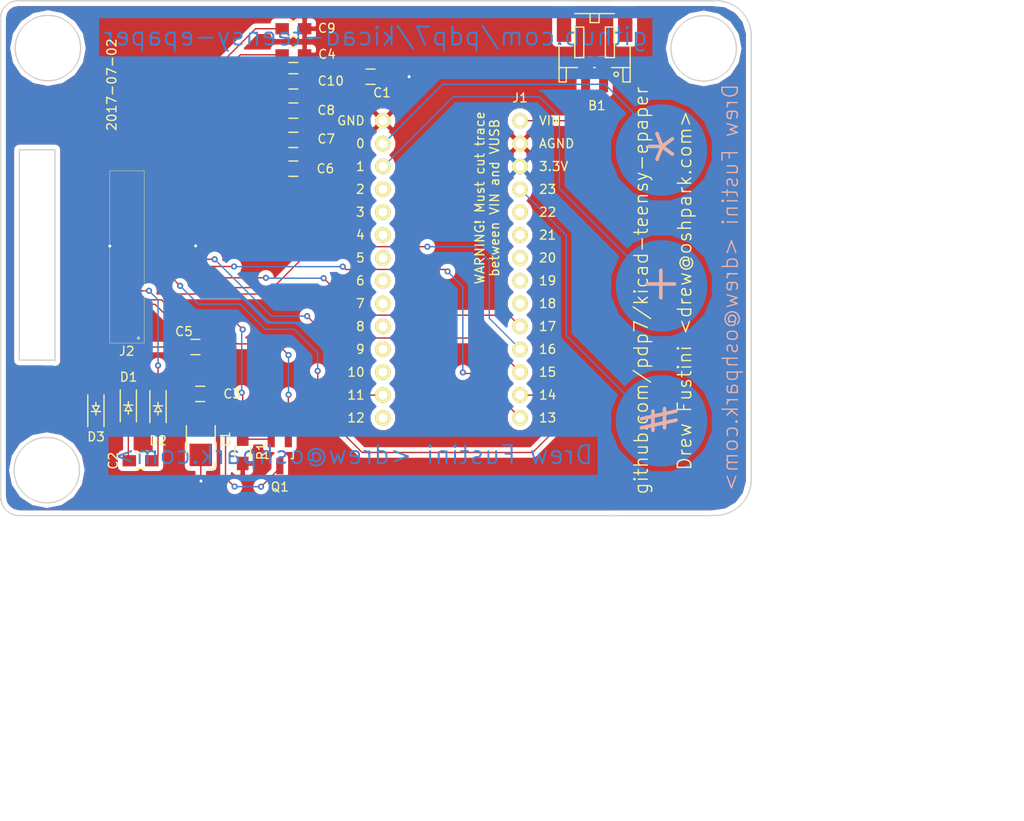
<source format=kicad_pcb>
(kicad_pcb (version 4) (host pcbnew 4.0.6)

  (general
    (links 48)
    (no_connects 1)
    (area 64.696768 32.033281 148.244321 89.405461)
    (thickness 1.6)
    (drawings 50)
    (tracks 207)
    (zones 0)
    (modules 22)
    (nets 54)
  )

  (page USLetter)
  (title_block
    (title "Project Title")
  )

  (layers
    (0 F.Cu jumper)
    (31 B.Cu signal)
    (34 B.Paste user)
    (35 F.Paste user)
    (36 B.SilkS user)
    (37 F.SilkS user)
    (38 B.Mask user)
    (39 F.Mask user)
    (44 Edge.Cuts user)
    (46 B.CrtYd user)
    (47 F.CrtYd user)
    (48 B.Fab user)
    (49 F.Fab user)
  )

  (setup
    (last_trace_width 0.1524)
    (trace_clearance 0.1524)
    (zone_clearance 0.508)
    (zone_45_only yes)
    (trace_min 0.1524)
    (segment_width 0.1524)
    (edge_width 0.1524)
    (via_size 0.6858)
    (via_drill 0.3302)
    (via_min_size 0.6858)
    (via_min_drill 0.3302)
    (uvia_size 0.3556)
    (uvia_drill 0.254)
    (uvias_allowed no)
    (uvia_min_size 0)
    (uvia_min_drill 0)
    (pcb_text_width 0.1524)
    (pcb_text_size 1.016 1.016)
    (mod_edge_width 0.1524)
    (mod_text_size 1.016 1.016)
    (mod_text_width 0.1524)
    (pad_size 10.16 10.16)
    (pad_drill 0)
    (pad_to_mask_clearance 0)
    (solder_mask_min_width 0.0762)
    (pad_to_paste_clearance -0.0762)
    (aux_axis_origin 196.5452 123.5456)
    (grid_origin 81.74812 74.59616)
    (visible_elements FFFEFFFF)
    (pcbplotparams
      (layerselection 0x310fc_80000001)
      (usegerberextensions true)
      (excludeedgelayer true)
      (linewidth 0.100000)
      (plotframeref false)
      (viasonmask false)
      (mode 1)
      (useauxorigin false)
      (hpglpennumber 1)
      (hpglpenspeed 20)
      (hpglpendiameter 15)
      (hpglpenoverlay 2)
      (psnegative false)
      (psa4output false)
      (plotreference true)
      (plotvalue true)
      (plotinvisibletext false)
      (padsonsilk false)
      (subtractmaskfromsilk false)
      (outputformat 1)
      (mirror false)
      (drillshape 0)
      (scaleselection 1)
      (outputdirectory gerbers))
  )

  (net 0 "")
  (net 1 "Net-(J1-Pad2)")
  (net 2 "Net-(J1-Pad3)")
  (net 3 "Net-(J1-Pad4)")
  (net 4 "Net-(J1-Pad5)")
  (net 5 "Net-(J1-Pad6)")
  (net 6 "Net-(J1-Pad7)")
  (net 7 "Net-(J1-Pad8)")
  (net 8 "Net-(J1-Pad9)")
  (net 9 "Net-(J1-Pad10)")
  (net 10 "Net-(J1-Pad12)")
  (net 11 "Net-(J1-Pad18)")
  (net 12 "Net-(J1-Pad19)")
  (net 13 "Net-(J1-Pad20)")
  (net 14 "Net-(J1-Pad21)")
  (net 15 "Net-(J1-Pad22)")
  (net 16 "Net-(C2-Pad1)")
  (net 17 "Net-(C2-Pad2)")
  (net 18 VGH)
  (net 19 PRVGL)
  (net 20 VGL)
  (net 21 VDD)
  (net 22 VSH)
  (net 23 VGH2)
  (net 24 VSL)
  (net 25 VCOM)
  (net 26 GDR)
  (net 27 RESE)
  (net 28 BUSY)
  (net 29 ^RES)
  (net 30 ^D/C)
  (net 31 ^CS)
  (net 32 SCK)
  (net 33 DOUT)
  (net 34 VDDIO)
  (net 35 GND)
  (net 36 "Net-(J2-Pad2)")
  (net 37 "Net-(J2-Pad1)")
  (net 38 "Net-(J2-Pad3)")
  (net 39 "Net-(J2-Pad4)")
  (net 40 "Net-(J2-Pad5)")
  (net 41 "Net-(J2-Pad30)")
  (net 42 "Net-(J2-Pad31)")
  (net 43 "Net-(J2-Pad32)")
  (net 44 "Net-(J2-Pad33)")
  (net 45 "Net-(J2-Pad34)")
  (net 46 "Net-(J2-Pad6)")
  (net 47 "Net-(J2-Pad11)")
  (net 48 "Net-(J2-Pad12)")
  (net 49 "Net-(CAP1-Pad1)")
  (net 50 "Net-(CAP2-Pad1)")
  (net 51 "Net-(CAP3-Pad1)")
  (net 52 "Net-(J2-Pad24)")
  (net 53 "Net-(B1-Pad1)")

  (net_class Default "This is the default net class."
    (clearance 0.1524)
    (trace_width 0.1524)
    (via_dia 0.6858)
    (via_drill 0.3302)
    (uvia_dia 0.3556)
    (uvia_drill 0.254)
    (add_net BUSY)
    (add_net DOUT)
    (add_net GDR)
    (add_net GND)
    (add_net "Net-(B1-Pad1)")
    (add_net "Net-(C2-Pad1)")
    (add_net "Net-(C2-Pad2)")
    (add_net "Net-(CAP1-Pad1)")
    (add_net "Net-(CAP2-Pad1)")
    (add_net "Net-(CAP3-Pad1)")
    (add_net "Net-(J1-Pad10)")
    (add_net "Net-(J1-Pad12)")
    (add_net "Net-(J1-Pad18)")
    (add_net "Net-(J1-Pad19)")
    (add_net "Net-(J1-Pad2)")
    (add_net "Net-(J1-Pad20)")
    (add_net "Net-(J1-Pad21)")
    (add_net "Net-(J1-Pad22)")
    (add_net "Net-(J1-Pad3)")
    (add_net "Net-(J1-Pad4)")
    (add_net "Net-(J1-Pad5)")
    (add_net "Net-(J1-Pad6)")
    (add_net "Net-(J1-Pad7)")
    (add_net "Net-(J1-Pad8)")
    (add_net "Net-(J1-Pad9)")
    (add_net "Net-(J2-Pad1)")
    (add_net "Net-(J2-Pad11)")
    (add_net "Net-(J2-Pad12)")
    (add_net "Net-(J2-Pad2)")
    (add_net "Net-(J2-Pad24)")
    (add_net "Net-(J2-Pad3)")
    (add_net "Net-(J2-Pad30)")
    (add_net "Net-(J2-Pad31)")
    (add_net "Net-(J2-Pad32)")
    (add_net "Net-(J2-Pad33)")
    (add_net "Net-(J2-Pad34)")
    (add_net "Net-(J2-Pad4)")
    (add_net "Net-(J2-Pad5)")
    (add_net "Net-(J2-Pad6)")
    (add_net PRVGL)
    (add_net RESE)
    (add_net SCK)
    (add_net VCOM)
    (add_net VDD)
    (add_net VDDIO)
    (add_net VGH)
    (add_net VGH2)
    (add_net VGL)
    (add_net VSH)
    (add_net VSL)
    (add_net ^CS)
    (add_net ^D/C)
    (add_net ^RES)
  )

  (module Wickerlib:CONN-JST-S2B-PH-SM4-TB (layer F.Cu) (tedit 58156860) (tstamp 5959A770)
    (at 130.77012 37.76616 180)
    (descr "JST PH series connector, S2B-PH-SM4-TB")
    (tags "connector jst ph")
    (path /5959E2F5)
    (attr smd)
    (fp_text reference B1 (at 0 0.25 180) (layer F.Fab)
      (effects (font (size 2.032 2.032) (thickness 0.254)))
    )
    (fp_text value BATT-LIPO-3.7V-150MAH-JST-2PIN (at 0 5.725 180) (layer F.Fab) hide
      (effects (font (size 1 1) (thickness 0.15)))
    )
    (fp_text user %R (at -0.25 -6 180) (layer F.SilkS)
      (effects (font (size 1 1) (thickness 0.15)))
    )
    (fp_line (start -4.75 5) (end -4.75 -5) (layer F.Fab) (width 0.0508))
    (fp_line (start 4.75 5) (end -4.75 5) (layer F.Fab) (width 0.0508))
    (fp_line (start 4.75 -5) (end 4.75 5) (layer F.Fab) (width 0.0508))
    (fp_line (start -4.75 -5) (end 4.75 -5) (layer F.Fab) (width 0.0508))
    (fp_circle (center -2.4 -2.525) (end -2.15 -2.525) (layer F.SilkS) (width 0.15))
    (fp_line (start -0.5 4.225) (end -0.5 3.225) (layer F.SilkS) (width 0.15))
    (fp_line (start -0.5 3.225) (end 0.5 3.225) (layer F.SilkS) (width 0.15))
    (fp_line (start 0.5 3.225) (end 0.5 4.225) (layer F.SilkS) (width 0.15))
    (fp_line (start -1.9 -1.775) (end -3.15 -1.775) (layer F.SilkS) (width 0.15))
    (fp_line (start -3.15 -1.775) (end -3.15 -3.375) (layer F.SilkS) (width 0.15))
    (fp_line (start -3.15 -3.375) (end -3.95 -3.375) (layer F.SilkS) (width 0.15))
    (fp_line (start -3.95 -3.375) (end -3.95 0.725) (layer F.SilkS) (width 0.15))
    (fp_line (start -3.15 -1.775) (end -3.95 -1.775) (layer F.SilkS) (width 0.15))
    (fp_line (start 1.9 -1.775) (end 3.15 -1.775) (layer F.SilkS) (width 0.15))
    (fp_line (start 3.15 -1.775) (end 3.15 -3.375) (layer F.SilkS) (width 0.15))
    (fp_line (start 3.15 -3.375) (end 3.95 -3.375) (layer F.SilkS) (width 0.15))
    (fp_line (start 3.95 -3.375) (end 3.95 0.725) (layer F.SilkS) (width 0.15))
    (fp_line (start 3.15 -1.775) (end 3.95 -1.775) (layer F.SilkS) (width 0.15))
    (fp_line (start -2.2 4.225) (end 2.2 4.225) (layer F.SilkS) (width 0.15))
    (fp_line (start -2.2 -0.675) (end -2.2 2.725) (layer F.SilkS) (width 0.15))
    (fp_line (start -2.2 2.725) (end -1.2 2.725) (layer F.SilkS) (width 0.15))
    (fp_line (start -1.2 2.725) (end -1.2 -0.675) (layer F.SilkS) (width 0.15))
    (fp_line (start -1.2 -0.675) (end -2.2 -0.675) (layer F.SilkS) (width 0.15))
    (fp_line (start 2.2 -0.675) (end 2.2 2.725) (layer F.SilkS) (width 0.15))
    (fp_line (start 2.2 2.725) (end 1.2 2.725) (layer F.SilkS) (width 0.15))
    (fp_line (start 1.2 2.725) (end 1.2 -0.675) (layer F.SilkS) (width 0.15))
    (fp_line (start 1.2 -0.675) (end 2.2 -0.675) (layer F.SilkS) (width 0.15))
    (fp_line (start -0.1 -1.775) (end 0.1 -1.775) (layer F.SilkS) (width 0.15))
    (fp_line (start -4.7 5) (end -4.7 -5.05) (layer F.CrtYd) (width 0.05))
    (fp_line (start 4.7 -5.05) (end 4.7 5) (layer F.CrtYd) (width 0.05))
    (fp_line (start 4.7 5) (end -4.7 5) (layer F.CrtYd) (width 0.05))
    (fp_line (start -4.7 -5.05) (end 4.7 -5.05) (layer F.CrtYd) (width 0.05))
    (pad 1 smd rect (at -1 -2.775 180) (size 1 3.5) (layers F.Cu F.Paste F.Mask)
      (net 53 "Net-(B1-Pad1)"))
    (pad 2 smd rect (at 1 -2.775 180) (size 1 3.5) (layers F.Cu F.Paste F.Mask)
      (net 35 GND))
    (pad "" smd rect (at -3.4 2.775 180) (size 1.6 3.4) (layers F.Cu F.Paste F.Mask))
    (pad "" smd rect (at 3.4 2.775 180) (size 1.6 3.4) (layers F.Cu F.Paste F.Mask))
  )

  (module hirose-34pos-bigger-gnd-pads:CONN-HEADER-FH34SRJ-34S-0.5SH-BIG-GND (layer F.Cu) (tedit 58E8619F) (tstamp 58DB662B)
    (at 78.85684 60.6298 90)
    (path /58799DE1)
    (fp_text reference J2 (at -0.225 -0.325 270) (layer F.Fab)
      (effects (font (size 1 1) (thickness 0.15)))
    )
    (fp_text value HEADER-FEMALE-34POS-FFC-SMT-1x34-P0.5MM (at 0 2.9 90) (layer F.Fab) hide
      (effects (font (size 1 1) (thickness 0.15)))
    )
    (fp_line (start 9.625 -1.975) (end 9.625 1.875) (layer F.SilkS) (width 0.04064))
    (fp_line (start 9.625 -1.975) (end 9.625 1.875) (layer F.Fab) (width 0.04064))
    (fp_circle (center -8.975 1.225) (end -8.925 1.125) (layer F.SilkS) (width 0.1))
    (fp_line (start 9.625 -1.975) (end -9.525 -1.975) (layer F.SilkS) (width 0.04064))
    (fp_line (start 9.625 -1.975) (end -9.525 -1.975) (layer F.Fab) (width 0.04064))
    (fp_line (start -9.525 -1.975) (end -9.525 1.875) (layer F.Fab) (width 0.04064))
    (fp_line (start -9.525 1.875) (end 9.625 1.875) (layer F.Fab) (width 0.04064))
    (fp_line (start -9.525 1.875) (end 9.625 1.875) (layer F.SilkS) (width 0.04064))
    (fp_line (start -9.525 -1.975) (end -9.525 1.875) (layer F.SilkS) (width 0.04064))
    (fp_line (start 9.625 -1.975) (end 9.625 1.875) (layer F.CrtYd) (width 0.04064))
    (fp_line (start -9.525 -1.975) (end -9.525 1.875) (layer F.CrtYd) (width 0.04064))
    (fp_line (start -9.525 1.875) (end 9.625 1.875) (layer F.CrtYd) (width 0.04064))
    (fp_line (start 9.625 -1.975) (end -9.525 -1.975) (layer F.CrtYd) (width 0.04064))
    (fp_text user %R (at -10.425 -0.075 180) (layer F.SilkS)
      (effects (font (size 1 1) (thickness 0.15)))
    )
    (pad 2 smd rect (at 9.652 -1.778 180) (size 2 2) (layers F.Cu F.Paste F.Mask)
      (net 36 "Net-(J2-Pad2)"))
    (pad 1 smd rect (at -8.225 1.175 180) (size 0.8 0.3) (layers F.Cu F.Paste F.Mask)
      (net 37 "Net-(J2-Pad1)"))
    (pad 2 smd rect (at -7.725 1.175 180) (size 0.8 0.3) (layers F.Cu F.Paste F.Mask)
      (net 36 "Net-(J2-Pad2)"))
    (pad 3 smd rect (at -7.225 1.175 180) (size 0.8 0.3) (layers F.Cu F.Paste F.Mask)
      (net 38 "Net-(J2-Pad3)"))
    (pad 4 smd rect (at -6.725 1.175 180) (size 0.8 0.3) (layers F.Cu F.Paste F.Mask)
      (net 39 "Net-(J2-Pad4)"))
    (pad 5 smd rect (at -6.225 1.175 180) (size 0.8 0.3) (layers F.Cu F.Paste F.Mask)
      (net 40 "Net-(J2-Pad5)"))
    (pad 6 smd rect (at -5.725 1.175 180) (size 0.8 0.3) (layers F.Cu F.Paste F.Mask)
      (net 46 "Net-(J2-Pad6)"))
    (pad 7 smd rect (at -5.225 1.175 180) (size 0.8 0.3) (layers F.Cu F.Paste F.Mask)
      (net 26 GDR))
    (pad 8 smd rect (at -4.725 1.175 180) (size 0.8 0.3) (layers F.Cu F.Paste F.Mask)
      (net 27 RESE))
    (pad 9 smd rect (at -4.225 1.175 180) (size 0.8 0.3) (layers F.Cu F.Paste F.Mask)
      (net 20 VGL))
    (pad 10 smd rect (at -3.725 1.175 180) (size 0.8 0.3) (layers F.Cu F.Paste F.Mask)
      (net 18 VGH))
    (pad 11 smd rect (at -3.225 1.175 180) (size 0.8 0.3) (layers F.Cu F.Paste F.Mask)
      (net 47 "Net-(J2-Pad11)"))
    (pad 12 smd rect (at -2.725 1.175 180) (size 0.8 0.3) (layers F.Cu F.Paste F.Mask)
      (net 48 "Net-(J2-Pad12)"))
    (pad 13 smd rect (at -2.225 1.175 180) (size 0.8 0.3) (layers F.Cu F.Paste F.Mask)
      (net 35 GND))
    (pad 14 smd rect (at -1.725 1.175 180) (size 0.8 0.3) (layers F.Cu F.Paste F.Mask)
      (net 28 BUSY))
    (pad 15 smd rect (at -1.225 1.175 180) (size 0.8 0.3) (layers F.Cu F.Paste F.Mask)
      (net 29 ^RES))
    (pad 16 smd rect (at -0.725 1.175 180) (size 0.8 0.3) (layers F.Cu F.Paste F.Mask)
      (net 30 ^D/C))
    (pad 17 smd rect (at -0.225 1.175 180) (size 0.8 0.3) (layers F.Cu F.Paste F.Mask)
      (net 31 ^CS))
    (pad 18 smd rect (at 0.275 1.175 180) (size 0.8 0.3) (layers F.Cu F.Paste F.Mask)
      (net 32 SCK))
    (pad 19 smd rect (at 0.775 1.175 180) (size 0.8 0.3) (layers F.Cu F.Paste F.Mask)
      (net 33 DOUT))
    (pad 20 smd rect (at 1.275 1.175 180) (size 0.8 0.3) (layers F.Cu F.Paste F.Mask)
      (net 34 VDDIO))
    (pad 21 smd rect (at 1.775 1.175 180) (size 0.8 0.3) (layers F.Cu F.Paste F.Mask)
      (net 34 VDDIO))
    (pad 22 smd rect (at 2.275 1.175 180) (size 0.8 0.3) (layers F.Cu F.Paste F.Mask)
      (net 35 GND))
    (pad 23 smd rect (at 2.775 1.175 180) (size 0.8 0.3) (layers F.Cu F.Paste F.Mask)
      (net 21 VDD))
    (pad 24 smd rect (at 3.275 1.175 180) (size 0.8 0.3) (layers F.Cu F.Paste F.Mask)
      (net 52 "Net-(J2-Pad24)"))
    (pad 25 smd rect (at 3.775 1.175 180) (size 0.8 0.3) (layers F.Cu F.Paste F.Mask)
      (net 22 VSH))
    (pad 26 smd rect (at 4.275 1.175 180) (size 0.8 0.3) (layers F.Cu F.Paste F.Mask)
      (net 23 VGH2))
    (pad 27 smd rect (at 4.775 1.175 180) (size 0.8 0.3) (layers F.Cu F.Paste F.Mask)
      (net 24 VSL))
    (pad 28 smd rect (at 5.275 1.175 180) (size 0.8 0.3) (layers F.Cu F.Paste F.Mask)
      (net 19 PRVGL))
    (pad 29 smd rect (at 5.775 1.175 180) (size 0.8 0.3) (layers F.Cu F.Paste F.Mask)
      (net 25 VCOM))
    (pad 30 smd rect (at 6.275 1.175 180) (size 0.8 0.3) (layers F.Cu F.Paste F.Mask)
      (net 41 "Net-(J2-Pad30)"))
    (pad 31 smd rect (at 6.775 1.175 180) (size 0.8 0.3) (layers F.Cu F.Paste F.Mask)
      (net 42 "Net-(J2-Pad31)"))
    (pad 32 smd rect (at 7.275 1.175 180) (size 0.8 0.3) (layers F.Cu F.Paste F.Mask)
      (net 43 "Net-(J2-Pad32)"))
    (pad 33 smd rect (at 7.775 1.175 180) (size 0.8 0.3) (layers F.Cu F.Paste F.Mask)
      (net 44 "Net-(J2-Pad33)"))
    (pad 34 smd rect (at 8.275 1.175 180) (size 0.8 0.3) (layers F.Cu F.Paste F.Mask)
      (net 45 "Net-(J2-Pad34)"))
    (pad e smd rect (at -9.652 -1.778 180) (size 2 2) (layers F.Cu F.Paste F.Mask))
  )

  (module Capacitors_SMD:C_0805_HandSoldering (layer F.Cu) (tedit 58EB4E25) (tstamp 58DB6531)
    (at 86.41812 70.59616 180)
    (descr "Capacitor SMD 0805, hand soldering")
    (tags "capacitor 0805")
    (path /5893EA94)
    (attr smd)
    (fp_text reference C5 (at 1.278 1.726 180) (layer F.SilkS)
      (effects (font (size 1 1) (thickness 0.15)))
    )
    (fp_text value CAP-CER-1UF (at 0 2.1 180) (layer F.Fab)
      (effects (font (size 1 1) (thickness 0.15)))
    )
    (fp_line (start -2.3 -1) (end 2.3 -1) (layer F.CrtYd) (width 0.05))
    (fp_line (start -2.3 1) (end 2.3 1) (layer F.CrtYd) (width 0.05))
    (fp_line (start -2.3 -1) (end -2.3 1) (layer F.CrtYd) (width 0.05))
    (fp_line (start 2.3 -1) (end 2.3 1) (layer F.CrtYd) (width 0.05))
    (fp_line (start 0.5 -0.85) (end -0.5 -0.85) (layer F.SilkS) (width 0.15))
    (fp_line (start -0.5 0.85) (end 0.5 0.85) (layer F.SilkS) (width 0.15))
    (pad 1 smd rect (at -1.25 0 180) (size 1.5 1.25) (layers F.Cu F.Paste F.Mask)
      (net 35 GND))
    (pad 2 smd rect (at 1.25 0 180) (size 1.5 1.25) (layers F.Cu F.Paste F.Mask)
      (net 20 VGL))
    (model Capacitors_SMD.3dshapes/C_0805_HandSoldering.wrl
      (at (xyz 0 0 0))
      (scale (xyz 1 1 1))
      (rotate (xyz 0 0 0))
    )
  )

  (module Capacitors_SMD:C_0805_HandSoldering (layer F.Cu) (tedit 590B82D3) (tstamp 58DB6501)
    (at 105.87412 40.55816)
    (descr "Capacitor SMD 0805, hand soldering")
    (tags "capacitor 0805")
    (path /58940842)
    (attr smd)
    (fp_text reference C1 (at 1.274 1.78) (layer F.SilkS)
      (effects (font (size 1 1) (thickness 0.15)))
    )
    (fp_text value CAP-CER-1UF (at 0 2.1) (layer F.Fab)
      (effects (font (size 1 1) (thickness 0.15)))
    )
    (fp_line (start -2.3 -1) (end 2.3 -1) (layer F.CrtYd) (width 0.05))
    (fp_line (start -2.3 1) (end 2.3 1) (layer F.CrtYd) (width 0.05))
    (fp_line (start -2.3 -1) (end -2.3 1) (layer F.CrtYd) (width 0.05))
    (fp_line (start 2.3 -1) (end 2.3 1) (layer F.CrtYd) (width 0.05))
    (fp_line (start 0.5 -0.85) (end -0.5 -0.85) (layer F.SilkS) (width 0.15))
    (fp_line (start -0.5 0.85) (end 0.5 0.85) (layer F.SilkS) (width 0.15))
    (pad 1 smd rect (at -1.25 0) (size 1.5 1.25) (layers F.Cu F.Paste F.Mask)
      (net 35 GND))
    (pad 2 smd rect (at 1.25 0) (size 1.5 1.25) (layers F.Cu F.Paste F.Mask)
      (net 34 VDDIO))
    (model Capacitors_SMD.3dshapes/C_0805_HandSoldering.wrl
      (at (xyz 0 0 0))
      (scale (xyz 1 1 1))
      (rotate (xyz 0 0 0))
    )
  )

  (module Capacitors_SMD:C_0805_HandSoldering (layer F.Cu) (tedit 58EB4E5F) (tstamp 58DB650D)
    (at 80.31734 83.23326)
    (descr "Capacitor SMD 0805, hand soldering")
    (tags "capacitor 0805")
    (path /58940735)
    (attr smd)
    (fp_text reference C2 (at -3.048 0 90) (layer F.SilkS)
      (effects (font (size 1 1) (thickness 0.15)))
    )
    (fp_text value CAP-CER-2.2UF (at 0 2.1) (layer F.Fab)
      (effects (font (size 1 1) (thickness 0.15)))
    )
    (fp_line (start -2.3 -1) (end 2.3 -1) (layer F.CrtYd) (width 0.05))
    (fp_line (start -2.3 1) (end 2.3 1) (layer F.CrtYd) (width 0.05))
    (fp_line (start -2.3 -1) (end -2.3 1) (layer F.CrtYd) (width 0.05))
    (fp_line (start 2.3 -1) (end 2.3 1) (layer F.CrtYd) (width 0.05))
    (fp_line (start 0.5 -0.85) (end -0.5 -0.85) (layer F.SilkS) (width 0.15))
    (fp_line (start -0.5 0.85) (end 0.5 0.85) (layer F.SilkS) (width 0.15))
    (pad 1 smd rect (at -1.25 0) (size 1.5 1.25) (layers F.Cu F.Paste F.Mask)
      (net 16 "Net-(C2-Pad1)"))
    (pad 2 smd rect (at 1.25 0) (size 1.5 1.25) (layers F.Cu F.Paste F.Mask)
      (net 17 "Net-(C2-Pad2)"))
    (model Capacitors_SMD.3dshapes/C_0805_HandSoldering.wrl
      (at (xyz 0 0 0))
      (scale (xyz 1 1 1))
      (rotate (xyz 0 0 0))
    )
  )

  (module Capacitors_SMD:C_0805_HandSoldering (layer F.Cu) (tedit 58EB4E1C) (tstamp 58DB6519)
    (at 86.93812 75.80616 180)
    (descr "Capacitor SMD 0805, hand soldering")
    (tags "capacitor 0805")
    (path /5895556F)
    (attr smd)
    (fp_text reference C3 (at -3.556 0 180) (layer F.SilkS)
      (effects (font (size 1 1) (thickness 0.15)))
    )
    (fp_text value CAP-CER-1UF (at 0 2.1 180) (layer F.Fab)
      (effects (font (size 1 1) (thickness 0.15)))
    )
    (fp_line (start -2.3 -1) (end 2.3 -1) (layer F.CrtYd) (width 0.05))
    (fp_line (start -2.3 1) (end 2.3 1) (layer F.CrtYd) (width 0.05))
    (fp_line (start -2.3 -1) (end -2.3 1) (layer F.CrtYd) (width 0.05))
    (fp_line (start 2.3 -1) (end 2.3 1) (layer F.CrtYd) (width 0.05))
    (fp_line (start 0.5 -0.85) (end -0.5 -0.85) (layer F.SilkS) (width 0.15))
    (fp_line (start -0.5 0.85) (end 0.5 0.85) (layer F.SilkS) (width 0.15))
    (pad 1 smd rect (at -1.25 0 180) (size 1.5 1.25) (layers F.Cu F.Paste F.Mask)
      (net 35 GND))
    (pad 2 smd rect (at 1.25 0 180) (size 1.5 1.25) (layers F.Cu F.Paste F.Mask)
      (net 18 VGH))
    (model Capacitors_SMD.3dshapes/C_0805_HandSoldering.wrl
      (at (xyz 0 0 0))
      (scale (xyz 1 1 1))
      (rotate (xyz 0 0 0))
    )
  )

  (module Capacitors_SMD:C_0805_HandSoldering (layer F.Cu) (tedit 58EB4DE7) (tstamp 58DB6525)
    (at 97.29812 38.12616 180)
    (descr "Capacitor SMD 0805, hand soldering")
    (tags "capacitor 0805")
    (path /589409D9)
    (attr smd)
    (fp_text reference C4 (at -3.737 0.063 180) (layer F.SilkS)
      (effects (font (size 1 1) (thickness 0.15)))
    )
    (fp_text value CAP-CER-1UF (at 0 2.1 180) (layer F.Fab)
      (effects (font (size 1 1) (thickness 0.15)))
    )
    (fp_line (start -2.3 -1) (end 2.3 -1) (layer F.CrtYd) (width 0.05))
    (fp_line (start -2.3 1) (end 2.3 1) (layer F.CrtYd) (width 0.05))
    (fp_line (start -2.3 -1) (end -2.3 1) (layer F.CrtYd) (width 0.05))
    (fp_line (start 2.3 -1) (end 2.3 1) (layer F.CrtYd) (width 0.05))
    (fp_line (start 0.5 -0.85) (end -0.5 -0.85) (layer F.SilkS) (width 0.15))
    (fp_line (start -0.5 0.85) (end 0.5 0.85) (layer F.SilkS) (width 0.15))
    (pad 1 smd rect (at -1.25 0 180) (size 1.5 1.25) (layers F.Cu F.Paste F.Mask)
      (net 35 GND))
    (pad 2 smd rect (at 1.25 0 180) (size 1.5 1.25) (layers F.Cu F.Paste F.Mask)
      (net 19 PRVGL))
    (model Capacitors_SMD.3dshapes/C_0805_HandSoldering.wrl
      (at (xyz 0 0 0))
      (scale (xyz 1 1 1))
      (rotate (xyz 0 0 0))
    )
  )

  (module Capacitors_SMD:C_0805_HandSoldering (layer F.Cu) (tedit 58EB4E14) (tstamp 58DB653D)
    (at 97.29812 50.77616 180)
    (descr "Capacitor SMD 0805, hand soldering")
    (tags "capacitor 0805")
    (path /5893F2DB)
    (attr smd)
    (fp_text reference C6 (at -3.556 0 180) (layer F.SilkS)
      (effects (font (size 1 1) (thickness 0.15)))
    )
    (fp_text value CAP-CER-1UF (at 0 2.1 180) (layer F.Fab)
      (effects (font (size 1 1) (thickness 0.15)))
    )
    (fp_line (start -2.3 -1) (end 2.3 -1) (layer F.CrtYd) (width 0.05))
    (fp_line (start -2.3 1) (end 2.3 1) (layer F.CrtYd) (width 0.05))
    (fp_line (start -2.3 -1) (end -2.3 1) (layer F.CrtYd) (width 0.05))
    (fp_line (start 2.3 -1) (end 2.3 1) (layer F.CrtYd) (width 0.05))
    (fp_line (start 0.5 -0.85) (end -0.5 -0.85) (layer F.SilkS) (width 0.15))
    (fp_line (start -0.5 0.85) (end 0.5 0.85) (layer F.SilkS) (width 0.15))
    (pad 1 smd rect (at -1.25 0 180) (size 1.5 1.25) (layers F.Cu F.Paste F.Mask)
      (net 35 GND))
    (pad 2 smd rect (at 1.25 0 180) (size 1.5 1.25) (layers F.Cu F.Paste F.Mask)
      (net 21 VDD))
    (model Capacitors_SMD.3dshapes/C_0805_HandSoldering.wrl
      (at (xyz 0 0 0))
      (scale (xyz 1 1 1))
      (rotate (xyz 0 0 0))
    )
  )

  (module Capacitors_SMD:C_0805_HandSoldering (layer F.Cu) (tedit 58EB4E04) (tstamp 58DB6549)
    (at 97.29812 47.57616 180)
    (descr "Capacitor SMD 0805, hand soldering")
    (tags "capacitor 0805")
    (path /5893F39D)
    (attr smd)
    (fp_text reference C7 (at -3.654 0.106 180) (layer F.SilkS)
      (effects (font (size 1 1) (thickness 0.15)))
    )
    (fp_text value CAP-CER-1UF (at 0 2.1 180) (layer F.Fab)
      (effects (font (size 1 1) (thickness 0.15)))
    )
    (fp_line (start -2.3 -1) (end 2.3 -1) (layer F.CrtYd) (width 0.05))
    (fp_line (start -2.3 1) (end 2.3 1) (layer F.CrtYd) (width 0.05))
    (fp_line (start -2.3 -1) (end -2.3 1) (layer F.CrtYd) (width 0.05))
    (fp_line (start 2.3 -1) (end 2.3 1) (layer F.CrtYd) (width 0.05))
    (fp_line (start 0.5 -0.85) (end -0.5 -0.85) (layer F.SilkS) (width 0.15))
    (fp_line (start -0.5 0.85) (end 0.5 0.85) (layer F.SilkS) (width 0.15))
    (pad 1 smd rect (at -1.25 0 180) (size 1.5 1.25) (layers F.Cu F.Paste F.Mask)
      (net 35 GND))
    (pad 2 smd rect (at 1.25 0 180) (size 1.5 1.25) (layers F.Cu F.Paste F.Mask)
      (net 22 VSH))
    (model Capacitors_SMD.3dshapes/C_0805_HandSoldering.wrl
      (at (xyz 0 0 0))
      (scale (xyz 1 1 1))
      (rotate (xyz 0 0 0))
    )
  )

  (module Capacitors_SMD:C_0805_HandSoldering (layer F.Cu) (tedit 58EB4DFD) (tstamp 58DB6555)
    (at 97.29812 44.32616 180)
    (descr "Capacitor SMD 0805, hand soldering")
    (tags "capacitor 0805")
    (path /5893F5FD)
    (attr smd)
    (fp_text reference C8 (at -3.647 0.038 180) (layer F.SilkS)
      (effects (font (size 1 1) (thickness 0.15)))
    )
    (fp_text value CAP-CER-1UF (at 0 2.1 180) (layer F.Fab)
      (effects (font (size 1 1) (thickness 0.15)))
    )
    (fp_line (start -2.3 -1) (end 2.3 -1) (layer F.CrtYd) (width 0.05))
    (fp_line (start -2.3 1) (end 2.3 1) (layer F.CrtYd) (width 0.05))
    (fp_line (start -2.3 -1) (end -2.3 1) (layer F.CrtYd) (width 0.05))
    (fp_line (start 2.3 -1) (end 2.3 1) (layer F.CrtYd) (width 0.05))
    (fp_line (start 0.5 -0.85) (end -0.5 -0.85) (layer F.SilkS) (width 0.15))
    (fp_line (start -0.5 0.85) (end 0.5 0.85) (layer F.SilkS) (width 0.15))
    (pad 1 smd rect (at -1.25 0 180) (size 1.5 1.25) (layers F.Cu F.Paste F.Mask)
      (net 35 GND))
    (pad 2 smd rect (at 1.25 0 180) (size 1.5 1.25) (layers F.Cu F.Paste F.Mask)
      (net 23 VGH2))
    (model Capacitors_SMD.3dshapes/C_0805_HandSoldering.wrl
      (at (xyz 0 0 0))
      (scale (xyz 1 1 1))
      (rotate (xyz 0 0 0))
    )
  )

  (module Capacitors_SMD:C_0805_HandSoldering (layer F.Cu) (tedit 58EB4DE0) (tstamp 58DB6561)
    (at 97.29812 35.22616 180)
    (descr "Capacitor SMD 0805, hand soldering")
    (tags "capacitor 0805")
    (path /5893F621)
    (attr smd)
    (fp_text reference C9 (at -3.717 0.058 180) (layer F.SilkS)
      (effects (font (size 1 1) (thickness 0.15)))
    )
    (fp_text value CAP-CER-1UF (at 0 2.1 180) (layer F.Fab)
      (effects (font (size 1 1) (thickness 0.15)))
    )
    (fp_line (start -2.3 -1) (end 2.3 -1) (layer F.CrtYd) (width 0.05))
    (fp_line (start -2.3 1) (end 2.3 1) (layer F.CrtYd) (width 0.05))
    (fp_line (start -2.3 -1) (end -2.3 1) (layer F.CrtYd) (width 0.05))
    (fp_line (start 2.3 -1) (end 2.3 1) (layer F.CrtYd) (width 0.05))
    (fp_line (start 0.5 -0.85) (end -0.5 -0.85) (layer F.SilkS) (width 0.15))
    (fp_line (start -0.5 0.85) (end 0.5 0.85) (layer F.SilkS) (width 0.15))
    (pad 1 smd rect (at -1.25 0 180) (size 1.5 1.25) (layers F.Cu F.Paste F.Mask)
      (net 35 GND))
    (pad 2 smd rect (at 1.25 0 180) (size 1.5 1.25) (layers F.Cu F.Paste F.Mask)
      (net 25 VCOM))
    (model Capacitors_SMD.3dshapes/C_0805_HandSoldering.wrl
      (at (xyz 0 0 0))
      (scale (xyz 1 1 1))
      (rotate (xyz 0 0 0))
    )
  )

  (module Capacitors_SMD:C_0805_HandSoldering (layer F.Cu) (tedit 58EB4DF3) (tstamp 58DB656D)
    (at 97.29812 41.07616 180)
    (descr "Capacitor SMD 0805, hand soldering")
    (tags "capacitor 0805")
    (path /5895580B)
    (attr smd)
    (fp_text reference C10 (at -4.157 0.048 180) (layer F.SilkS)
      (effects (font (size 1 1) (thickness 0.15)))
    )
    (fp_text value CAP-CER-1UF (at 0 2.1 180) (layer F.Fab)
      (effects (font (size 1 1) (thickness 0.15)))
    )
    (fp_line (start -2.3 -1) (end 2.3 -1) (layer F.CrtYd) (width 0.05))
    (fp_line (start -2.3 1) (end 2.3 1) (layer F.CrtYd) (width 0.05))
    (fp_line (start -2.3 -1) (end -2.3 1) (layer F.CrtYd) (width 0.05))
    (fp_line (start 2.3 -1) (end 2.3 1) (layer F.CrtYd) (width 0.05))
    (fp_line (start 0.5 -0.85) (end -0.5 -0.85) (layer F.SilkS) (width 0.15))
    (fp_line (start -0.5 0.85) (end 0.5 0.85) (layer F.SilkS) (width 0.15))
    (pad 1 smd rect (at -1.25 0 180) (size 1.5 1.25) (layers F.Cu F.Paste F.Mask)
      (net 35 GND))
    (pad 2 smd rect (at 1.25 0 180) (size 1.5 1.25) (layers F.Cu F.Paste F.Mask)
      (net 24 VSL))
    (model Capacitors_SMD.3dshapes/C_0805_HandSoldering.wrl
      (at (xyz 0 0 0))
      (scale (xyz 1 1 1))
      (rotate (xyz 0 0 0))
    )
  )

  (module Diodes_SMD:SOD-123 (layer F.Cu) (tedit 58EB4E4B) (tstamp 58DB657F)
    (at 78.95844 77.36586 270)
    (descr SOD-123)
    (tags SOD-123)
    (path /5894140E)
    (attr smd)
    (fp_text reference D1 (at -3.438 -0.03 360) (layer F.SilkS)
      (effects (font (size 1 1) (thickness 0.15)))
    )
    (fp_text value DIODE (at 0 2.1 270) (layer F.Fab)
      (effects (font (size 1 1) (thickness 0.15)))
    )
    (fp_line (start 0.3175 0) (end 0.6985 0) (layer F.SilkS) (width 0.15))
    (fp_line (start -0.6985 0) (end -0.3175 0) (layer F.SilkS) (width 0.15))
    (fp_line (start -0.3175 0) (end 0.3175 -0.381) (layer F.SilkS) (width 0.15))
    (fp_line (start 0.3175 -0.381) (end 0.3175 0.381) (layer F.SilkS) (width 0.15))
    (fp_line (start 0.3175 0.381) (end -0.3175 0) (layer F.SilkS) (width 0.15))
    (fp_line (start -0.3175 -0.508) (end -0.3175 0.508) (layer F.SilkS) (width 0.15))
    (fp_line (start -2.25 -1.05) (end 2.25 -1.05) (layer F.CrtYd) (width 0.05))
    (fp_line (start 2.25 -1.05) (end 2.25 1.05) (layer F.CrtYd) (width 0.05))
    (fp_line (start 2.25 1.05) (end -2.25 1.05) (layer F.CrtYd) (width 0.05))
    (fp_line (start -2.25 -1.05) (end -2.25 1.05) (layer F.CrtYd) (width 0.05))
    (fp_line (start -2 0.9) (end 1.54 0.9) (layer F.SilkS) (width 0.15))
    (fp_line (start -2 -0.9) (end 1.54 -0.9) (layer F.SilkS) (width 0.15))
    (pad 1 smd rect (at -1.635 0 270) (size 0.91 1.22) (layers F.Cu F.Paste F.Mask)
      (net 35 GND))
    (pad 2 smd rect (at 1.635 0 270) (size 0.91 1.22) (layers F.Cu F.Paste F.Mask)
      (net 16 "Net-(C2-Pad1)"))
  )

  (module Diodes_SMD:SOD-123 (layer F.Cu) (tedit 58EB4E47) (tstamp 58DB6591)
    (at 82.25536 77.44968 270)
    (descr SOD-123)
    (tags SOD-123)
    (path /58941074)
    (attr smd)
    (fp_text reference D2 (at 3.556 0 360) (layer F.SilkS)
      (effects (font (size 1 1) (thickness 0.15)))
    )
    (fp_text value DIODE (at 0 2.1 270) (layer F.Fab)
      (effects (font (size 1 1) (thickness 0.15)))
    )
    (fp_line (start 0.3175 0) (end 0.6985 0) (layer F.SilkS) (width 0.15))
    (fp_line (start -0.6985 0) (end -0.3175 0) (layer F.SilkS) (width 0.15))
    (fp_line (start -0.3175 0) (end 0.3175 -0.381) (layer F.SilkS) (width 0.15))
    (fp_line (start 0.3175 -0.381) (end 0.3175 0.381) (layer F.SilkS) (width 0.15))
    (fp_line (start 0.3175 0.381) (end -0.3175 0) (layer F.SilkS) (width 0.15))
    (fp_line (start -0.3175 -0.508) (end -0.3175 0.508) (layer F.SilkS) (width 0.15))
    (fp_line (start -2.25 -1.05) (end 2.25 -1.05) (layer F.CrtYd) (width 0.05))
    (fp_line (start 2.25 -1.05) (end 2.25 1.05) (layer F.CrtYd) (width 0.05))
    (fp_line (start 2.25 1.05) (end -2.25 1.05) (layer F.CrtYd) (width 0.05))
    (fp_line (start -2.25 -1.05) (end -2.25 1.05) (layer F.CrtYd) (width 0.05))
    (fp_line (start -2 0.9) (end 1.54 0.9) (layer F.SilkS) (width 0.15))
    (fp_line (start -2 -0.9) (end 1.54 -0.9) (layer F.SilkS) (width 0.15))
    (pad 1 smd rect (at -1.635 0 270) (size 0.91 1.22) (layers F.Cu F.Paste F.Mask)
      (net 18 VGH))
    (pad 2 smd rect (at 1.635 0 270) (size 0.91 1.22) (layers F.Cu F.Paste F.Mask)
      (net 17 "Net-(C2-Pad2)"))
  )

  (module Diodes_SMD:SOD-123 (layer F.Cu) (tedit 58EB4E55) (tstamp 58DB65A3)
    (at 75.35418 77.44968 90)
    (descr SOD-123)
    (tags SOD-123)
    (path /58941226)
    (attr smd)
    (fp_text reference D3 (at -3.126 0.016 180) (layer F.SilkS)
      (effects (font (size 1 1) (thickness 0.15)))
    )
    (fp_text value DIODE (at 0 2.1 90) (layer F.Fab)
      (effects (font (size 1 1) (thickness 0.15)))
    )
    (fp_line (start 0.3175 0) (end 0.6985 0) (layer F.SilkS) (width 0.15))
    (fp_line (start -0.6985 0) (end -0.3175 0) (layer F.SilkS) (width 0.15))
    (fp_line (start -0.3175 0) (end 0.3175 -0.381) (layer F.SilkS) (width 0.15))
    (fp_line (start 0.3175 -0.381) (end 0.3175 0.381) (layer F.SilkS) (width 0.15))
    (fp_line (start 0.3175 0.381) (end -0.3175 0) (layer F.SilkS) (width 0.15))
    (fp_line (start -0.3175 -0.508) (end -0.3175 0.508) (layer F.SilkS) (width 0.15))
    (fp_line (start -2.25 -1.05) (end 2.25 -1.05) (layer F.CrtYd) (width 0.05))
    (fp_line (start 2.25 -1.05) (end 2.25 1.05) (layer F.CrtYd) (width 0.05))
    (fp_line (start 2.25 1.05) (end -2.25 1.05) (layer F.CrtYd) (width 0.05))
    (fp_line (start -2.25 -1.05) (end -2.25 1.05) (layer F.CrtYd) (width 0.05))
    (fp_line (start -2 0.9) (end 1.54 0.9) (layer F.SilkS) (width 0.15))
    (fp_line (start -2 -0.9) (end 1.54 -0.9) (layer F.SilkS) (width 0.15))
    (pad 1 smd rect (at -1.635 0 90) (size 0.91 1.22) (layers F.Cu F.Paste F.Mask)
      (net 16 "Net-(C2-Pad1)"))
    (pad 2 smd rect (at 1.635 0 90) (size 0.91 1.22) (layers F.Cu F.Paste F.Mask)
      (net 19 PRVGL))
  )

  (module Inductors:Inductor_1212 (layer F.Cu) (tedit 5652586A) (tstamp 58DB6639)
    (at 87.00812 80.83616 90)
    (path /58940F2C)
    (attr smd)
    (fp_text reference L1 (at 0 2.75 90) (layer F.SilkS)
      (effects (font (size 1 1) (thickness 0.15)))
    )
    (fp_text value INDUCTOR (at 0 -2.75 90) (layer F.Fab)
      (effects (font (size 1 1) (thickness 0.15)))
    )
    (fp_line (start -3.35 1.6) (end -3.35 0.95) (layer F.SilkS) (width 0.15))
    (fp_line (start -2.6 1.6) (end -3.35 1.6) (layer F.SilkS) (width 0.15))
    (fp_line (start -3.5 2) (end -3.5 -2) (layer F.CrtYd) (width 0.05))
    (fp_line (start 3.5 2) (end -3.5 2) (layer F.CrtYd) (width 0.05))
    (fp_line (start 3.5 -2) (end 3.5 2) (layer F.CrtYd) (width 0.05))
    (fp_line (start -3.5 -2) (end 3.5 -2) (layer F.CrtYd) (width 0.05))
    (fp_line (start 1.5 1.6) (end -1.5 1.6) (layer F.SilkS) (width 0.15))
    (fp_line (start -1.5 -1.6) (end 1.5 -1.6) (layer F.SilkS) (width 0.15))
    (pad 1 smd rect (at -1.75 0 90) (size 2.5 2.5) (layers F.Cu F.Paste F.Mask)
      (net 34 VDDIO))
    (pad 2 smd rect (at 1.75 0 90) (size 2.5 2.5) (layers F.Cu F.Paste F.Mask)
      (net 17 "Net-(C2-Pad2)"))
  )

  (module TO_SOT_Packages_SMD:SOT-23_Handsoldering (layer F.Cu) (tedit 54E9291B) (tstamp 58DB6644)
    (at 95.78812 82.33616 180)
    (descr "SOT-23, Handsoldering")
    (tags SOT-23)
    (path /589564ED)
    (attr smd)
    (fp_text reference Q1 (at 0 -3.81 180) (layer F.SilkS)
      (effects (font (size 1 1) (thickness 0.15)))
    )
    (fp_text value Q_NMOS_GDS (at 0 3.81 180) (layer F.Fab)
      (effects (font (size 1 1) (thickness 0.15)))
    )
    (fp_line (start -1.49982 0.0508) (end -1.49982 -0.65024) (layer F.SilkS) (width 0.15))
    (fp_line (start -1.49982 -0.65024) (end -1.2509 -0.65024) (layer F.SilkS) (width 0.15))
    (fp_line (start 1.29916 -0.65024) (end 1.49982 -0.65024) (layer F.SilkS) (width 0.15))
    (fp_line (start 1.49982 -0.65024) (end 1.49982 0.0508) (layer F.SilkS) (width 0.15))
    (pad 1 smd rect (at -0.95 1.50114 180) (size 0.8001 1.80086) (layers F.Cu F.Paste F.Mask)
      (net 26 GDR))
    (pad 2 smd rect (at 0.95 1.50114 180) (size 0.8001 1.80086) (layers F.Cu F.Paste F.Mask)
      (net 27 RESE))
    (pad 3 smd rect (at 0 -1.50114 180) (size 0.8001 1.80086) (layers F.Cu F.Paste F.Mask)
      (net 17 "Net-(C2-Pad2)"))
    (model TO_SOT_Packages_SMD.3dshapes/SOT-23_Handsoldering.wrl
      (at (xyz 0 0 0))
      (scale (xyz 1 1 1))
      (rotate (xyz 0 0 0))
    )
  )

  (module Resistors_SMD:R_0805_HandSoldering (layer F.Cu) (tedit 54189DEE) (tstamp 58DB6650)
    (at 91.66812 82.18616 270)
    (descr "Resistor SMD 0805, hand soldering")
    (tags "resistor 0805")
    (path /5894163C)
    (attr smd)
    (fp_text reference R1 (at 0 -2.1 270) (layer F.SilkS)
      (effects (font (size 1 1) (thickness 0.15)))
    )
    (fp_text value "2.2R 1%" (at 0 2.1 270) (layer F.Fab)
      (effects (font (size 1 1) (thickness 0.15)))
    )
    (fp_line (start -2.4 -1) (end 2.4 -1) (layer F.CrtYd) (width 0.05))
    (fp_line (start -2.4 1) (end 2.4 1) (layer F.CrtYd) (width 0.05))
    (fp_line (start -2.4 -1) (end -2.4 1) (layer F.CrtYd) (width 0.05))
    (fp_line (start 2.4 -1) (end 2.4 1) (layer F.CrtYd) (width 0.05))
    (fp_line (start 0.6 0.875) (end -0.6 0.875) (layer F.SilkS) (width 0.15))
    (fp_line (start -0.6 -0.875) (end 0.6 -0.875) (layer F.SilkS) (width 0.15))
    (pad 1 smd rect (at -1.35 0 270) (size 1.5 1.3) (layers F.Cu F.Paste F.Mask)
      (net 27 RESE))
    (pad 2 smd rect (at 1.35 0 270) (size 1.5 1.3) (layers F.Cu F.Paste F.Mask)
      (net 35 GND))
    (model Resistors_SMD.3dshapes/R_0805_HandSoldering.wrl
      (at (xyz 0 0 0))
      (scale (xyz 1 1 1))
      (rotate (xyz 0 0 0))
    )
  )

  (module Wickerlib:CAPSENSE-CIRCLE-D10MM (layer B.Cu) (tedit 590046DF) (tstamp 59000832)
    (at 138.19812 48.70616 270)
    (path /58FFF9C2)
    (fp_text reference CAP1 (at 0 0 270) (layer B.Fab)
      (effects (font (size 2.032 2.032) (thickness 0.254)) (justify mirror))
    )
    (fp_text value CAPSENSE_CIRCLE (at 0.025 -7.325 270) (layer B.Fab) hide
      (effects (font (size 1 1) (thickness 0.15)) (justify mirror))
    )
    (fp_circle (center 0 0) (end 3.25 -4.25) (layer B.CrtYd) (width 0.0508))
    (fp_circle (center 0 0) (end 4 -3.5) (layer B.Fab) (width 0.0508))
    (pad 1 smd circle (at 0 0 270) (size 10.16 10.16) (layers B.Cu)
      (net 49 "Net-(CAP1-Pad1)") (clearance 0.508))
  )

  (module Wickerlib:CAPSENSE-CIRCLE-D10MM (layer B.Cu) (tedit 590046EF) (tstamp 59000838)
    (at 138.20812 63.79616 270)
    (path /58FFFBB1)
    (fp_text reference CAP2 (at 0 0 270) (layer B.Fab)
      (effects (font (size 2.032 2.032) (thickness 0.254)) (justify mirror))
    )
    (fp_text value CAPSENSE_CIRCLE (at 0.025 -7.325 270) (layer B.Fab) hide
      (effects (font (size 1 1) (thickness 0.15)) (justify mirror))
    )
    (fp_circle (center 0 0) (end 3.25 -4.25) (layer B.CrtYd) (width 0.0508))
    (fp_circle (center 0 0) (end 4 -3.5) (layer B.Fab) (width 0.0508))
    (pad 1 smd circle (at 0 0 270) (size 10.16 10.16) (layers B.Cu)
      (net 50 "Net-(CAP2-Pad1)") (clearance 0.508))
  )

  (module Wickerlib:CAPSENSE-CIRCLE-D10MM (layer B.Cu) (tedit 59004910) (tstamp 59002136)
    (at 138.20812 78.80616 270)
    (path /590025D6)
    (fp_text reference A (at 0 0 270) (layer B.Fab)
      (effects (font (size 2.032 2.032) (thickness 0.254)) (justify mirror))
    )
    (fp_text value CAPSENSE_CIRCLE (at 0.025 -7.325 270) (layer B.Fab) hide
      (effects (font (size 1 1) (thickness 0.15)) (justify mirror))
    )
    (fp_circle (center 0 0) (end 3.25 -4.25) (layer B.CrtYd) (width 0.0508))
    (fp_circle (center 0 0) (end 4 -3.5) (layer B.Fab) (width 0.0508))
    (pad 1 smd circle (at 0 0 270) (size 10.16 10.16) (layers B.Cu)
      (net 51 "Net-(CAP3-Pad1)") (clearance 0.508))
  )

  (module Wickerlib:TEENSY-3.2-SILK-SIMPLE (layer F.Cu) (tedit 583B5D39) (tstamp 590B7050)
    (at 117.40812 55.60616)
    (path /590B75A7)
    (fp_text reference J1 (at -2 0) (layer F.Fab)
      (effects (font (size 1 1) (thickness 0.15)))
    )
    (fp_text value TEENSY3.2-72MHz-SIMPLE (at -2.54 20.32) (layer F.Fab) hide
      (effects (font (size 1 1) (thickness 0.15)))
    )
    (fp_text user VIN (at 8.382095 -10.16) (layer F.SilkS)
      (effects (font (size 1 1) (thickness 0.15)))
    )
    (fp_line (start 0 -9.5) (end 0 -11.5) (layer F.Fab) (width 0.05))
    (fp_line (start -4.5 -9.5) (end 0 -9.5) (layer F.Fab) (width 0.05))
    (fp_line (start -4.5 -11.5) (end -4.5 -9.5) (layer F.Fab) (width 0.05))
    (fp_line (start -11.5 24) (end 6.5 24) (layer F.Fab) (width 0.05))
    (fp_line (start -11.5 -11.5) (end -11.5 24) (layer F.Fab) (width 0.05))
    (fp_line (start 6.5 -11.5) (end -11.5 -11.5) (layer F.Fab) (width 0.05))
    (fp_line (start 6.5 24) (end 6.5 -11.5) (layer F.Fab) (width 0.05))
    (fp_text user %R (at 5.08 -12.7) (layer F.SilkS)
      (effects (font (size 1 1) (thickness 0.15)))
    )
    (fp_line (start -11.43 24.13) (end 6.35 24.13) (layer F.CrtYd) (width 0.1524))
    (fp_line (start -11.43 -11.43) (end -11.43 24.13) (layer F.CrtYd) (width 0.1524))
    (fp_line (start 6.35 -11.43) (end -11.43 -11.43) (layer F.CrtYd) (width 0.1524))
    (fp_line (start 6.35 24.13) (end 6.35 -11.43) (layer F.CrtYd) (width 0.1524))
    (fp_text user AGND (at 9.144 -7.62) (layer F.SilkS)
      (effects (font (size 1 1) (thickness 0.15)))
    )
    (fp_text user 3.3V (at 8.810666 -5.08) (layer F.SilkS)
      (effects (font (size 1 1) (thickness 0.15)))
    )
    (fp_text user 23 (at 8.144 -2.54) (layer F.SilkS)
      (effects (font (size 1 1) (thickness 0.15)))
    )
    (fp_text user 22 (at 8.144 0) (layer F.SilkS)
      (effects (font (size 1 1) (thickness 0.15)))
    )
    (fp_text user 21 (at 8.144 2.54) (layer F.SilkS)
      (effects (font (size 1 1) (thickness 0.15)))
    )
    (fp_text user 20 (at 8.144 5.08) (layer F.SilkS)
      (effects (font (size 1 1) (thickness 0.15)))
    )
    (fp_text user 19 (at 8.144 7.62) (layer F.SilkS)
      (effects (font (size 1 1) (thickness 0.15)))
    )
    (fp_text user 18 (at 8.144 10.16) (layer F.SilkS)
      (effects (font (size 1 1) (thickness 0.15)))
    )
    (fp_text user 17 (at 8.144 12.7) (layer F.SilkS)
      (effects (font (size 1 1) (thickness 0.15)))
    )
    (fp_text user 16 (at 8.144 15.24) (layer F.SilkS)
      (effects (font (size 1 1) (thickness 0.15)))
    )
    (fp_text user 15 (at 8.144 17.78) (layer F.SilkS)
      (effects (font (size 1 1) (thickness 0.15)))
    )
    (fp_text user 14 (at 8.144 20.32) (layer F.SilkS)
      (effects (font (size 1 1) (thickness 0.15)))
    )
    (fp_text user 13 (at 8.144 22.86) (layer F.SilkS)
      (effects (font (size 1 1) (thickness 0.15)))
    )
    (fp_text user 0 (at -12.668381 -7.62) (layer F.SilkS)
      (effects (font (size 1 1) (thickness 0.15)))
    )
    (fp_text user GND (at -13.716 -10.16) (layer F.SilkS)
      (effects (font (size 1 1) (thickness 0.15)))
    )
    (fp_text user 1 (at -12.668381 -5.08) (layer F.SilkS)
      (effects (font (size 1 1) (thickness 0.15)))
    )
    (fp_text user 2 (at -12.668381 -2.54) (layer F.SilkS)
      (effects (font (size 1 1) (thickness 0.15)))
    )
    (fp_text user 3 (at -12.668381 0) (layer F.SilkS)
      (effects (font (size 1 1) (thickness 0.15)))
    )
    (fp_text user 4 (at -12.668381 2.54) (layer F.SilkS)
      (effects (font (size 1 1) (thickness 0.15)))
    )
    (fp_text user 5 (at -12.668381 5.08) (layer F.SilkS)
      (effects (font (size 1 1) (thickness 0.15)))
    )
    (fp_text user 6 (at -12.668381 7.62) (layer F.SilkS)
      (effects (font (size 1 1) (thickness 0.15)))
    )
    (fp_text user 7 (at -12.668381 10.16) (layer F.SilkS)
      (effects (font (size 1 1) (thickness 0.15)))
    )
    (fp_text user 8 (at -12.668381 12.7) (layer F.SilkS)
      (effects (font (size 1 1) (thickness 0.15)))
    )
    (fp_text user 9 (at -12.668381 15.24) (layer F.SilkS)
      (effects (font (size 1 1) (thickness 0.15)))
    )
    (fp_text user 10 (at -13.144571 17.78) (layer F.SilkS)
      (effects (font (size 1 1) (thickness 0.15)))
    )
    (fp_text user 11 (at -13.144571 20.32) (layer F.SilkS)
      (effects (font (size 1 1) (thickness 0.15)))
    )
    (fp_text user 12 (at -13.144571 22.86) (layer F.SilkS)
      (effects (font (size 1 1) (thickness 0.15)))
    )
    (pad G1 thru_hole circle (at -10.16 -10.16) (size 1.7272 1.7272) (drill 1.016) (layers *.Cu *.Mask F.SilkS)
      (net 35 GND))
    (pad 0 thru_hole circle (at -10.16 -7.62) (size 1.7272 1.7272) (drill 1.016) (layers *.Cu *.Mask F.SilkS)
      (net 49 "Net-(CAP1-Pad1)"))
    (pad 1 thru_hole circle (at -10.16 -5.08) (size 1.7272 1.7272) (drill 1.016) (layers *.Cu *.Mask F.SilkS)
      (net 50 "Net-(CAP2-Pad1)"))
    (pad 2 thru_hole circle (at -10.16 -2.54) (size 1.7272 1.7272) (drill 1.016) (layers *.Cu *.Mask F.SilkS)
      (net 1 "Net-(J1-Pad2)"))
    (pad 3 thru_hole circle (at -10.16 0) (size 1.7272 1.7272) (drill 1.016) (layers *.Cu *.Mask F.SilkS)
      (net 2 "Net-(J1-Pad3)"))
    (pad 4 thru_hole circle (at -10.16 2.54) (size 1.7272 1.7272) (drill 1.016) (layers *.Cu *.Mask F.SilkS)
      (net 3 "Net-(J1-Pad4)"))
    (pad 5 thru_hole circle (at -10.16 5.08) (size 1.7272 1.7272) (drill 1.016) (layers *.Cu *.Mask F.SilkS)
      (net 4 "Net-(J1-Pad5)"))
    (pad 6 thru_hole circle (at -10.16 7.62) (size 1.7272 1.7272) (drill 1.016) (layers *.Cu *.Mask F.SilkS)
      (net 5 "Net-(J1-Pad6)"))
    (pad 7 thru_hole circle (at -10.16 10.16) (size 1.7272 1.7272) (drill 1.016) (layers *.Cu *.Mask F.SilkS)
      (net 6 "Net-(J1-Pad7)"))
    (pad 8 thru_hole circle (at -10.16 12.7) (size 1.7272 1.7272) (drill 1.016) (layers *.Cu *.Mask F.SilkS)
      (net 7 "Net-(J1-Pad8)"))
    (pad 9 thru_hole circle (at -10.16 15.24) (size 1.7272 1.7272) (drill 1.016) (layers *.Cu *.Mask F.SilkS)
      (net 8 "Net-(J1-Pad9)"))
    (pad 10 thru_hole circle (at -10.16 17.78) (size 1.7272 1.7272) (drill 1.016) (layers *.Cu *.Mask F.SilkS)
      (net 9 "Net-(J1-Pad10)"))
    (pad 11 thru_hole circle (at -10.16 20.32) (size 1.7272 1.7272) (drill 1.016) (layers *.Cu *.Mask F.SilkS)
      (net 33 DOUT))
    (pad 12 thru_hole circle (at -10.16 22.86) (size 1.7272 1.7272) (drill 1.016) (layers *.Cu *.Mask F.SilkS)
      (net 10 "Net-(J1-Pad12)"))
    (pad 13 thru_hole circle (at 5.08 22.86) (size 1.7272 1.7272) (drill 1.016) (layers *.Cu *.Mask F.SilkS)
      (net 32 SCK))
    (pad 16 thru_hole circle (at 5.08 15.24) (size 1.7272 1.7272) (drill 1.016) (layers *.Cu *.Mask F.SilkS)
      (net 30 ^D/C))
    (pad 3V2 thru_hole circle (at 5.08 -5.08) (size 1.7272 1.7272) (drill 1.016) (layers *.Cu *.Mask F.SilkS)
      (net 34 VDDIO))
    (pad 18 thru_hole circle (at 5.08 10.16) (size 1.7272 1.7272) (drill 1.016) (layers *.Cu *.Mask F.SilkS)
      (net 11 "Net-(J1-Pad18)"))
    (pad 17 thru_hole circle (at 5.08 12.7) (size 1.7272 1.7272) (drill 1.016) (layers *.Cu *.Mask F.SilkS)
      (net 31 ^CS))
    (pad AG thru_hole circle (at 5.08 -7.62) (size 1.7272 1.7272) (drill 1.016) (layers *.Cu *.Mask F.SilkS)
      (net 35 GND))
    (pad 22 thru_hole circle (at 5.08 0) (size 1.7272 1.7272) (drill 1.016) (layers *.Cu *.Mask F.SilkS)
      (net 15 "Net-(J1-Pad22)"))
    (pad VIN thru_hole circle (at 5.08 -10.16) (size 1.7272 1.7272) (drill 1.016) (layers *.Cu *.Mask F.SilkS)
      (net 53 "Net-(B1-Pad1)"))
    (pad 21 thru_hole circle (at 5.08 2.54) (size 1.7272 1.7272) (drill 1.016) (layers *.Cu *.Mask F.SilkS)
      (net 14 "Net-(J1-Pad21)"))
    (pad 20 thru_hole circle (at 5.08 5.08) (size 1.7272 1.7272) (drill 1.016) (layers *.Cu *.Mask F.SilkS)
      (net 13 "Net-(J1-Pad20)"))
    (pad 19 thru_hole circle (at 5.08 7.62) (size 1.7272 1.7272) (drill 1.016) (layers *.Cu *.Mask F.SilkS)
      (net 12 "Net-(J1-Pad19)"))
    (pad 23 thru_hole circle (at 5.08 -2.54) (size 1.7272 1.7272) (drill 1.016) (layers *.Cu *.Mask F.SilkS)
      (net 51 "Net-(CAP3-Pad1)"))
    (pad 14 thru_hole circle (at 5.08 20.32) (size 1.7272 1.7272) (drill 1.016) (layers *.Cu *.Mask F.SilkS)
      (net 29 ^RES))
    (pad 15 thru_hole circle (at 5.08 17.78) (size 1.7272 1.7272) (drill 1.016) (layers *.Cu *.Mask F.SilkS)
      (net 28 BUSY))
  )

  (gr_text "WARNING! Must cut trace\nbetween VIN and VUSB" (at 118.83212 54.02216 90) (layer F.SilkS)
    (effects (font (size 1.016 1.016) (thickness 0.1524)))
  )
  (gr_text "Drew Fustini <drew@oshpark.com>" (at 145.84812 63.98616 90) (layer B.SilkS)
    (effects (font (size 1.7 1.7) (thickness 0.1524)) (justify mirror))
  )
  (gr_text "Drew Fustini <drew@oshpark.com>" (at 103.92812 82.58616) (layer B.Mask)
    (effects (font (size 2 2) (thickness 0.22)) (justify mirror))
  )
  (gr_text "Drew Fustini <drew@oshpark.com>" (at 103.92812 82.58616) (layer B.Cu)
    (effects (font (size 2 2) (thickness 0.22)) (justify mirror))
  )
  (gr_text github.com/pdp7/kicad-teensy-epaper (at 106.44812 36.07616) (layer B.Mask)
    (effects (font (size 2 2) (thickness 0.22)) (justify mirror))
  )
  (gr_line (start 143.72812 89.31616) (end 143.94812 89.31616) (angle 90) (layer Edge.Cuts) (width 0.1524))
  (gr_line (start 133.02812 32.12616) (end 144.00812 32.12616) (angle 90) (layer Edge.Cuts) (width 0.1524))
  (gr_line (start 132.58812 89.32616) (end 143.76812 89.32616) (angle 90) (layer Edge.Cuts) (width 0.1524))
  (gr_text "#" (at 137.88812 78.64616 90) (layer B.SilkS)
    (effects (font (size 3 3) (thickness 0.4)) (justify mirror))
  )
  (gr_text + (at 137.82812 63.59616 90) (layer B.SilkS)
    (effects (font (size 4 4) (thickness 0.4)) (justify mirror))
  )
  (gr_text * (at 140.08812 48.30616 90) (layer B.SilkS)
    (effects (font (size 6 6) (thickness 0.4)) (justify mirror))
  )
  (gr_text "github.com/pdp7/kicad-teensy-epaper\n\nDrew Fustini <drew@oshpark.com>\n" (at 138.35812 64.31616 90) (layer F.SilkS)
    (effects (font (size 1.5 1.5) (thickness 0.1524)))
  )
  (gr_text github.com/pdp7/kicad-teensy-epaper (at 106.44812 36.07616) (layer B.Cu)
    (effects (font (size 2 2) (thickness 0.22)) (justify mirror))
  )
  (gr_circle (center 142.89312 37.41016) (end 141.16812 34.21016) (layer Edge.Cuts) (width 0.1524) (tstamp 59001F52))
  (gr_line (start 148.16812 35.66016) (end 148.16812 35.81016) (angle 90) (layer Edge.Cuts) (width 0.1524))
  (gr_line (start 148.16812 85.61016) (end 148.16812 35.81016) (angle 90) (layer Edge.Cuts) (width 0.1524))
  (gr_line (start 66.81724 89.32926) (end 133.05028 89.32926) (angle 90) (layer Edge.Cuts) (width 0.1524))
  (gr_line (start 68.03898 32.12592) (end 133.07568 32.12592) (angle 90) (layer Edge.Cuts) (width 0.1524))
  (gr_line (start 69.3928 72.0598) (end 70.81012 72.0598) (angle 90) (layer Edge.Cuts) (width 0.1524))
  (gr_line (start 69.31152 48.68164) (end 70.81266 48.68164) (angle 90) (layer Edge.Cuts) (width 0.1524))
  (gr_circle (center 70.02312 37.37616) (end 68.29812 34.17616) (layer Edge.Cuts) (width 0.1524) (tstamp 58EB4CE5))
  (gr_circle (center 69.89812 84.27616) (end 68.17312 81.07616) (layer Edge.Cuts) (width 0.1524))
  (gr_line (start 64.77312 34.00116) (end 64.77312 87.17616) (angle 90) (layer Edge.Cuts) (width 0.1524))
  (gr_line (start 66.74812 32.12616) (end 68.19812 32.12616) (angle 90) (layer Edge.Cuts) (width 0.1524))
  (gr_arc (start 66.67312 34.02616) (end 64.77312 34.00116) (angle 90) (layer Edge.Cuts) (width 0.1524))
  (gr_arc (start 66.84812 87.25116) (end 66.82312 89.32616) (angle 90) (layer Edge.Cuts) (width 0.1524))
  (gr_arc (start 144.16742 85.3096) (end 148.16742 85.5596) (angle 90) (layer Edge.Cuts) (width 0.1524))
  (gr_arc (start 144.25642 36.03602) (end 143.89642 32.12602) (angle 90) (layer Edge.Cuts) (width 0.1524))
  (gr_text 2017-07-02 (at 77.11812 41.44616 90) (layer F.SilkS)
    (effects (font (size 1.016 1.016) (thickness 0.1524)))
  )
  (gr_line (start 66.84612 72.05016) (end 69.38612 72.05016) (angle 90) (layer Edge.Cuts) (width 0.1524))
  (gr_line (start 66.84612 48.68216) (end 66.84612 72.05016) (angle 90) (layer Edge.Cuts) (width 0.1524))
  (gr_line (start 69.38612 48.68216) (end 66.84612 48.68216) (angle 90) (layer Edge.Cuts) (width 0.1524))
  (gr_line (start 70.80852 72.13144) (end 70.80852 48.76344) (angle 90) (layer Edge.Cuts) (width 0.1524))
  (gr_circle (center 117.348 76.962) (end 118.618 76.962) (layer Dwgs.User) (width 0.15))
  (gr_line (start 114.427 78.994) (end 114.427 74.93) (angle 90) (layer Dwgs.User) (width 0.15))
  (gr_line (start 120.269 78.994) (end 114.427 78.994) (angle 90) (layer Dwgs.User) (width 0.15))
  (gr_line (start 120.269 74.93) (end 120.269 78.994) (angle 90) (layer Dwgs.User) (width 0.15))
  (gr_line (start 114.427 74.93) (end 120.269 74.93) (angle 90) (layer Dwgs.User) (width 0.15))
  (gr_line (start 120.523 93.98) (end 104.648 93.98) (angle 90) (layer Dwgs.User) (width 0.15))
  (gr_line (start 173.355 102.235) (end 173.355 94.615) (angle 90) (layer Dwgs.User) (width 0.15))
  (gr_line (start 178.435 102.235) (end 173.355 102.235) (angle 90) (layer Dwgs.User) (width 0.15))
  (gr_line (start 178.435 94.615) (end 178.435 102.235) (angle 90) (layer Dwgs.User) (width 0.15))
  (gr_line (start 173.355 94.615) (end 178.435 94.615) (angle 90) (layer Dwgs.User) (width 0.15))
  (gr_line (start 109.093 123.19) (end 109.093 114.3) (angle 90) (layer Dwgs.User) (width 0.15))
  (gr_line (start 122.428 123.19) (end 109.093 123.19) (angle 90) (layer Dwgs.User) (width 0.15))
  (gr_line (start 122.428 114.3) (end 122.428 123.19) (angle 90) (layer Dwgs.User) (width 0.15))
  (gr_line (start 109.093 114.3) (end 122.428 114.3) (angle 90) (layer Dwgs.User) (width 0.15))
  (gr_line (start 104.648 93.98) (end 104.648 82.55) (angle 90) (layer Dwgs.User) (width 0.15))
  (gr_line (start 120.523 82.55) (end 120.523 93.98) (angle 90) (layer Dwgs.User) (width 0.15))
  (gr_line (start 104.648 82.55) (end 120.523 82.55) (angle 90) (layer Dwgs.User) (width 0.15))

  (segment (start 78.95844 79.00086) (end 78.95844 83.12436) (width 0.1524) (layer F.Cu) (net 16))
  (segment (start 78.95844 83.12436) (end 79.06734 83.23326) (width 0.1524) (layer F.Cu) (net 16) (tstamp 59002CC1))
  (segment (start 75.35418 79.08468) (end 78.87462 79.08468) (width 0.1524) (layer F.Cu) (net 16))
  (segment (start 78.87462 79.08468) (end 78.95844 79.00086) (width 0.1524) (layer F.Cu) (net 16) (tstamp 59002CB2))
  (segment (start 87.00812 79.08616) (end 89.23812 79.08616) (width 0.1524) (layer F.Cu) (net 17))
  (segment (start 93.70812 86.11616) (end 95.78812 84.03616) (width 0.1524) (layer F.Cu) (net 17) (tstamp 590032E3))
  (via (at 93.70812 86.11616) (size 0.6858) (drill 0.3302) (layers F.Cu B.Cu) (net 17))
  (segment (start 90.78812 86.11616) (end 93.70812 86.11616) (width 0.1524) (layer B.Cu) (net 17) (tstamp 590032DA))
  (segment (start 90.76812 86.09616) (end 90.78812 86.11616) (width 0.1524) (layer B.Cu) (net 17) (tstamp 590032D9))
  (via (at 90.76812 86.09616) (size 0.6858) (drill 0.3302) (layers F.Cu B.Cu) (net 17))
  (segment (start 90.70812 86.09616) (end 90.76812 86.09616) (width 0.1524) (layer F.Cu) (net 17) (tstamp 590032D1))
  (segment (start 89.75812 85.14616) (end 90.70812 86.09616) (width 0.1524) (layer F.Cu) (net 17) (tstamp 590032CD))
  (segment (start 89.75812 79.60616) (end 89.75812 85.14616) (width 0.1524) (layer F.Cu) (net 17) (tstamp 590032C3))
  (segment (start 89.23812 79.08616) (end 89.75812 79.60616) (width 0.1524) (layer F.Cu) (net 17) (tstamp 590032C1))
  (segment (start 95.78812 84.03616) (end 95.78812 83.8373) (width 0.1524) (layer F.Cu) (net 17) (tstamp 590032E4))
  (segment (start 82.25536 79.08468) (end 87.00664 79.08468) (width 0.1524) (layer F.Cu) (net 17))
  (segment (start 87.00664 79.08468) (end 87.00812 79.08616) (width 0.1524) (layer F.Cu) (net 17) (tstamp 590031C0))
  (segment (start 82.25536 79.08468) (end 82.25536 82.54524) (width 0.1524) (layer F.Cu) (net 17))
  (segment (start 82.25536 82.54524) (end 81.56734 83.23326) (width 0.1524) (layer F.Cu) (net 17) (tstamp 59002CBD))
  (segment (start 80.03184 64.3548) (end 81.24948 64.3548) (width 0.1524) (layer F.Cu) (net 18))
  (segment (start 82.25536 72.64892) (end 82.25536 75.81468) (width 0.1524) (layer F.Cu) (net 18) (tstamp 590036E8))
  (segment (start 82.25812 72.64616) (end 82.25536 72.64892) (width 0.1524) (layer F.Cu) (net 18) (tstamp 590036E7))
  (via (at 82.25812 72.64616) (size 0.6858) (drill 0.3302) (layers F.Cu B.Cu) (net 18))
  (segment (start 82.25812 65.34616) (end 82.25812 72.64616) (width 0.1524) (layer B.Cu) (net 18) (tstamp 590036D5))
  (segment (start 81.25812 64.34616) (end 82.25812 65.34616) (width 0.1524) (layer B.Cu) (net 18) (tstamp 590036D4))
  (via (at 81.25812 64.34616) (size 0.6858) (drill 0.3302) (layers F.Cu B.Cu) (net 18))
  (segment (start 81.24948 64.3548) (end 81.25812 64.34616) (width 0.1524) (layer F.Cu) (net 18) (tstamp 590036A7))
  (segment (start 82.25536 75.81468) (end 85.6796 75.81468) (width 0.1524) (layer F.Cu) (net 18))
  (segment (start 85.6796 75.81468) (end 85.68812 75.80616) (width 0.1524) (layer F.Cu) (net 18) (tstamp 59003161))
  (segment (start 75.35418 75.81468) (end 73.96664 75.81468) (width 0.1524) (layer F.Cu) (net 19))
  (segment (start 75.99948 55.3548) (end 80.03184 55.3548) (width 0.1524) (layer F.Cu) (net 19) (tstamp 59004FF3))
  (segment (start 72.72812 58.62616) (end 75.99948 55.3548) (width 0.1524) (layer F.Cu) (net 19) (tstamp 59004FEF))
  (segment (start 72.72812 74.57616) (end 72.72812 58.62616) (width 0.1524) (layer F.Cu) (net 19) (tstamp 59004FE5))
  (segment (start 73.96664 75.81468) (end 72.72812 74.57616) (width 0.1524) (layer F.Cu) (net 19) (tstamp 59004FE1))
  (segment (start 80.03184 55.3548) (end 82.16948 55.3548) (width 0.1524) (layer F.Cu) (net 19))
  (segment (start 91.39812 38.12616) (end 96.04812 38.12616) (width 0.1524) (layer F.Cu) (net 19) (tstamp 590029C3))
  (segment (start 86.49812 43.02616) (end 91.39812 38.12616) (width 0.1524) (layer F.Cu) (net 19) (tstamp 590029BB))
  (segment (start 86.49812 51.02616) (end 86.49812 43.02616) (width 0.1524) (layer F.Cu) (net 19) (tstamp 590029B4))
  (segment (start 82.16948 55.3548) (end 86.49812 51.02616) (width 0.1524) (layer F.Cu) (net 19) (tstamp 590029B0))
  (segment (start 80.03184 64.8548) (end 77.12948 64.8548) (width 0.1524) (layer F.Cu) (net 20))
  (segment (start 81.09812 70.59616) (end 85.16812 70.59616) (width 0.1524) (layer F.Cu) (net 20) (tstamp 59004FBE))
  (segment (start 78.53812 73.15616) (end 81.09812 70.59616) (width 0.1524) (layer F.Cu) (net 20) (tstamp 59004FBB))
  (segment (start 75.43812 73.15616) (end 78.53812 73.15616) (width 0.1524) (layer F.Cu) (net 20) (tstamp 59004FB6))
  (segment (start 74.36812 72.08616) (end 75.43812 73.15616) (width 0.1524) (layer F.Cu) (net 20) (tstamp 59004FB4))
  (segment (start 74.36812 67.61616) (end 74.36812 72.08616) (width 0.1524) (layer F.Cu) (net 20) (tstamp 59004FB2))
  (segment (start 77.12948 64.8548) (end 74.36812 67.61616) (width 0.1524) (layer F.Cu) (net 20) (tstamp 59004FAE))
  (segment (start 80.03184 57.8548) (end 83.91948 57.8548) (width 0.1524) (layer F.Cu) (net 21))
  (segment (start 90.99812 50.77616) (end 96.04812 50.77616) (width 0.1524) (layer F.Cu) (net 21) (tstamp 59002A48))
  (segment (start 83.91948 57.8548) (end 90.99812 50.77616) (width 0.1524) (layer F.Cu) (net 21) (tstamp 59002A44))
  (segment (start 80.03184 56.8548) (end 83.74448 56.8548) (width 0.1524) (layer F.Cu) (net 22))
  (segment (start 90.74812 47.57616) (end 96.04812 47.57616) (width 0.1524) (layer F.Cu) (net 22) (tstamp 59002A09))
  (segment (start 89.02312 49.30116) (end 90.74812 47.57616) (width 0.1524) (layer F.Cu) (net 22) (tstamp 59002A06))
  (segment (start 89.02312 51.57616) (end 89.02312 49.30116) (width 0.1524) (layer F.Cu) (net 22) (tstamp 59002A02))
  (segment (start 83.74448 56.8548) (end 89.02312 51.57616) (width 0.1524) (layer F.Cu) (net 22) (tstamp 590029FA))
  (segment (start 80.03184 56.3548) (end 83.24448 56.3548) (width 0.1524) (layer F.Cu) (net 23))
  (segment (start 89.42312 44.32616) (end 96.04812 44.32616) (width 0.1524) (layer F.Cu) (net 23) (tstamp 590029EF))
  (segment (start 88.27312 45.47616) (end 89.42312 44.32616) (width 0.1524) (layer F.Cu) (net 23) (tstamp 590029EB))
  (segment (start 88.27312 51.32616) (end 88.27312 45.47616) (width 0.1524) (layer F.Cu) (net 23) (tstamp 590029E6))
  (segment (start 83.24448 56.3548) (end 88.27312 51.32616) (width 0.1524) (layer F.Cu) (net 23) (tstamp 590029E0))
  (segment (start 80.03184 55.8548) (end 82.69448 55.8548) (width 0.1524) (layer F.Cu) (net 24))
  (segment (start 89.79812 41.07616) (end 96.04812 41.07616) (width 0.1524) (layer F.Cu) (net 24) (tstamp 590029D8))
  (segment (start 87.39812 43.47616) (end 89.79812 41.07616) (width 0.1524) (layer F.Cu) (net 24) (tstamp 590029D4))
  (segment (start 87.39812 51.15116) (end 87.39812 43.47616) (width 0.1524) (layer F.Cu) (net 24) (tstamp 590029CF))
  (segment (start 82.69448 55.8548) (end 87.39812 51.15116) (width 0.1524) (layer F.Cu) (net 24) (tstamp 590029CA))
  (segment (start 96.04812 35.22616) (end 93.09812 35.22616) (width 0.1524) (layer F.Cu) (net 25))
  (segment (start 81.66948 54.8548) (end 80.03184 54.8548) (width 0.1524) (layer F.Cu) (net 25) (tstamp 590029AC))
  (segment (start 85.57312 50.95116) (end 81.66948 54.8548) (width 0.1524) (layer F.Cu) (net 25) (tstamp 590029A6))
  (segment (start 85.57312 42.75116) (end 85.57312 50.95116) (width 0.1524) (layer F.Cu) (net 25) (tstamp 590029A0))
  (segment (start 93.09812 35.22616) (end 85.57312 42.75116) (width 0.1524) (layer F.Cu) (net 25) (tstamp 5900299F))
  (segment (start 96.73812 80.83502) (end 96.73812 75.92616) (width 0.1524) (layer F.Cu) (net 26))
  (segment (start 81.92676 65.8548) (end 80.03184 65.8548) (width 0.1524) (layer F.Cu) (net 26) (tstamp 590033F6))
  (segment (start 83.83812 67.76616) (end 81.92676 65.8548) (width 0.1524) (layer F.Cu) (net 26) (tstamp 590033F3))
  (segment (start 88.57812 67.76616) (end 83.83812 67.76616) (width 0.1524) (layer F.Cu) (net 26) (tstamp 590033EF))
  (segment (start 91.05812 70.24616) (end 88.57812 67.76616) (width 0.1524) (layer F.Cu) (net 26) (tstamp 590033EB))
  (segment (start 95.51812 70.24616) (end 91.05812 70.24616) (width 0.1524) (layer F.Cu) (net 26) (tstamp 590033E5))
  (segment (start 96.75812 71.48616) (end 95.51812 70.24616) (width 0.1524) (layer F.Cu) (net 26) (tstamp 590033E4))
  (via (at 96.75812 71.48616) (size 0.6858) (drill 0.3302) (layers F.Cu B.Cu) (net 26))
  (segment (start 96.75812 75.88616) (end 96.75812 71.48616) (width 0.1524) (layer B.Cu) (net 26) (tstamp 590033D1))
  (segment (start 96.76812 75.89616) (end 96.75812 75.88616) (width 0.1524) (layer B.Cu) (net 26) (tstamp 590033D0))
  (via (at 96.76812 75.89616) (size 0.6858) (drill 0.3302) (layers F.Cu B.Cu) (net 26))
  (segment (start 96.73812 75.92616) (end 96.76812 75.89616) (width 0.1524) (layer F.Cu) (net 26) (tstamp 590033C7))
  (segment (start 80.03184 65.3548) (end 82.64676 65.3548) (width 0.1524) (layer F.Cu) (net 27))
  (segment (start 91.66812 75.77616) (end 91.66812 80.83616) (width 0.1524) (layer F.Cu) (net 27) (tstamp 59003392))
  (segment (start 91.55812 75.66616) (end 91.66812 75.77616) (width 0.1524) (layer F.Cu) (net 27) (tstamp 59003391))
  (via (at 91.55812 75.66616) (size 0.6858) (drill 0.3302) (layers F.Cu B.Cu) (net 27))
  (segment (start 91.55812 68.75616) (end 91.55812 75.66616) (width 0.1524) (layer B.Cu) (net 27) (tstamp 59003386))
  (segment (start 91.66812 68.64616) (end 91.55812 68.75616) (width 0.1524) (layer B.Cu) (net 27) (tstamp 59003385))
  (via (at 91.66812 68.64616) (size 0.6858) (drill 0.3302) (layers F.Cu B.Cu) (net 27))
  (segment (start 90.03812 67.01616) (end 91.66812 68.64616) (width 0.1524) (layer F.Cu) (net 27) (tstamp 5900337E))
  (segment (start 84.30812 67.01616) (end 90.03812 67.01616) (width 0.1524) (layer F.Cu) (net 27) (tstamp 59003376))
  (segment (start 82.64676 65.3548) (end 84.30812 67.01616) (width 0.1524) (layer F.Cu) (net 27) (tstamp 5900336D))
  (segment (start 91.66812 80.83616) (end 94.83698 80.83616) (width 0.1524) (layer F.Cu) (net 27))
  (segment (start 94.83698 80.83616) (end 94.83812 80.83502) (width 0.1524) (layer F.Cu) (net 27) (tstamp 59003285))
  (segment (start 80.03184 62.3548) (end 81.96676 62.3548) (width 0.1524) (layer F.Cu) (net 28))
  (segment (start 81.96676 62.3548) (end 84.31812 64.70616) (width 0.1524) (layer F.Cu) (net 28) (tstamp 59002FE1))
  (segment (start 84.31812 64.70616) (end 100.01812 64.70616) (width 0.1524) (layer F.Cu) (net 28) (tstamp 59002FE7))
  (segment (start 100.01812 64.70616) (end 104.90812 69.59616) (width 0.1524) (layer F.Cu) (net 28) (tstamp 59002FEA))
  (segment (start 104.90812 69.59616) (end 118.71976 69.59616) (width 0.1524) (layer F.Cu) (net 28) (tstamp 59002FFD))
  (segment (start 118.71976 69.59616) (end 122.5296 73.406) (width 0.1524) (layer F.Cu) (net 28) (tstamp 59003002))
  (segment (start 80.03184 61.8548) (end 82.76676 61.8548) (width 0.1524) (layer F.Cu) (net 29))
  (segment (start 124.30796 75.946) (end 122.5296 75.946) (width 0.1524) (layer F.Cu) (net 29) (tstamp 59003ACB))
  (segment (start 126.11812 77.75616) (end 124.30796 75.946) (width 0.1524) (layer F.Cu) (net 29) (tstamp 59003AC9))
  (segment (start 126.11812 80.08616) (end 126.11812 77.75616) (width 0.1524) (layer F.Cu) (net 29) (tstamp 59003AC7))
  (segment (start 123.88812 82.31616) (end 126.11812 80.08616) (width 0.1524) (layer F.Cu) (net 29) (tstamp 59003AC5))
  (segment (start 104.93812 82.31616) (end 123.88812 82.31616) (width 0.1524) (layer F.Cu) (net 29) (tstamp 59003ABE))
  (segment (start 100.00812 77.38616) (end 104.93812 82.31616) (width 0.1524) (layer F.Cu) (net 29) (tstamp 59003AB7))
  (segment (start 100.00812 73.26616) (end 100.00812 77.38616) (width 0.1524) (layer F.Cu) (net 29) (tstamp 59003AAF))
  (segment (start 99.99812 73.25616) (end 100.00812 73.26616) (width 0.1524) (layer F.Cu) (net 29) (tstamp 59003AAE))
  (via (at 99.99812 73.25616) (size 0.6858) (drill 0.3302) (layers F.Cu B.Cu) (net 29))
  (segment (start 99.99812 71.22616) (end 99.99812 73.25616) (width 0.1524) (layer B.Cu) (net 29) (tstamp 59003AA7))
  (segment (start 97.38812 68.61616) (end 99.99812 71.22616) (width 0.1524) (layer B.Cu) (net 29) (tstamp 59003AA4))
  (segment (start 94.13812 68.61616) (end 97.38812 68.61616) (width 0.1524) (layer B.Cu) (net 29) (tstamp 59003AA0))
  (segment (start 91.34812 65.82616) (end 94.13812 68.61616) (width 0.1524) (layer B.Cu) (net 29) (tstamp 59003A9A))
  (segment (start 86.73812 65.82616) (end 91.34812 65.82616) (width 0.1524) (layer B.Cu) (net 29) (tstamp 59003A90))
  (segment (start 84.70812 63.79616) (end 86.73812 65.82616) (width 0.1524) (layer B.Cu) (net 29) (tstamp 59003A8F))
  (via (at 84.70812 63.79616) (size 0.6858) (drill 0.3302) (layers F.Cu B.Cu) (net 29))
  (segment (start 82.76676 61.8548) (end 84.70812 63.79616) (width 0.1524) (layer F.Cu) (net 29) (tstamp 59003A6E))
  (segment (start 80.03184 61.3548) (end 83.55676 61.3548) (width 0.1524) (layer F.Cu) (net 30))
  (segment (start 83.55676 61.3548) (end 86.19812 63.99616) (width 0.1524) (layer F.Cu) (net 30) (tstamp 59003991))
  (segment (start 119.06812 67.40452) (end 122.5296 70.866) (width 0.1524) (layer B.Cu) (net 30) (tstamp 590039D3))
  (segment (start 119.06812 61.03616) (end 119.06812 67.40452) (width 0.1524) (layer B.Cu) (net 30) (tstamp 590039C8))
  (segment (start 117.47812 59.44616) (end 119.06812 61.03616) (width 0.1524) (layer B.Cu) (net 30) (tstamp 590039C5))
  (segment (start 113.40812 59.44616) (end 117.47812 59.44616) (width 0.1524) (layer B.Cu) (net 30) (tstamp 590039B5))
  (segment (start 112.18812 59.44616) (end 113.40812 59.44616) (width 0.1524) (layer B.Cu) (net 30) (tstamp 590039B4))
  (via (at 112.18812 59.44616) (size 0.6858) (drill 0.3302) (layers F.Cu B.Cu) (net 30))
  (segment (start 99.58812 59.44616) (end 112.18812 59.44616) (width 0.1524) (layer F.Cu) (net 30) (tstamp 590039AA))
  (segment (start 95.03812 63.99616) (end 99.58812 59.44616) (width 0.1524) (layer F.Cu) (net 30) (tstamp 590039A2))
  (segment (start 86.19812 63.99616) (end 95.03812 63.99616) (width 0.1524) (layer F.Cu) (net 30) (tstamp 59003998))
  (segment (start 104.76812 67.05616) (end 121.25976 67.05616) (width 0.1524) (layer F.Cu) (net 31) (tstamp 590038AC))
  (segment (start 80.03184 60.8548) (end 84.23676 60.8548) (width 0.1524) (layer F.Cu) (net 31))
  (segment (start 121.25976 67.05616) (end 122.5296 68.326) (width 0.1524) (layer F.Cu) (net 31) (tstamp 590038BA))
  (segment (start 100.65812 62.94616) (end 104.76812 67.05616) (width 0.1524) (layer F.Cu) (net 31) (tstamp 590038AB))
  (via (at 100.65812 62.94616) (size 0.6858) (drill 0.3302) (layers F.Cu B.Cu) (net 31))
  (segment (start 94.28812 62.94616) (end 100.65812 62.94616) (width 0.1524) (layer B.Cu) (net 31) (tstamp 5900389B))
  (segment (start 94.24812 62.90616) (end 94.28812 62.94616) (width 0.1524) (layer B.Cu) (net 31) (tstamp 5900389A))
  (via (at 94.24812 62.90616) (size 0.6858) (drill 0.3302) (layers F.Cu B.Cu) (net 31))
  (segment (start 86.28812 62.90616) (end 94.24812 62.90616) (width 0.1524) (layer F.Cu) (net 31) (tstamp 59003890))
  (segment (start 84.23676 60.8548) (end 86.28812 62.90616) (width 0.1524) (layer F.Cu) (net 31) (tstamp 5900388B))
  (segment (start 116.12812 68.16616) (end 116.12812 63.88616) (width 0.1524) (layer B.Cu) (net 32))
  (segment (start 84.80676 60.3548) (end 86.09812 61.64616) (width 0.1524) (layer F.Cu) (net 32) (tstamp 590037BB))
  (segment (start 86.09812 61.64616) (end 90.70812 61.64616) (width 0.1524) (layer F.Cu) (net 32) (tstamp 590037C3))
  (via (at 90.70812 61.64616) (size 0.6858) (drill 0.3302) (layers F.Cu B.Cu) (net 32))
  (segment (start 90.70812 61.64616) (end 90.72812 61.66616) (width 0.1524) (layer B.Cu) (net 32) (tstamp 590037D9))
  (segment (start 90.72812 61.66616) (end 102.78812 61.66616) (width 0.1524) (layer B.Cu) (net 32) (tstamp 590037DA))
  (via (at 102.78812 61.66616) (size 0.6858) (drill 0.3302) (layers F.Cu B.Cu) (net 32))
  (segment (start 84.80676 60.3548) (end 80.03184 60.3548) (width 0.1524) (layer F.Cu) (net 32))
  (segment (start 103.09812 61.97616) (end 102.78812 61.66616) (width 0.1524) (layer F.Cu) (net 32) (tstamp 5900402F))
  (segment (start 114.21812 61.97616) (end 103.09812 61.97616) (width 0.1524) (layer F.Cu) (net 32) (tstamp 59004029))
  (segment (start 114.43812 62.19616) (end 114.21812 61.97616) (width 0.1524) (layer F.Cu) (net 32) (tstamp 59004028))
  (via (at 114.43812 62.19616) (size 0.6858) (drill 0.3302) (layers F.Cu B.Cu) (net 32))
  (segment (start 116.12812 63.88616) (end 114.43812 62.19616) (width 0.1524) (layer B.Cu) (net 32) (tstamp 59004011))
  (segment (start 116.12812 68.15616) (end 116.12812 68.16616) (width 0.1524) (layer B.Cu) (net 32) (tstamp 59003876))
  (segment (start 116.12812 68.16616) (end 116.12812 73.41616) (width 0.1524) (layer B.Cu) (net 32) (tstamp 5900400F))
  (segment (start 122.5296 78.486) (end 117.57976 73.53616) (width 0.1524) (layer F.Cu) (net 32) (tstamp 59003822))
  (segment (start 116.24812 73.53616) (end 117.57976 73.53616) (width 0.1524) (layer F.Cu) (net 32) (tstamp 5900381E))
  (segment (start 116.12812 73.41616) (end 116.24812 73.53616) (width 0.1524) (layer F.Cu) (net 32) (tstamp 5900381D))
  (via (at 116.12812 73.41616) (size 0.6858) (drill 0.3302) (layers F.Cu B.Cu) (net 32))
  (segment (start 80.03184 59.8548) (end 85.43676 59.8548) (width 0.1524) (layer F.Cu) (net 33))
  (segment (start 104.52796 75.946) (end 107.2896 75.946) (width 0.1524) (layer F.Cu) (net 33) (tstamp 590037AE))
  (segment (start 102.54812 73.96616) (end 104.52796 75.946) (width 0.1524) (layer F.Cu) (net 33) (tstamp 590037AC))
  (segment (start 102.54812 70.88616) (end 102.54812 73.96616) (width 0.1524) (layer F.Cu) (net 33) (tstamp 590037A6))
  (segment (start 98.82812 67.16616) (end 102.54812 70.88616) (width 0.1524) (layer F.Cu) (net 33) (tstamp 590037A5))
  (via (at 98.82812 67.16616) (size 0.6858) (drill 0.3302) (layers F.Cu B.Cu) (net 33))
  (segment (start 94.86812 67.16616) (end 98.82812 67.16616) (width 0.1524) (layer B.Cu) (net 33) (tstamp 59003795))
  (segment (start 88.54812 60.84616) (end 94.86812 67.16616) (width 0.1524) (layer B.Cu) (net 33) (tstamp 59003794))
  (via (at 88.54812 60.84616) (size 0.6858) (drill 0.3302) (layers F.Cu B.Cu) (net 33))
  (segment (start 86.42812 60.84616) (end 88.54812 60.84616) (width 0.1524) (layer F.Cu) (net 33) (tstamp 59003781))
  (segment (start 85.43676 59.8548) (end 86.42812 60.84616) (width 0.1524) (layer F.Cu) (net 33) (tstamp 59003778))
  (segment (start 107.12412 40.55816) (end 110.15412 40.55816) (width 0.1524) (layer F.Cu) (net 34))
  (via (at 110.15412 40.55816) (size 0.6858) (drill 0.3302) (layers F.Cu B.Cu) (net 34))
  (segment (start 87.00812 82.58616) (end 87.00812 85.46616) (width 0.1524) (layer F.Cu) (net 34))
  (via (at 87.02812 85.48616) (size 0.6858) (drill 0.3302) (layers F.Cu B.Cu) (net 34))
  (segment (start 87.00812 85.46616) (end 87.02812 85.48616) (width 0.1524) (layer F.Cu) (net 34) (tstamp 5900321D))
  (segment (start 86.54522 83.23326) (end 87.02812 83.71616) (width 0.1524) (layer F.Cu) (net 34) (tstamp 59003164))
  (segment (start 80.03184 59.3548) (end 86.43676 59.3548) (width 0.1524) (layer F.Cu) (net 34))
  (via (at 86.43812 59.35616) (size 0.6858) (drill 0.3302) (layers F.Cu B.Cu) (net 34))
  (segment (start 86.43676 59.3548) (end 86.43812 59.35616) (width 0.1524) (layer F.Cu) (net 34) (tstamp 59002F93))
  (segment (start 80.03184 59.3548) (end 76.91948 59.3548) (width 0.1524) (layer F.Cu) (net 34))
  (via (at 76.89812 59.37616) (size 0.6858) (drill 0.3302) (layers F.Cu B.Cu) (net 34))
  (segment (start 76.91948 59.3548) (end 76.89812 59.37616) (width 0.1524) (layer F.Cu) (net 34) (tstamp 59002ADF))
  (segment (start 80.03184 59.3548) (end 80.03184 58.8548) (width 0.1524) (layer F.Cu) (net 34))
  (segment (start 80.03184 62.8548) (end 80.85676 62.8548) (width 0.1524) (layer F.Cu) (net 35))
  (segment (start 80.85676 62.8548) (end 81.08812 63.08616) (width 0.1524) (layer F.Cu) (net 35) (tstamp 590030D8))
  (segment (start 80.03184 62.8548) (end 78.39448 62.8548) (width 0.1524) (layer F.Cu) (net 35))
  (segment (start 78.39448 62.8548) (end 78.37312 62.87616) (width 0.1524) (layer F.Cu) (net 35) (tstamp 59002B46))
  (segment (start 80.03184 58.3548) (end 80.82676 58.3548) (width 0.1524) (layer F.Cu) (net 35))
  (segment (start 80.82676 58.3548) (end 81.04812 58.57616) (width 0.1524) (layer F.Cu) (net 35) (tstamp 59002AF9))
  (segment (start 80.03184 58.3548) (end 78.92676 58.3548) (width 0.1524) (layer F.Cu) (net 35))
  (segment (start 78.92676 58.3548) (end 78.87312 58.30116) (width 0.1524) (layer F.Cu) (net 35) (tstamp 5900296C))
  (segment (start 135.02312 48.77616) (end 135.02312 44.50116) (width 0.1524) (layer B.Cu) (net 49))
  (segment (start 135.02312 44.50116) (end 131.92312 41.40116) (width 0.1524) (layer B.Cu) (net 49) (tstamp 59002328))
  (segment (start 131.92312 41.40116) (end 113.89444 41.40116) (width 0.1524) (layer B.Cu) (net 49) (tstamp 5900232C))
  (segment (start 113.89444 41.40116) (end 107.2896 48.006) (width 0.1524) (layer B.Cu) (net 49) (tstamp 59002332))
  (segment (start 135.02312 63.75116) (end 135.02312 61.15116) (width 0.1524) (layer B.Cu) (net 50))
  (segment (start 135.02312 61.15116) (end 126.84812 52.97616) (width 0.1524) (layer B.Cu) (net 50) (tstamp 59002336))
  (segment (start 115.03444 42.80116) (end 107.2896 50.546) (width 0.1524) (layer B.Cu) (net 50) (tstamp 59002341))
  (segment (start 124.64812 42.80116) (end 115.03444 42.80116) (width 0.1524) (layer B.Cu) (net 50) (tstamp 5900233F))
  (segment (start 126.84812 45.00116) (end 124.64812 42.80116) (width 0.1524) (layer B.Cu) (net 50) (tstamp 5900233D))
  (segment (start 126.84812 52.97616) (end 126.84812 45.00116) (width 0.1524) (layer B.Cu) (net 50) (tstamp 59002339))
  (segment (start 135.02312 63.75116) (end 135.02312 61.55116) (width 0.1524) (layer B.Cu) (net 50))
  (segment (start 135.04812 78.77616) (end 135.04812 76.72616) (width 0.1524) (layer B.Cu) (net 51))
  (segment (start 135.04812 76.72616) (end 127.62312 69.30116) (width 0.1524) (layer B.Cu) (net 51) (tstamp 59002370))
  (segment (start 127.62312 69.30116) (end 127.62312 58.17952) (width 0.1524) (layer B.Cu) (net 51) (tstamp 59002375))
  (segment (start 127.62312 58.17952) (end 122.5296 53.086) (width 0.1524) (layer B.Cu) (net 51) (tstamp 5900237D))
  (segment (start 122.48812 45.44616) (end 130.45612 45.44616) (width 0.1524) (layer F.Cu) (net 53))
  (segment (start 131.77012 44.13216) (end 131.77012 40.54116) (width 0.1524) (layer F.Cu) (net 53) (tstamp 595B143C))
  (segment (start 130.45612 45.44616) (end 131.77012 44.13216) (width 0.1524) (layer F.Cu) (net 53) (tstamp 595B143A))

  (zone (net 35) (net_name GND) (layer F.Cu) (tstamp 59001B2E) (hatch edge 0.508)
    (connect_pads (clearance 0.508))
    (min_thickness 0.254)
    (fill yes (arc_segments 16) (thermal_gap 0.508) (thermal_bridge_width 0.508))
    (polygon
      (pts
        (xy 65.89812 32.72616) (xy 66.89812 32.27616) (xy 144.86812 32.32616) (xy 147.19812 33.84616) (xy 147.93812 35.60616)
        (xy 147.93812 85.40616) (xy 147.69812 86.58616) (xy 146.92812 87.87616) (xy 146.09812 88.39616) (xy 145.16812 88.94616)
        (xy 139.82812 89.08616) (xy 139.30812 89.09616) (xy 66.95812 89.19616) (xy 66.34812 88.97616) (xy 65.79812 88.82616)
        (xy 65.39812 88.37616) (xy 65.14812 87.97616) (xy 64.99812 87.42616) (xy 64.99812 34.52616) (xy 65.09812 34.07616)
        (xy 65.19812 33.47616) (xy 65.69812 32.87616) (xy 65.79812 32.77616)
      )
    )
    (filled_polygon
      (pts
        (xy 125.973689 33.03927) (xy 125.92268 33.29116) (xy 125.92268 36.69116) (xy 125.966958 36.926477) (xy 126.10603 37.142601)
        (xy 126.31823 37.287591) (xy 126.57012 37.3386) (xy 128.17012 37.3386) (xy 128.405437 37.294322) (xy 128.621561 37.15525)
        (xy 128.766551 36.94305) (xy 128.81756 36.69116) (xy 128.81756 33.29116) (xy 128.773282 33.055843) (xy 128.63421 32.839719)
        (xy 128.630406 32.83712) (xy 132.911812 32.83712) (xy 132.773689 33.03927) (xy 132.72268 33.29116) (xy 132.72268 36.69116)
        (xy 132.766958 36.926477) (xy 132.90603 37.142601) (xy 133.11823 37.287591) (xy 133.37012 37.3386) (xy 134.97012 37.3386)
        (xy 135.205437 37.294322) (xy 135.421561 37.15525) (xy 135.566551 36.94305) (xy 135.61756 36.69116) (xy 135.61756 33.29116)
        (xy 135.573282 33.055843) (xy 135.43421 32.839719) (xy 135.430757 32.83736) (xy 143.860543 32.83736) (xy 145.205211 32.978441)
        (xy 146.303073 33.574272) (xy 147.08935 34.54488) (xy 147.45692 35.784942) (xy 147.45692 85.464421) (xy 147.115946 86.752559)
        (xy 146.339305 87.771072) (xy 145.232017 88.414848) (xy 143.822453 88.604769) (xy 143.821896 88.60496) (xy 143.72812 88.60496)
        (xy 143.677847 88.61496) (xy 132.58812 88.61496) (xy 132.572535 88.61806) (xy 69.921397 88.61806) (xy 71.561465 88.29183)
        (xy 72.971581 87.349621) (xy 73.91379 85.939505) (xy 74.24465 84.27616) (xy 73.91379 82.612815) (xy 72.971581 81.202699)
        (xy 71.561465 80.26049) (xy 69.89812 79.92963) (xy 68.234775 80.26049) (xy 66.824659 81.202699) (xy 65.88245 82.612815)
        (xy 65.55159 84.27616) (xy 65.88245 85.939505) (xy 66.824659 87.349621) (xy 68.234775 88.29183) (xy 69.874843 88.61806)
        (xy 66.912153 88.61806) (xy 66.316503 88.492099) (xy 65.882084 88.194198) (xy 65.594733 87.752725) (xy 65.48432 87.160438)
        (xy 65.48432 78.62968) (xy 74.09674 78.62968) (xy 74.09674 79.53968) (xy 74.141018 79.774997) (xy 74.28009 79.991121)
        (xy 74.49229 80.136111) (xy 74.74418 80.18712) (xy 75.96418 80.18712) (xy 76.199497 80.142842) (xy 76.415621 80.00377)
        (xy 76.557666 79.79588) (xy 77.812653 79.79588) (xy 77.88435 79.907301) (xy 78.09655 80.052291) (xy 78.24724 80.082806)
        (xy 78.24724 81.97401) (xy 78.082023 82.005098) (xy 77.865899 82.14417) (xy 77.720909 82.35637) (xy 77.6699 82.60826)
        (xy 77.6699 83.85826) (xy 77.714178 84.093577) (xy 77.85325 84.309701) (xy 78.06545 84.454691) (xy 78.31734 84.5057)
        (xy 79.81734 84.5057) (xy 80.052657 84.461422) (xy 80.268781 84.32235) (xy 80.316474 84.252549) (xy 80.35325 84.309701)
        (xy 80.56545 84.454691) (xy 80.81734 84.5057) (xy 82.31734 84.5057) (xy 82.552657 84.461422) (xy 82.768781 84.32235)
        (xy 82.913771 84.11015) (xy 82.96478 83.85826) (xy 82.96478 82.60826) (xy 82.959552 82.580473) (xy 82.96656 82.54524)
        (xy 82.96656 80.168078) (xy 83.100677 80.142842) (xy 83.316801 80.00377) (xy 83.458846 79.79588) (xy 85.11068 79.79588)
        (xy 85.11068 80.33616) (xy 85.154958 80.571477) (xy 85.29403 80.787601) (xy 85.363831 80.835294) (xy 85.306679 80.87207)
        (xy 85.161689 81.08427) (xy 85.11068 81.33616) (xy 85.11068 83.83616) (xy 85.154958 84.071477) (xy 85.29403 84.287601)
        (xy 85.50623 84.432591) (xy 85.75812 84.4836) (xy 86.29692 84.4836) (xy 86.29692 84.834331) (xy 86.19958 84.931501)
        (xy 86.05039 85.29079) (xy 86.050051 85.679823) (xy 86.198613 86.039372) (xy 86.473461 86.3147) (xy 86.83275 86.46389)
        (xy 87.221783 86.464229) (xy 87.581332 86.315667) (xy 87.85666 86.040819) (xy 88.00585 85.68153) (xy 88.006189 85.292497)
        (xy 87.857627 84.932948) (xy 87.71932 84.794399) (xy 87.71932 84.4836) (xy 88.25812 84.4836) (xy 88.493437 84.439322)
        (xy 88.709561 84.30025) (xy 88.854551 84.08805) (xy 88.90556 83.83616) (xy 88.90556 81.33616) (xy 88.861282 81.100843)
        (xy 88.72221 80.884719) (xy 88.652409 80.837026) (xy 88.709561 80.80025) (xy 88.854551 80.58805) (xy 88.90556 80.33616)
        (xy 88.90556 79.79736) (xy 88.943532 79.79736) (xy 89.04692 79.900748) (xy 89.04692 85.14616) (xy 89.101057 85.418325)
        (xy 89.255226 85.649054) (xy 89.790143 86.183971) (xy 89.790051 86.289823) (xy 89.938613 86.649372) (xy 90.213461 86.9247)
        (xy 90.57275 87.07389) (xy 90.961783 87.074229) (xy 91.321332 86.925667) (xy 91.59666 86.650819) (xy 91.74585 86.29153)
        (xy 91.746189 85.902497) (xy 91.597627 85.542948) (xy 91.322779 85.26762) (xy 90.96349 85.11843) (xy 90.73598 85.118232)
        (xy 90.46932 84.851572) (xy 90.46932 84.620574) (xy 90.479793 84.645858) (xy 90.658421 84.824487) (xy 90.89181 84.92116)
        (xy 91.38237 84.92116) (xy 91.54112 84.76241) (xy 91.54112 83.66316) (xy 91.79512 83.66316) (xy 91.79512 84.76241)
        (xy 91.95387 84.92116) (xy 92.44443 84.92116) (xy 92.677819 84.824487) (xy 92.856447 84.645858) (xy 92.95312 84.412469)
        (xy 92.95312 83.82191) (xy 92.79437 83.66316) (xy 91.79512 83.66316) (xy 91.54112 83.66316) (xy 91.52112 83.66316)
        (xy 91.52112 83.40916) (xy 91.54112 83.40916) (xy 91.54112 83.38916) (xy 91.79512 83.38916) (xy 91.79512 83.40916)
        (xy 92.79437 83.40916) (xy 92.95312 83.25041) (xy 92.95312 82.659851) (xy 92.856447 82.426462) (xy 92.677819 82.247833)
        (xy 92.541833 82.191506) (xy 92.553437 82.189322) (xy 92.769561 82.05025) (xy 92.914551 81.83805) (xy 92.96556 81.58616)
        (xy 92.96556 81.54736) (xy 93.79063 81.54736) (xy 93.79063 81.73545) (xy 93.834908 81.970767) (xy 93.97398 82.186891)
        (xy 94.18618 82.331881) (xy 94.43807 82.38289) (xy 95.076322 82.38289) (xy 94.936629 82.47278) (xy 94.791639 82.68498)
        (xy 94.74063 82.93687) (xy 94.74063 84.077862) (xy 93.680257 85.138235) (xy 93.514457 85.138091) (xy 93.154908 85.286653)
        (xy 92.87958 85.561501) (xy 92.73039 85.92079) (xy 92.730051 86.309823) (xy 92.878613 86.669372) (xy 93.153461 86.9447)
        (xy 93.51275 87.09389) (xy 93.901783 87.094229) (xy 94.261332 86.945667) (xy 94.53666 86.670819) (xy 94.68585 86.31153)
        (xy 94.685996 86.144072) (xy 95.444898 85.38517) (xy 96.18817 85.38517) (xy 96.423487 85.340892) (xy 96.639611 85.20182)
        (xy 96.784601 84.98962) (xy 96.83561 84.73773) (xy 96.83561 82.93687) (xy 96.791332 82.701553) (xy 96.65226 82.485429)
        (xy 96.502189 82.38289) (xy 97.13817 82.38289) (xy 97.373487 82.338612) (xy 97.589611 82.19954) (xy 97.734601 81.98734)
        (xy 97.78561 81.73545) (xy 97.78561 79.93459) (xy 97.741332 79.699273) (xy 97.60226 79.483149) (xy 97.44932 79.37865)
        (xy 97.44932 76.597902) (xy 97.59666 76.450819) (xy 97.74585 76.09153) (xy 97.746189 75.702497) (xy 97.597627 75.342948)
        (xy 97.322779 75.06762) (xy 96.96349 74.91843) (xy 96.574457 74.918091) (xy 96.214908 75.066653) (xy 95.93958 75.341501)
        (xy 95.79039 75.70079) (xy 95.790051 76.089823) (xy 95.938613 76.449372) (xy 96.02692 76.537833) (xy 96.02692 79.380225)
        (xy 95.886629 79.4705) (xy 95.787488 79.615597) (xy 95.70226 79.483149) (xy 95.49006 79.338159) (xy 95.23817 79.28715)
        (xy 94.43807 79.28715) (xy 94.202753 79.331428) (xy 93.986629 79.4705) (xy 93.841639 79.6827) (xy 93.79063 79.93459)
        (xy 93.79063 80.12496) (xy 92.96556 80.12496) (xy 92.96556 80.08616) (xy 92.921282 79.850843) (xy 92.78221 79.634719)
        (xy 92.57001 79.489729) (xy 92.37932 79.451113) (xy 92.37932 76.228146) (xy 92.38666 76.220819) (xy 92.53585 75.86153)
        (xy 92.536189 75.472497) (xy 92.387627 75.112948) (xy 92.112779 74.83762) (xy 91.75349 74.68843) (xy 91.364457 74.688091)
        (xy 91.004908 74.836653) (xy 90.72958 75.111501) (xy 90.58039 75.47079) (xy 90.580051 75.859823) (xy 90.728613 76.219372)
        (xy 90.95692 76.448078) (xy 90.95692 79.450236) (xy 90.782803 79.482998) (xy 90.566679 79.62207) (xy 90.46932 79.76456)
        (xy 90.46932 79.60616) (xy 90.415183 79.333996) (xy 90.415183 79.333995) (xy 90.261014 79.103266) (xy 89.741014 78.583266)
        (xy 89.510285 78.429097) (xy 89.23812 78.37496) (xy 88.90556 78.37496) (xy 88.90556 77.83616) (xy 88.861282 77.600843)
        (xy 88.72221 77.384719) (xy 88.51001 77.239729) (xy 88.25812 77.18872) (xy 85.75812 77.18872) (xy 85.522803 77.232998)
        (xy 85.306679 77.37207) (xy 85.161689 77.58427) (xy 85.11068 77.83616) (xy 85.11068 78.37348) (xy 83.455084 78.37348)
        (xy 83.32945 78.178239) (xy 83.11725 78.033249) (xy 82.86536 77.98224) (xy 81.64536 77.98224) (xy 81.410043 78.026518)
        (xy 81.193919 78.16559) (xy 81.048929 78.37779) (xy 80.99792 78.62968) (xy 80.99792 79.53968) (xy 81.042198 79.774997)
        (xy 81.18127 79.991121) (xy 81.39347 80.136111) (xy 81.54416 80.166626) (xy 81.54416 81.96082) (xy 80.81734 81.96082)
        (xy 80.582023 82.005098) (xy 80.365899 82.14417) (xy 80.318206 82.213971) (xy 80.28143 82.156819) (xy 80.06923 82.011829)
        (xy 79.81734 81.96082) (xy 79.66964 81.96082) (xy 79.66964 80.084258) (xy 79.803757 80.059022) (xy 80.019881 79.91995)
        (xy 80.164871 79.70775) (xy 80.21588 79.45586) (xy 80.21588 78.54586) (xy 80.171602 78.310543) (xy 80.03253 78.094419)
        (xy 79.82033 77.949429) (xy 79.56844 77.89842) (xy 78.34844 77.89842) (xy 78.113123 77.942698) (xy 77.896999 78.08177)
        (xy 77.752009 78.29397) (xy 77.735908 78.37348) (xy 76.553904 78.37348) (xy 76.42827 78.178239) (xy 76.21607 78.033249)
        (xy 75.96418 77.98224) (xy 74.74418 77.98224) (xy 74.508863 78.026518) (xy 74.292739 78.16559) (xy 74.147749 78.37779)
        (xy 74.09674 78.62968) (xy 65.48432 78.62968) (xy 65.48432 48.68216) (xy 66.13492 48.68216) (xy 66.13492 72.05016)
        (xy 66.189057 72.322324) (xy 66.343226 72.553054) (xy 66.573956 72.707223) (xy 66.84612 72.76136) (xy 69.344337 72.76136)
        (xy 69.3928 72.771) (xy 70.510161 72.771) (xy 70.536356 72.788503) (xy 70.80852 72.84264) (xy 71.080684 72.788503)
        (xy 71.311414 72.634334) (xy 71.465583 72.403604) (xy 71.51972 72.13144) (xy 71.51972 72.067844) (xy 71.52132 72.0598)
        (xy 71.51972 72.051756) (xy 71.51972 58.62616) (xy 72.01692 58.62616) (xy 72.01692 74.57616) (xy 72.071057 74.848325)
        (xy 72.225226 75.079054) (xy 73.463746 76.317574) (xy 73.694475 76.471743) (xy 73.96664 76.52588) (xy 74.154456 76.52588)
        (xy 74.28009 76.721121) (xy 74.49229 76.866111) (xy 74.74418 76.91712) (xy 75.96418 76.91712) (xy 76.199497 76.872842)
        (xy 76.415621 76.73377) (xy 76.560611 76.52157) (xy 76.61162 76.26968) (xy 76.61162 76.01661) (xy 77.71344 76.01661)
        (xy 77.71344 76.312169) (xy 77.810113 76.545558) (xy 77.988741 76.724187) (xy 78.22213 76.82086) (xy 78.67269 76.82086)
        (xy 78.83144 76.66211) (xy 78.83144 75.85786) (xy 79.08544 75.85786) (xy 79.08544 76.66211) (xy 79.24419 76.82086)
        (xy 79.69475 76.82086) (xy 79.928139 76.724187) (xy 80.106767 76.545558) (xy 80.20344 76.312169) (xy 80.20344 76.01661)
        (xy 80.04469 75.85786) (xy 79.08544 75.85786) (xy 78.83144 75.85786) (xy 77.87219 75.85786) (xy 77.71344 76.01661)
        (xy 76.61162 76.01661) (xy 76.61162 75.35968) (xy 76.572082 75.149551) (xy 77.71344 75.149551) (xy 77.71344 75.44511)
        (xy 77.87219 75.60386) (xy 78.83144 75.60386) (xy 78.83144 74.79961) (xy 79.08544 74.79961) (xy 79.08544 75.60386)
        (xy 80.04469 75.60386) (xy 80.20344 75.44511) (xy 80.20344 75.35968) (xy 80.99792 75.35968) (xy 80.99792 76.26968)
        (xy 81.042198 76.504997) (xy 81.18127 76.721121) (xy 81.39347 76.866111) (xy 81.64536 76.91712) (xy 82.86536 76.91712)
        (xy 83.100677 76.872842) (xy 83.316801 76.73377) (xy 83.458846 76.52588) (xy 84.308503 76.52588) (xy 84.334958 76.666477)
        (xy 84.47403 76.882601) (xy 84.68623 77.027591) (xy 84.93812 77.0786) (xy 86.43812 77.0786) (xy 86.673437 77.034322)
        (xy 86.889561 76.89525) (xy 86.936089 76.827154) (xy 87.078422 76.969487) (xy 87.311811 77.06616) (xy 87.90237 77.06616)
        (xy 88.06112 76.90741) (xy 88.06112 75.93316) (xy 88.31512 75.93316) (xy 88.31512 76.90741) (xy 88.47387 77.06616)
        (xy 89.064429 77.06616) (xy 89.297818 76.969487) (xy 89.476447 76.790859) (xy 89.57312 76.55747) (xy 89.57312 76.09191)
        (xy 89.41437 75.93316) (xy 88.31512 75.93316) (xy 88.06112 75.93316) (xy 88.04112 75.93316) (xy 88.04112 75.67916)
        (xy 88.06112 75.67916) (xy 88.06112 74.70491) (xy 88.31512 74.70491) (xy 88.31512 75.67916) (xy 89.41437 75.67916)
        (xy 89.57312 75.52041) (xy 89.57312 75.05485) (xy 89.476447 74.821461) (xy 89.297818 74.642833) (xy 89.064429 74.54616)
        (xy 88.47387 74.54616) (xy 88.31512 74.70491) (xy 88.06112 74.70491) (xy 87.90237 74.54616) (xy 87.311811 74.54616)
        (xy 87.078422 74.642833) (xy 86.937184 74.78407) (xy 86.90221 74.729719) (xy 86.69001 74.584729) (xy 86.43812 74.53372)
        (xy 84.93812 74.53372) (xy 84.702803 74.577998) (xy 84.486679 74.71707) (xy 84.341689 74.92927) (xy 84.306411 75.10348)
        (xy 83.455084 75.10348) (xy 83.32945 74.908239) (xy 83.11725 74.763249) (xy 82.96656 74.732734) (xy 82.96656 73.32071)
        (xy 83.08666 73.200819) (xy 83.23585 72.84153) (xy 83.236189 72.452497) (xy 83.087627 72.092948) (xy 82.812779 71.81762)
        (xy 82.45349 71.66843) (xy 82.064457 71.668091) (xy 81.704908 71.816653) (xy 81.42958 72.091501) (xy 81.28039 72.45079)
        (xy 81.280051 72.839823) (xy 81.428613 73.199372) (xy 81.54416 73.315121) (xy 81.54416 74.731282) (xy 81.410043 74.756518)
        (xy 81.193919 74.89559) (xy 81.048929 75.10779) (xy 80.99792 75.35968) (xy 80.20344 75.35968) (xy 80.20344 75.149551)
        (xy 80.106767 74.916162) (xy 79.928139 74.737533) (xy 79.69475 74.64086) (xy 79.24419 74.64086) (xy 79.08544 74.79961)
        (xy 78.83144 74.79961) (xy 78.67269 74.64086) (xy 78.22213 74.64086) (xy 77.988741 74.737533) (xy 77.810113 74.916162)
        (xy 77.71344 75.149551) (xy 76.572082 75.149551) (xy 76.567342 75.124363) (xy 76.42827 74.908239) (xy 76.21607 74.763249)
        (xy 75.96418 74.71224) (xy 74.74418 74.71224) (xy 74.508863 74.756518) (xy 74.292739 74.89559) (xy 74.195562 75.037814)
        (xy 73.43932 74.281572) (xy 73.43932 58.920748) (xy 76.294069 56.066) (xy 78.995916 56.066) (xy 79.003907 56.108471)
        (xy 78.9844 56.2048) (xy 78.9844 56.5048) (xy 79.003907 56.608471) (xy 78.9844 56.7048) (xy 78.9844 57.0048)
        (xy 79.003907 57.108471) (xy 78.9844 57.2048) (xy 78.9844 57.5048) (xy 79.003907 57.608471) (xy 78.9844 57.7048)
        (xy 78.9844 58.0048) (xy 78.99782 58.076123) (xy 78.99684 58.07849) (xy 78.99684 58.12105) (xy 79.008461 58.132671)
        (xy 79.028678 58.240117) (xy 79.10246 58.354778) (xy 79.035409 58.45291) (xy 79.01076 58.57463) (xy 78.99684 58.58855)
        (xy 78.99684 58.63111) (xy 78.998507 58.635135) (xy 78.996793 58.6436) (xy 77.548592 58.6436) (xy 77.452779 58.54762)
        (xy 77.09349 58.39843) (xy 76.704457 58.398091) (xy 76.344908 58.546653) (xy 76.06958 58.821501) (xy 75.92039 59.18079)
        (xy 75.920051 59.569823) (xy 76.068613 59.929372) (xy 76.343461 60.2047) (xy 76.70275 60.35389) (xy 77.091783 60.354229)
        (xy 77.451332 60.205667) (xy 77.591243 60.066) (xy 78.995916 60.066) (xy 79.003907 60.108471) (xy 78.9844 60.2048)
        (xy 78.9844 60.5048) (xy 79.003907 60.608471) (xy 78.9844 60.7048) (xy 78.9844 61.0048) (xy 79.003907 61.108471)
        (xy 78.9844 61.2048) (xy 78.9844 61.5048) (xy 79.003907 61.608471) (xy 78.9844 61.7048) (xy 78.9844 62.0048)
        (xy 79.003907 62.108471) (xy 78.9844 62.2048) (xy 78.9844 62.5048) (xy 78.99782 62.576123) (xy 78.99684 62.57849)
        (xy 78.99684 62.62105) (xy 79.008461 62.632671) (xy 79.028678 62.740117) (xy 79.10246 62.854778) (xy 79.035409 62.95291)
        (xy 79.01076 63.07463) (xy 78.99684 63.08855) (xy 78.99684 63.13111) (xy 78.998507 63.135135) (xy 78.9844 63.2048)
        (xy 78.9844 63.5048) (xy 79.003907 63.608471) (xy 78.9844 63.7048) (xy 78.9844 64.0048) (xy 79.003907 64.108471)
        (xy 78.996793 64.1436) (xy 77.12948 64.1436) (xy 76.857315 64.197737) (xy 76.626586 64.351905) (xy 73.865226 67.113266)
        (xy 73.711057 67.343995) (xy 73.686214 67.46889) (xy 73.65692 67.61616) (xy 73.65692 72.08616) (xy 73.711057 72.358325)
        (xy 73.865226 72.589054) (xy 74.935226 73.659055) (xy 75.165956 73.813223) (xy 75.43812 73.86736) (xy 78.53812 73.86736)
        (xy 78.810285 73.813223) (xy 79.041014 73.659054) (xy 81.392709 71.30736) (xy 83.7869 71.30736) (xy 83.814958 71.456477)
        (xy 83.95403 71.672601) (xy 84.16623 71.817591) (xy 84.41812 71.8686) (xy 85.91812 71.8686) (xy 86.153437 71.824322)
        (xy 86.369561 71.68525) (xy 86.416089 71.617154) (xy 86.558422 71.759487) (xy 86.791811 71.85616) (xy 87.38237 71.85616)
        (xy 87.54112 71.69741) (xy 87.54112 70.72316) (xy 87.79512 70.72316) (xy 87.79512 71.69741) (xy 87.95387 71.85616)
        (xy 88.544429 71.85616) (xy 88.777818 71.759487) (xy 88.956447 71.580859) (xy 89.05312 71.34747) (xy 89.05312 70.88191)
        (xy 88.89437 70.72316) (xy 87.79512 70.72316) (xy 87.54112 70.72316) (xy 87.52112 70.72316) (xy 87.52112 70.46916)
        (xy 87.54112 70.46916) (xy 87.54112 69.49491) (xy 87.79512 69.49491) (xy 87.79512 70.46916) (xy 88.89437 70.46916)
        (xy 89.05312 70.31041) (xy 89.05312 69.84485) (xy 88.956447 69.611461) (xy 88.777818 69.432833) (xy 88.544429 69.33616)
        (xy 87.95387 69.33616) (xy 87.79512 69.49491) (xy 87.54112 69.49491) (xy 87.38237 69.33616) (xy 86.791811 69.33616)
        (xy 86.558422 69.432833) (xy 86.417184 69.57407) (xy 86.38221 69.519719) (xy 86.17001 69.374729) (xy 85.91812 69.32372)
        (xy 84.41812 69.32372) (xy 84.182803 69.367998) (xy 83.966679 69.50707) (xy 83.821689 69.71927) (xy 83.788136 69.88496)
        (xy 81.09812 69.88496) (xy 80.825956 69.939097) (xy 80.595226 70.093265) (xy 78.243532 72.44496) (xy 75.732709 72.44496)
        (xy 75.07932 71.791572) (xy 75.07932 69.2818) (xy 75.4314 69.2818) (xy 75.4314 71.2818) (xy 75.475678 71.517117)
        (xy 75.61475 71.733241) (xy 75.82695 71.878231) (xy 76.07884 71.92924) (xy 78.07884 71.92924) (xy 78.314157 71.884962)
        (xy 78.530281 71.74589) (xy 78.675271 71.53369) (xy 78.72628 71.2818) (xy 78.72628 69.2818) (xy 78.682002 69.046483)
        (xy 78.54293 68.830359) (xy 78.33073 68.685369) (xy 78.07884 68.63436) (xy 76.07884 68.63436) (xy 75.843523 68.678638)
        (xy 75.627399 68.81771) (xy 75.482409 69.02991) (xy 75.4314 69.2818) (xy 75.07932 69.2818) (xy 75.07932 67.910748)
        (xy 77.424069 65.566) (xy 78.995916 65.566) (xy 79.003907 65.608471) (xy 78.9844 65.7048) (xy 78.9844 66.0048)
        (xy 79.003907 66.108471) (xy 78.9844 66.2048) (xy 78.9844 66.5048) (xy 79.003907 66.608471) (xy 78.9844 66.7048)
        (xy 78.9844 67.0048) (xy 79.003907 67.108471) (xy 78.9844 67.2048) (xy 78.9844 67.5048) (xy 79.003907 67.608471)
        (xy 78.9844 67.7048) (xy 78.9844 68.0048) (xy 79.003907 68.108471) (xy 78.9844 68.2048) (xy 78.9844 68.5048)
        (xy 79.003907 68.608471) (xy 78.9844 68.7048) (xy 78.9844 69.0048) (xy 79.028678 69.240117) (xy 79.16775 69.456241)
        (xy 79.37995 69.601231) (xy 79.63184 69.65224) (xy 80.43184 69.65224) (xy 80.667157 69.607962) (xy 80.883281 69.46889)
        (xy 81.028271 69.25669) (xy 81.07928 69.0048) (xy 81.07928 68.7048) (xy 81.059773 68.601129) (xy 81.07928 68.5048)
        (xy 81.07928 68.2048) (xy 81.059773 68.101129) (xy 81.07928 68.0048) (xy 81.07928 67.7048) (xy 81.059773 67.601129)
        (xy 81.07928 67.5048) (xy 81.07928 67.2048) (xy 81.059773 67.101129) (xy 81.07928 67.0048) (xy 81.07928 66.7048)
        (xy 81.059773 66.601129) (xy 81.066887 66.566) (xy 81.632172 66.566) (xy 83.335225 68.269054) (xy 83.565955 68.423223)
        (xy 83.61111 68.432205) (xy 83.83812 68.47736) (xy 88.283532 68.47736) (xy 90.555226 70.749055) (xy 90.785956 70.903223)
        (xy 91.05812 70.95736) (xy 95.223532 70.95736) (xy 95.780195 71.514023) (xy 95.780051 71.679823) (xy 95.928613 72.039372)
        (xy 96.203461 72.3147) (xy 96.56275 72.46389) (xy 96.951783 72.464229) (xy 97.311332 72.315667) (xy 97.58666 72.040819)
        (xy 97.73585 71.68153) (xy 97.736189 71.292497) (xy 97.587627 70.932948) (xy 97.312779 70.65762) (xy 96.95349 70.50843)
        (xy 96.786032 70.508284) (xy 96.021014 69.743266) (xy 95.790285 69.589097) (xy 95.51812 69.53496) (xy 92.077831 69.53496)
        (xy 92.221332 69.475667) (xy 92.49666 69.200819) (xy 92.64585 68.84153) (xy 92.646189 68.452497) (xy 92.497627 68.092948)
        (xy 92.222779 67.81762) (xy 91.86349 67.66843) (xy 91.696032 67.668284) (xy 90.541014 66.513266) (xy 90.310285 66.359097)
        (xy 90.03812 66.30496) (xy 84.602708 66.30496) (xy 83.149654 64.851906) (xy 82.918925 64.697737) (xy 82.64676 64.6436)
        (xy 82.193467 64.6436) (xy 82.23585 64.54153) (xy 82.236189 64.152497) (xy 82.087627 63.792948) (xy 81.812779 63.51762)
        (xy 81.45349 63.36843) (xy 81.07928 63.368104) (xy 81.07928 63.2048) (xy 81.06586 63.133477) (xy 81.06684 63.13111)
        (xy 81.06684 63.08855) (xy 81.055219 63.076929) (xy 81.053163 63.066) (xy 81.672172 63.066) (xy 83.815226 65.209054)
        (xy 84.045955 65.363223) (xy 84.09111 65.372205) (xy 84.31812 65.41736) (xy 99.723532 65.41736) (xy 104.405225 70.099054)
        (xy 104.518827 70.17496) (xy 104.635956 70.253223) (xy 104.90812 70.30736) (xy 105.84919 70.30736) (xy 105.749781 70.546762)
        (xy 105.749261 71.142942) (xy 105.976928 71.69394) (xy 106.398123 72.11587) (xy 106.399051 72.116255) (xy 105.97841 72.536163)
        (xy 105.749781 73.086762) (xy 105.749261 73.682942) (xy 105.976928 74.23394) (xy 106.398123 74.65587) (xy 106.399051 74.656255)
        (xy 105.97841 75.076163) (xy 105.912538 75.2348) (xy 104.822549 75.2348) (xy 103.25932 73.671572) (xy 103.25932 70.88616)
        (xy 103.205183 70.613996) (xy 103.134646 70.50843) (xy 103.051014 70.383265) (xy 99.806045 67.138296) (xy 99.806189 66.972497)
        (xy 99.657627 66.612948) (xy 99.382779 66.33762) (xy 99.02349 66.18843) (xy 98.634457 66.188091) (xy 98.274908 66.336653)
        (xy 97.99958 66.611501) (xy 97.85039 66.97079) (xy 97.850051 67.359823) (xy 97.998613 67.719372) (xy 98.273461 67.9947)
        (xy 98.63275 68.14389) (xy 98.800208 68.144036) (xy 101.83692 71.180749) (xy 101.83692 73.96616) (xy 101.891057 74.238325)
        (xy 102.045226 74.469054) (xy 104.025066 76.448895) (xy 104.255796 76.603063) (xy 104.52796 76.6572) (xy 105.928692 76.6572)
        (xy 105.976928 76.77394) (xy 106.398123 77.19587) (xy 106.399051 77.196255) (xy 105.97841 77.616163) (xy 105.749781 78.166762)
        (xy 105.749261 78.762942) (xy 105.976928 79.31394) (xy 106.398123 79.73587) (xy 106.948722 79.964499) (xy 107.544902 79.965019)
        (xy 108.0959 79.737352) (xy 108.51783 79.316157) (xy 108.746459 78.765558) (xy 108.746979 78.169378) (xy 108.519312 77.61838)
        (xy 108.098117 77.19645) (xy 108.097189 77.196065) (xy 108.51783 76.776157) (xy 108.746459 76.225558) (xy 108.746979 75.629378)
        (xy 108.519312 75.07838) (xy 108.098117 74.65645) (xy 108.097189 74.656065) (xy 108.51783 74.236157) (xy 108.746459 73.685558)
        (xy 108.746979 73.089378) (xy 108.519312 72.53838) (xy 108.098117 72.11645) (xy 108.097189 72.116065) (xy 108.51783 71.696157)
        (xy 108.746459 71.145558) (xy 108.746979 70.549378) (xy 108.64698 70.30736) (xy 118.425172 70.30736) (xy 121.052802 72.934991)
        (xy 120.989781 73.086762) (xy 120.989261 73.682942) (xy 121.216928 74.23394) (xy 121.638123 74.65587) (xy 121.639051 74.656255)
        (xy 121.21841 75.076163) (xy 120.989781 75.626762) (xy 120.989508 75.94012) (xy 118.082654 73.033266) (xy 117.851925 72.879097)
        (xy 117.57976 72.82496) (xy 116.919705 72.82496) (xy 116.682779 72.58762) (xy 116.32349 72.43843) (xy 115.934457 72.438091)
        (xy 115.574908 72.586653) (xy 115.29958 72.861501) (xy 115.15039 73.22079) (xy 115.150051 73.609823) (xy 115.298613 73.969372)
        (xy 115.573461 74.2447) (xy 115.93275 74.39389) (xy 116.321783 74.394229) (xy 116.677235 74.24736) (xy 117.285172 74.24736)
        (xy 121.052802 78.01499) (xy 120.989781 78.166762) (xy 120.989261 78.762942) (xy 121.216928 79.31394) (xy 121.638123 79.73587)
        (xy 122.188722 79.964499) (xy 122.784902 79.965019) (xy 123.3359 79.737352) (xy 123.75783 79.316157) (xy 123.986459 78.765558)
        (xy 123.986979 78.169378) (xy 123.759312 77.61838) (xy 123.338117 77.19645) (xy 123.337189 77.196065) (xy 123.75783 76.776157)
        (xy 123.807225 76.6572) (xy 124.013372 76.6572) (xy 125.40692 78.050748) (xy 125.40692 79.791571) (xy 123.593532 81.60496)
        (xy 105.232708 81.60496) (xy 100.71932 77.091572) (xy 100.71932 73.917972) (xy 100.82666 73.810819) (xy 100.97585 73.45153)
        (xy 100.976189 73.062497) (xy 100.827627 72.702948) (xy 100.552779 72.42762) (xy 100.19349 72.27843) (xy 99.804457 72.278091)
        (xy 99.444908 72.426653) (xy 99.16958 72.701501) (xy 99.02039 73.06079) (xy 99.020051 73.449823) (xy 99.168613 73.809372)
        (xy 99.29692 73.937903) (xy 99.29692 77.38616) (xy 99.351057 77.658325) (xy 99.505226 77.889054) (xy 104.435226 82.819054)
        (xy 104.665955 82.973223) (xy 104.93812 83.02736) (xy 123.88812 83.02736) (xy 124.160285 82.973223) (xy 124.391014 82.819054)
        (xy 126.621014 80.589055) (xy 126.775183 80.358325) (xy 126.794643 80.26049) (xy 126.82932 80.08616) (xy 126.82932 77.75616)
        (xy 126.801473 77.616163) (xy 126.775183 77.483995) (xy 126.621014 77.253266) (xy 124.810854 75.443106) (xy 124.580125 75.288937)
        (xy 124.30796 75.2348) (xy 123.823943 75.2348) (xy 123.759312 75.07838) (xy 123.338117 74.65645) (xy 123.337189 74.656065)
        (xy 123.75783 74.236157) (xy 123.986459 73.685558) (xy 123.986979 73.089378) (xy 123.759312 72.53838) (xy 123.338117 72.11645)
        (xy 123.337189 72.116065) (xy 123.75783 71.696157) (xy 123.986459 71.145558) (xy 123.986979 70.549378) (xy 123.759312 69.99838)
        (xy 123.338117 69.57645) (xy 123.337189 69.576065) (xy 123.75783 69.156157) (xy 123.986459 68.605558) (xy 123.986979 68.009378)
        (xy 123.759312 67.45838) (xy 123.338117 67.03645) (xy 123.337189 67.036065) (xy 123.75783 66.616157) (xy 123.986459 66.065558)
        (xy 123.986979 65.469378) (xy 123.759312 64.91838) (xy 123.338117 64.49645) (xy 123.337189 64.496065) (xy 123.75783 64.076157)
        (xy 123.986459 63.525558) (xy 123.986979 62.929378) (xy 123.759312 62.37838) (xy 123.338117 61.95645) (xy 123.337189 61.956065)
        (xy 123.75783 61.536157) (xy 123.986459 60.985558) (xy 123.986979 60.389378) (xy 123.759312 59.83838) (xy 123.338117 59.41645)
        (xy 123.337189 59.416065) (xy 123.75783 58.996157) (xy 123.986459 58.445558) (xy 123.986979 57.849378) (xy 123.759312 57.29838)
        (xy 123.338117 56.87645) (xy 123.337189 56.876065) (xy 123.75783 56.456157) (xy 123.986459 55.905558) (xy 123.986979 55.309378)
        (xy 123.759312 54.75838) (xy 123.338117 54.33645) (xy 123.337189 54.336065) (xy 123.75783 53.916157) (xy 123.986459 53.365558)
        (xy 123.986979 52.769378) (xy 123.759312 52.21838) (xy 123.338117 51.79645) (xy 123.337189 51.796065) (xy 123.75783 51.376157)
        (xy 123.986459 50.825558) (xy 123.986979 50.229378) (xy 123.759312 49.67838) (xy 123.338117 49.25645) (xy 123.297583 49.239619)
        (xy 123.36232 49.039965) (xy 122.48812 48.165765) (xy 121.61392 49.039965) (xy 121.678519 49.239193) (xy 121.64034 49.254968)
        (xy 121.21841 49.676163) (xy 120.989781 50.226762) (xy 120.989261 50.822942) (xy 121.216928 51.37394) (xy 121.638123 51.79587)
        (xy 121.639051 51.796255) (xy 121.21841 52.216163) (xy 120.989781 52.766762) (xy 120.989261 53.362942) (xy 121.216928 53.91394)
        (xy 121.638123 54.33587) (xy 121.639051 54.336255) (xy 121.21841 54.756163) (xy 120.989781 55.306762) (xy 120.989261 55.902942)
        (xy 121.216928 56.45394) (xy 121.638123 56.87587) (xy 121.639051 56.876255) (xy 121.21841 57.296163) (xy 120.989781 57.846762)
        (xy 120.989261 58.442942) (xy 121.216928 58.99394) (xy 121.638123 59.41587) (xy 121.639051 59.416255) (xy 121.21841 59.836163)
        (xy 120.989781 60.386762) (xy 120.989261 60.982942) (xy 121.216928 61.53394) (xy 121.638123 61.95587) (xy 121.639051 61.956255)
        (xy 121.21841 62.376163) (xy 120.989781 62.926762) (xy 120.989261 63.522942) (xy 121.216928 64.07394) (xy 121.638123 64.49587)
        (xy 121.639051 64.496255) (xy 121.21841 64.916163) (xy 120.989781 65.466762) (xy 120.989261 66.062942) (xy 121.105788 66.34496)
        (xy 108.630441 66.34496) (xy 108.746459 66.065558) (xy 108.746979 65.469378) (xy 108.519312 64.91838) (xy 108.098117 64.49645)
        (xy 108.097189 64.496065) (xy 108.51783 64.076157) (xy 108.746459 63.525558) (xy 108.746979 62.929378) (xy 108.64698 62.68736)
        (xy 113.58299 62.68736) (xy 113.608613 62.749372) (xy 113.883461 63.0247) (xy 114.24275 63.17389) (xy 114.631783 63.174229)
        (xy 114.991332 63.025667) (xy 115.26666 62.750819) (xy 115.41585 62.39153) (xy 115.416189 62.002497) (xy 115.267627 61.642948)
        (xy 114.992779 61.36762) (xy 114.63349 61.21843) (xy 114.244457 61.218091) (xy 114.131025 61.26496) (xy 108.630441 61.26496)
        (xy 108.746459 60.985558) (xy 108.746979 60.389378) (xy 108.651111 60.15736) (xy 111.516326 60.15736) (xy 111.633461 60.2747)
        (xy 111.99275 60.42389) (xy 112.381783 60.424229) (xy 112.741332 60.275667) (xy 113.01666 60.000819) (xy 113.16585 59.64153)
        (xy 113.166189 59.252497) (xy 113.017627 58.892948) (xy 112.742779 58.61762) (xy 112.38349 58.46843) (xy 111.994457 58.468091)
        (xy 111.634908 58.616653) (xy 111.516394 58.73496) (xy 108.626289 58.73496) (xy 108.746459 58.445558) (xy 108.746979 57.849378)
        (xy 108.519312 57.29838) (xy 108.098117 56.87645) (xy 108.097189 56.876065) (xy 108.51783 56.456157) (xy 108.746459 55.905558)
        (xy 108.746979 55.309378) (xy 108.519312 54.75838) (xy 108.098117 54.33645) (xy 108.097189 54.336065) (xy 108.51783 53.916157)
        (xy 108.746459 53.365558) (xy 108.746979 52.769378) (xy 108.519312 52.21838) (xy 108.098117 51.79645) (xy 108.097189 51.796065)
        (xy 108.51783 51.376157) (xy 108.746459 50.825558) (xy 108.746979 50.229378) (xy 108.519312 49.67838) (xy 108.098117 49.25645)
        (xy 108.097189 49.256065) (xy 108.51783 48.836157) (xy 108.746459 48.285558) (xy 108.746922 47.75419) (xy 120.977872 47.75419)
        (xy 121.004062 48.349795) (xy 121.181604 48.778419) (xy 121.434315 48.86036) (xy 122.308515 47.98616) (xy 122.667725 47.98616)
        (xy 123.541925 48.86036) (xy 123.794636 48.778419) (xy 123.998368 48.21813) (xy 123.972178 47.622525) (xy 123.794636 47.193901)
        (xy 123.541925 47.11196) (xy 122.667725 47.98616) (xy 122.308515 47.98616) (xy 121.434315 47.11196) (xy 121.181604 47.193901)
        (xy 120.977872 47.75419) (xy 108.746922 47.75419) (xy 108.746979 47.689378) (xy 108.519312 47.13838) (xy 108.098117 46.71645)
        (xy 108.057583 46.699619) (xy 108.12232 46.499965) (xy 107.24812 45.625765) (xy 106.37392 46.499965) (xy 106.438519 46.699193)
        (xy 106.40034 46.714968) (xy 105.97841 47.136163) (xy 105.749781 47.686762) (xy 105.749261 48.282942) (xy 105.976928 48.83394)
        (xy 106.398123 49.25587) (xy 106.399051 49.256255) (xy 105.97841 49.676163) (xy 105.749781 50.226762) (xy 105.749261 50.822942)
        (xy 105.976928 51.37394) (xy 106.398123 51.79587) (xy 106.399051 51.796255) (xy 105.97841 52.216163) (xy 105.749781 52.766762)
        (xy 105.749261 53.362942) (xy 105.976928 53.91394) (xy 106.398123 54.33587) (xy 106.399051 54.336255) (xy 105.97841 54.756163)
        (xy 105.749781 55.306762) (xy 105.749261 55.902942) (xy 105.976928 56.45394) (xy 106.398123 56.87587) (xy 106.399051 56.876255)
        (xy 105.97841 57.296163) (xy 105.749781 57.846762) (xy 105.749261 58.442942) (xy 105.86992 58.73496) (xy 99.58812 58.73496)
        (xy 99.315956 58.789097) (xy 99.085226 58.943265) (xy 95.226111 62.802381) (xy 95.226189 62.712497) (xy 95.077627 62.352948)
        (xy 94.802779 62.07762) (xy 94.44349 61.92843) (xy 94.054457 61.928091) (xy 93.694908 62.076653) (xy 93.576394 62.19496)
        (xy 91.539093 62.19496) (xy 91.68585 61.84153) (xy 91.686189 61.452497) (xy 91.537627 61.092948) (xy 91.262779 60.81762)
        (xy 90.90349 60.66843) (xy 90.514457 60.668091) (xy 90.154908 60.816653) (xy 90.036394 60.93496) (xy 89.525943 60.93496)
        (xy 89.526189 60.652497) (xy 89.377627 60.292948) (xy 89.102779 60.01762) (xy 88.74349 59.86843) (xy 88.354457 59.868091)
        (xy 87.994908 60.016653) (xy 87.876394 60.13496) (xy 87.042128 60.13496) (xy 87.26666 59.910819) (xy 87.41585 59.55153)
        (xy 87.416189 59.162497) (xy 87.267627 58.802948) (xy 86.992779 58.52762) (xy 86.63349 58.37843) (xy 86.244457 58.378091)
        (xy 85.884908 58.526653) (xy 85.767757 58.6436) (xy 81.067764 58.6436) (xy 81.06586 58.633477) (xy 81.06684 58.63111)
        (xy 81.06684 58.58855) (xy 81.055219 58.576929) (xy 81.053163 58.566) (xy 83.91948 58.566) (xy 84.191645 58.511863)
        (xy 84.422374 58.357694) (xy 91.292709 51.48736) (xy 94.6669 51.48736) (xy 94.694958 51.636477) (xy 94.83403 51.852601)
        (xy 95.04623 51.997591) (xy 95.29812 52.0486) (xy 96.79812 52.0486) (xy 97.033437 52.004322) (xy 97.249561 51.86525)
        (xy 97.296089 51.797154) (xy 97.438422 51.939487) (xy 97.671811 52.03616) (xy 98.26237 52.03616) (xy 98.42112 51.87741)
        (xy 98.42112 50.90316) (xy 98.67512 50.90316) (xy 98.67512 51.87741) (xy 98.83387 52.03616) (xy 99.424429 52.03616)
        (xy 99.657818 51.939487) (xy 99.836447 51.760859) (xy 99.93312 51.52747) (xy 99.93312 51.06191) (xy 99.77437 50.90316)
        (xy 98.67512 50.90316) (xy 98.42112 50.90316) (xy 98.40112 50.90316) (xy 98.40112 50.64916) (xy 98.42112 50.64916)
        (xy 98.42112 49.67491) (xy 98.67512 49.67491) (xy 98.67512 50.64916) (xy 99.77437 50.64916) (xy 99.93312 50.49041)
        (xy 99.93312 50.02485) (xy 99.836447 49.791461) (xy 99.657818 49.612833) (xy 99.424429 49.51616) (xy 98.83387 49.51616)
        (xy 98.67512 49.67491) (xy 98.42112 49.67491) (xy 98.26237 49.51616) (xy 97.671811 49.51616) (xy 97.438422 49.612833)
        (xy 97.297184 49.75407) (xy 97.26221 49.699719) (xy 97.05001 49.554729) (xy 96.79812 49.50372) (xy 95.29812 49.50372)
        (xy 95.062803 49.547998) (xy 94.846679 49.68707) (xy 94.701689 49.89927) (xy 94.668136 50.06496) (xy 90.99812 50.06496)
        (xy 90.725956 50.119097) (xy 90.495226 50.273265) (xy 89.73432 51.034171) (xy 89.73432 49.595748) (xy 91.042709 48.28736)
        (xy 94.6669 48.28736) (xy 94.694958 48.436477) (xy 94.83403 48.652601) (xy 95.04623 48.797591) (xy 95.29812 48.8486)
        (xy 96.79812 48.8486) (xy 97.033437 48.804322) (xy 97.249561 48.66525) (xy 97.296089 48.597154) (xy 97.438422 48.739487)
        (xy 97.671811 48.83616) (xy 98.26237 48.83616) (xy 98.42112 48.67741) (xy 98.42112 47.70316) (xy 98.67512 47.70316)
        (xy 98.67512 48.67741) (xy 98.83387 48.83616) (xy 99.424429 48.83616) (xy 99.657818 48.739487) (xy 99.836447 48.560859)
        (xy 99.93312 48.32747) (xy 99.93312 47.86191) (xy 99.77437 47.70316) (xy 98.67512 47.70316) (xy 98.42112 47.70316)
        (xy 98.40112 47.70316) (xy 98.40112 47.44916) (xy 98.42112 47.44916) (xy 98.42112 46.47491) (xy 98.67512 46.47491)
        (xy 98.67512 47.44916) (xy 99.77437 47.44916) (xy 99.93312 47.29041) (xy 99.93312 46.82485) (xy 99.836447 46.591461)
        (xy 99.657818 46.412833) (xy 99.424429 46.31616) (xy 98.83387 46.31616) (xy 98.67512 46.47491) (xy 98.42112 46.47491)
        (xy 98.26237 46.31616) (xy 97.671811 46.31616) (xy 97.438422 46.412833) (xy 97.297184 46.55407) (xy 97.26221 46.499719)
        (xy 97.05001 46.354729) (xy 96.79812 46.30372) (xy 95.29812 46.30372) (xy 95.062803 46.347998) (xy 94.846679 46.48707)
        (xy 94.701689 46.69927) (xy 94.668136 46.86496) (xy 90.74812 46.86496) (xy 90.475956 46.919097) (xy 90.420116 46.956408)
        (xy 90.245225 47.073266) (xy 88.98432 48.334172) (xy 88.98432 45.770748) (xy 89.717709 45.03736) (xy 94.6669 45.03736)
        (xy 94.694958 45.186477) (xy 94.83403 45.402601) (xy 95.04623 45.547591) (xy 95.29812 45.5986) (xy 96.79812 45.5986)
        (xy 97.033437 45.554322) (xy 97.249561 45.41525) (xy 97.296089 45.347154) (xy 97.438422 45.489487) (xy 97.671811 45.58616)
        (xy 98.26237 45.58616) (xy 98.42112 45.42741) (xy 98.42112 44.45316) (xy 98.67512 44.45316) (xy 98.67512 45.42741)
        (xy 98.83387 45.58616) (xy 99.424429 45.58616) (xy 99.657818 45.489487) (xy 99.836447 45.310859) (xy 99.876488 45.21419)
        (xy 105.737872 45.21419) (xy 105.764062 45.809795) (xy 105.941604 46.238419) (xy 106.194315 46.32036) (xy 107.068515 45.44616)
        (xy 107.427725 45.44616) (xy 108.301925 46.32036) (xy 108.554636 46.238419) (xy 108.734801 45.742942) (xy 120.989261 45.742942)
        (xy 121.216928 46.29394) (xy 121.638123 46.71587) (xy 121.678657 46.732701) (xy 121.61392 46.932355) (xy 122.48812 47.806555)
        (xy 123.36232 46.932355) (xy 123.297721 46.733127) (xy 123.3359 46.717352) (xy 123.75783 46.296157) (xy 123.815464 46.15736)
        (xy 130.45612 46.15736) (xy 130.728285 46.103223) (xy 130.959014 45.949054) (xy 132.273015 44.635054) (xy 132.427183 44.404324)
        (xy 132.48132 44.13216) (xy 132.48132 42.89886) (xy 132.505437 42.894322) (xy 132.721561 42.75525) (xy 132.866551 42.54305)
        (xy 132.91756 42.29116) (xy 132.91756 38.79116) (xy 132.873282 38.555843) (xy 132.73421 38.339719) (xy 132.52201 38.194729)
        (xy 132.27012 38.14372) (xy 131.27012 38.14372) (xy 131.034803 38.187998) (xy 130.818679 38.32707) (xy 130.772151 38.395166)
        (xy 130.629818 38.252833) (xy 130.396429 38.15616) (xy 130.05587 38.15616) (xy 129.89712 38.31491) (xy 129.89712 40.41416)
        (xy 129.91712 40.41416) (xy 129.91712 40.66816) (xy 129.89712 40.66816) (xy 129.89712 42.76741) (xy 130.05587 42.92616)
        (xy 130.396429 42.92616) (xy 130.629818 42.829487) (xy 130.771056 42.68825) (xy 130.80603 42.742601) (xy 131.01823 42.887591)
        (xy 131.05892 42.895831) (xy 131.05892 43.837571) (xy 130.161532 44.73496) (xy 123.815746 44.73496) (xy 123.759312 44.59838)
        (xy 123.338117 44.17645) (xy 122.787518 43.947821) (xy 122.191338 43.947301) (xy 121.64034 44.174968) (xy 121.21841 44.596163)
        (xy 120.989781 45.146762) (xy 120.989261 45.742942) (xy 108.734801 45.742942) (xy 108.758368 45.67813) (xy 108.732178 45.082525)
        (xy 108.554636 44.653901) (xy 108.301925 44.57196) (xy 107.427725 45.44616) (xy 107.068515 45.44616) (xy 106.194315 44.57196)
        (xy 105.941604 44.653901) (xy 105.737872 45.21419) (xy 99.876488 45.21419) (xy 99.93312 45.07747) (xy 99.93312 44.61191)
        (xy 99.77437 44.45316) (xy 98.67512 44.45316) (xy 98.42112 44.45316) (xy 98.40112 44.45316) (xy 98.40112 44.392355)
        (xy 106.37392 44.392355) (xy 107.24812 45.266555) (xy 108.12232 44.392355) (xy 108.040379 44.139644) (xy 107.48009 43.935912)
        (xy 106.884485 43.962102) (xy 106.455861 44.139644) (xy 106.37392 44.392355) (xy 98.40112 44.392355) (xy 98.40112 44.19916)
        (xy 98.42112 44.19916) (xy 98.42112 43.22491) (xy 98.67512 43.22491) (xy 98.67512 44.19916) (xy 99.77437 44.19916)
        (xy 99.93312 44.04041) (xy 99.93312 43.57485) (xy 99.836447 43.341461) (xy 99.657818 43.162833) (xy 99.424429 43.06616)
        (xy 98.83387 43.06616) (xy 98.67512 43.22491) (xy 98.42112 43.22491) (xy 98.26237 43.06616) (xy 97.671811 43.06616)
        (xy 97.438422 43.162833) (xy 97.297184 43.30407) (xy 97.26221 43.249719) (xy 97.05001 43.104729) (xy 96.79812 43.05372)
        (xy 95.29812 43.05372) (xy 95.062803 43.097998) (xy 94.846679 43.23707) (xy 94.701689 43.44927) (xy 94.668136 43.61496)
        (xy 89.42312 43.61496) (xy 89.150956 43.669097) (xy 88.920226 43.823265) (xy 88.10932 44.634172) (xy 88.10932 43.770748)
        (xy 90.092709 41.78736) (xy 94.6669 41.78736) (xy 94.694958 41.936477) (xy 94.83403 42.152601) (xy 95.04623 42.297591)
        (xy 95.29812 42.3486) (xy 96.79812 42.3486) (xy 97.033437 42.304322) (xy 97.249561 42.16525) (xy 97.296089 42.097154)
        (xy 97.438422 42.239487) (xy 97.671811 42.33616) (xy 98.26237 42.33616) (xy 98.42112 42.17741) (xy 98.42112 41.20316)
        (xy 98.67512 41.20316) (xy 98.67512 42.17741) (xy 98.83387 42.33616) (xy 99.424429 42.33616) (xy 99.657818 42.239487)
        (xy 99.836447 42.060859) (xy 99.93312 41.82747) (xy 99.93312 41.36191) (xy 99.77437 41.20316) (xy 98.67512 41.20316)
        (xy 98.42112 41.20316) (xy 98.40112 41.20316) (xy 98.40112 40.94916) (xy 98.42112 40.94916) (xy 98.42112 39.97491)
        (xy 98.67512 39.97491) (xy 98.67512 40.94916) (xy 99.77437 40.94916) (xy 99.87962 40.84391) (xy 103.23912 40.84391)
        (xy 103.23912 41.30947) (xy 103.335793 41.542859) (xy 103.514422 41.721487) (xy 103.747811 41.81816) (xy 104.33837 41.81816)
        (xy 104.49712 41.65941) (xy 104.49712 40.68516) (xy 103.39787 40.68516) (xy 103.23912 40.84391) (xy 99.87962 40.84391)
        (xy 99.93312 40.79041) (xy 99.93312 40.32485) (xy 99.836447 40.091461) (xy 99.657818 39.912833) (xy 99.424429 39.81616)
        (xy 98.83387 39.81616) (xy 98.67512 39.97491) (xy 98.42112 39.97491) (xy 98.26237 39.81616) (xy 97.671811 39.81616)
        (xy 97.438422 39.912833) (xy 97.297184 40.05407) (xy 97.26221 39.999719) (xy 97.05001 39.854729) (xy 96.813577 39.80685)
        (xy 103.23912 39.80685) (xy 103.23912 40.27241) (xy 103.39787 40.43116) (xy 104.49712 40.43116) (xy 104.49712 39.45691)
        (xy 104.75112 39.45691) (xy 104.75112 40.43116) (xy 104.77112 40.43116) (xy 104.77112 40.68516) (xy 104.75112 40.68516)
        (xy 104.75112 41.65941) (xy 104.90987 41.81816) (xy 105.500429 41.81816) (xy 105.733818 41.721487) (xy 105.875056 41.58025)
        (xy 105.91003 41.634601) (xy 106.12223 41.779591) (xy 106.37412 41.8306) (xy 107.87412 41.8306) (xy 108.109437 41.786322)
        (xy 108.325561 41.64725) (xy 108.470551 41.43505) (xy 108.504104 41.26936) (xy 109.482326 41.26936) (xy 109.599461 41.3867)
        (xy 109.95875 41.53589) (xy 110.347783 41.536229) (xy 110.707332 41.387667) (xy 110.98266 41.112819) (xy 111.101379 40.82691)
        (xy 128.63512 40.82691) (xy 128.63512 42.41747) (xy 128.731793 42.650859) (xy 128.910422 42.829487) (xy 129.143811 42.92616)
        (xy 129.48437 42.92616) (xy 129.64312 42.76741) (xy 129.64312 40.66816) (xy 128.79387 40.66816) (xy 128.63512 40.82691)
        (xy 111.101379 40.82691) (xy 111.13185 40.75353) (xy 111.132189 40.364497) (xy 110.983627 40.004948) (xy 110.708779 39.72962)
        (xy 110.34949 39.58043) (xy 109.960457 39.580091) (xy 109.600908 39.728653) (xy 109.482394 39.84696) (xy 108.50534 39.84696)
        (xy 108.477282 39.697843) (xy 108.33821 39.481719) (xy 108.12601 39.336729) (xy 107.87412 39.28572) (xy 106.37412 39.28572)
        (xy 106.138803 39.329998) (xy 105.922679 39.46907) (xy 105.876151 39.537166) (xy 105.733818 39.394833) (xy 105.500429 39.29816)
        (xy 104.90987 39.29816) (xy 104.75112 39.45691) (xy 104.49712 39.45691) (xy 104.33837 39.29816) (xy 103.747811 39.29816)
        (xy 103.514422 39.394833) (xy 103.335793 39.573461) (xy 103.23912 39.80685) (xy 96.813577 39.80685) (xy 96.79812 39.80372)
        (xy 95.29812 39.80372) (xy 95.062803 39.847998) (xy 94.846679 39.98707) (xy 94.701689 40.19927) (xy 94.668136 40.36496)
        (xy 90.165109 40.36496) (xy 91.692709 38.83736) (xy 94.6669 38.83736) (xy 94.694958 38.986477) (xy 94.83403 39.202601)
        (xy 95.04623 39.347591) (xy 95.29812 39.3986) (xy 96.79812 39.3986) (xy 97.033437 39.354322) (xy 97.249561 39.21525)
        (xy 97.296089 39.147154) (xy 97.438422 39.289487) (xy 97.671811 39.38616) (xy 98.26237 39.38616) (xy 98.42112 39.22741)
        (xy 98.42112 38.25316) (xy 98.67512 38.25316) (xy 98.67512 39.22741) (xy 98.83387 39.38616) (xy 99.424429 39.38616)
        (xy 99.657818 39.289487) (xy 99.836447 39.110859) (xy 99.93312 38.87747) (xy 99.93312 38.66485) (xy 128.63512 38.66485)
        (xy 128.63512 40.25541) (xy 128.79387 40.41416) (xy 129.64312 40.41416) (xy 129.64312 38.31491) (xy 129.48437 38.15616)
        (xy 129.143811 38.15616) (xy 128.910422 38.252833) (xy 128.731793 38.431461) (xy 128.63512 38.66485) (xy 99.93312 38.66485)
        (xy 99.93312 38.41191) (xy 99.77437 38.25316) (xy 98.67512 38.25316) (xy 98.42112 38.25316) (xy 98.40112 38.25316)
        (xy 98.40112 37.99916) (xy 98.42112 37.99916) (xy 98.42112 37.02491) (xy 98.67512 37.02491) (xy 98.67512 37.99916)
        (xy 99.77437 37.99916) (xy 99.93312 37.84041) (xy 99.93312 37.41016) (xy 138.54659 37.41016) (xy 138.87745 39.073505)
        (xy 139.819659 40.483621) (xy 141.229775 41.42583) (xy 142.89312 41.75669) (xy 144.556465 41.42583) (xy 145.966581 40.483621)
        (xy 146.90879 39.073505) (xy 147.23965 37.41016) (xy 146.90879 35.746815) (xy 145.966581 34.336699) (xy 144.556465 33.39449)
        (xy 142.89312 33.06363) (xy 141.229775 33.39449) (xy 139.819659 34.336699) (xy 138.87745 35.746815) (xy 138.54659 37.41016)
        (xy 99.93312 37.41016) (xy 99.93312 37.37485) (xy 99.836447 37.141461) (xy 99.657818 36.962833) (xy 99.424429 36.86616)
        (xy 98.83387 36.86616) (xy 98.67512 37.02491) (xy 98.42112 37.02491) (xy 98.26237 36.86616) (xy 97.671811 36.86616)
        (xy 97.438422 36.962833) (xy 97.297184 37.10407) (xy 97.26221 37.049719) (xy 97.05001 36.904729) (xy 96.79812 36.85372)
        (xy 95.29812 36.85372) (xy 95.062803 36.897998) (xy 94.846679 37.03707) (xy 94.701689 37.24927) (xy 94.668136 37.41496)
        (xy 91.915108 37.41496) (xy 93.392708 35.93736) (xy 94.6669 35.93736) (xy 94.694958 36.086477) (xy 94.83403 36.302601)
        (xy 95.04623 36.447591) (xy 95.29812 36.4986) (xy 96.79812 36.4986) (xy 97.033437 36.454322) (xy 97.249561 36.31525)
        (xy 97.296089 36.247154) (xy 97.438422 36.389487) (xy 97.671811 36.48616) (xy 98.26237 36.48616) (xy 98.42112 36.32741)
        (xy 98.42112 35.35316) (xy 98.67512 35.35316) (xy 98.67512 36.32741) (xy 98.83387 36.48616) (xy 99.424429 36.48616)
        (xy 99.657818 36.389487) (xy 99.836447 36.210859) (xy 99.93312 35.97747) (xy 99.93312 35.51191) (xy 99.77437 35.35316)
        (xy 98.67512 35.35316) (xy 98.42112 35.35316) (xy 98.40112 35.35316) (xy 98.40112 35.09916) (xy 98.42112 35.09916)
        (xy 98.42112 34.12491) (xy 98.67512 34.12491) (xy 98.67512 35.09916) (xy 99.77437 35.09916) (xy 99.93312 34.94041)
        (xy 99.93312 34.47485) (xy 99.836447 34.241461) (xy 99.657818 34.062833) (xy 99.424429 33.96616) (xy 98.83387 33.96616)
        (xy 98.67512 34.12491) (xy 98.42112 34.12491) (xy 98.26237 33.96616) (xy 97.671811 33.96616) (xy 97.438422 34.062833)
        (xy 97.297184 34.20407) (xy 97.26221 34.149719) (xy 97.05001 34.004729) (xy 96.79812 33.95372) (xy 95.29812 33.95372)
        (xy 95.062803 33.997998) (xy 94.846679 34.13707) (xy 94.701689 34.34927) (xy 94.668136 34.51496) (xy 93.09812 34.51496)
        (xy 92.87111 34.560115) (xy 92.825955 34.569097) (xy 92.595226 34.723266) (xy 85.070226 42.248266) (xy 84.916057 42.478995)
        (xy 84.916057 42.478996) (xy 84.86192 42.75116) (xy 84.86192 50.656571) (xy 81.374892 54.1436) (xy 81.067764 54.1436)
        (xy 81.059773 54.101129) (xy 81.07928 54.0048) (xy 81.07928 53.7048) (xy 81.059773 53.601129) (xy 81.07928 53.5048)
        (xy 81.07928 53.2048) (xy 81.059773 53.101129) (xy 81.07928 53.0048) (xy 81.07928 52.7048) (xy 81.059773 52.601129)
        (xy 81.07928 52.5048) (xy 81.07928 52.2048) (xy 81.035002 51.969483) (xy 80.89593 51.753359) (xy 80.68373 51.608369)
        (xy 80.43184 51.55736) (xy 79.63184 51.55736) (xy 79.396523 51.601638) (xy 79.180399 51.74071) (xy 79.035409 51.95291)
        (xy 78.9844 52.2048) (xy 78.9844 52.5048) (xy 79.003907 52.608471) (xy 78.9844 52.7048) (xy 78.9844 53.0048)
        (xy 79.003907 53.108471) (xy 78.9844 53.2048) (xy 78.9844 53.5048) (xy 79.003907 53.608471) (xy 78.9844 53.7048)
        (xy 78.9844 54.0048) (xy 79.003907 54.108471) (xy 78.9844 54.2048) (xy 78.9844 54.5048) (xy 79.003907 54.608471)
        (xy 78.996793 54.6436) (xy 75.99948 54.6436) (xy 75.727316 54.697737) (xy 75.496586 54.851905) (xy 72.225226 58.123266)
        (xy 72.071057 58.353995) (xy 72.048203 58.46889) (xy 72.01692 58.62616) (xy 71.51972 58.62616) (xy 71.51972 49.9778)
        (xy 75.4314 49.9778) (xy 75.4314 51.9778) (xy 75.475678 52.213117) (xy 75.61475 52.429241) (xy 75.82695 52.574231)
        (xy 76.07884 52.62524) (xy 78.07884 52.62524) (xy 78.314157 52.580962) (xy 78.530281 52.44189) (xy 78.675271 52.22969)
        (xy 78.72628 51.9778) (xy 78.72628 49.9778) (xy 78.682002 49.742483) (xy 78.54293 49.526359) (xy 78.33073 49.381369)
        (xy 78.07884 49.33036) (xy 76.07884 49.33036) (xy 75.843523 49.374638) (xy 75.627399 49.51371) (xy 75.482409 49.72591)
        (xy 75.4314 49.9778) (xy 71.51972 49.9778) (xy 71.51972 48.76344) (xy 71.513654 48.732947) (xy 71.52386 48.68164)
        (xy 71.469723 48.409476) (xy 71.315554 48.178746) (xy 71.084824 48.024577) (xy 70.81266 47.97044) (xy 69.31152 47.97044)
        (xy 69.308906 47.97096) (xy 66.84612 47.97096) (xy 66.573956 48.025097) (xy 66.343226 48.179266) (xy 66.189057 48.409996)
        (xy 66.13492 48.68216) (xy 65.48432 48.68216) (xy 65.48432 37.37616) (xy 65.67659 37.37616) (xy 66.00745 39.039505)
        (xy 66.949659 40.449621) (xy 68.359775 41.39183) (xy 70.02312 41.72269) (xy 71.686465 41.39183) (xy 73.096581 40.449621)
        (xy 74.03879 39.039505) (xy 74.36965 37.37616) (xy 74.03879 35.712815) (xy 73.096581 34.302699) (xy 71.686465 33.36049)
        (xy 70.02312 33.02963) (xy 68.359775 33.36049) (xy 66.949659 34.302699) (xy 66.00745 35.712815) (xy 65.67659 37.37616)
        (xy 65.48432 37.37616) (xy 65.48432 34.075935) (xy 65.593543 33.56225) (xy 65.85325 33.184428) (xy 66.237776 32.934751)
        (xy 66.763448 32.83736) (xy 68.19812 32.83736) (xy 68.199327 32.83712) (xy 126.111812 32.83712)
      )
    )
  )
  (zone (net 34) (net_name VDDIO) (layer B.Cu) (tstamp 59001B2E) (hatch edge 0.508)
    (connect_pads (clearance 0.508))
    (min_thickness 0.254)
    (fill yes (arc_segments 16) (thermal_gap 0.508) (thermal_bridge_width 0.508))
    (polygon
      (pts
        (xy 65.89812 32.72616) (xy 66.89812 32.27616) (xy 144.15812 32.28616) (xy 146.03812 32.81616) (xy 147.81812 35.11616)
        (xy 147.92812 86.05616) (xy 147.92812 86.08616) (xy 147.72812 86.85616) (xy 147.47812 87.26616) (xy 146.60812 88.34616)
        (xy 143.78812 89.14616) (xy 142.64812 89.11616) (xy 66.62812 89.31616) (xy 66.34812 88.97616) (xy 65.79812 88.82616)
        (xy 65.39812 88.37616) (xy 65.14812 87.97616) (xy 64.99812 87.42616) (xy 64.99812 34.52616) (xy 65.09812 34.07616)
        (xy 65.19812 33.47616) (xy 65.69812 32.87616) (xy 65.79812 32.77616)
      )
    )
    (filled_polygon
      (pts
        (xy 133.02812 32.83736) (xy 143.860543 32.83736) (xy 145.205211 32.978441) (xy 146.303073 33.574272) (xy 147.08935 34.54488)
        (xy 147.45692 35.784942) (xy 147.45692 85.464421) (xy 147.115946 86.752559) (xy 146.339305 87.771072) (xy 145.232017 88.414848)
        (xy 143.822453 88.604769) (xy 143.821896 88.60496) (xy 143.72812 88.60496) (xy 143.677847 88.61496) (xy 132.58812 88.61496)
        (xy 132.572535 88.61806) (xy 69.921397 88.61806) (xy 71.561465 88.29183) (xy 72.971581 87.349621) (xy 73.679715 86.289823)
        (xy 89.790051 86.289823) (xy 89.938613 86.649372) (xy 90.213461 86.9247) (xy 90.57275 87.07389) (xy 90.961783 87.074229)
        (xy 91.321332 86.925667) (xy 91.419811 86.82736) (xy 93.036326 86.82736) (xy 93.153461 86.9447) (xy 93.51275 87.09389)
        (xy 93.901783 87.094229) (xy 94.261332 86.945667) (xy 94.53666 86.670819) (xy 94.68585 86.31153) (xy 94.686189 85.922497)
        (xy 94.537627 85.562948) (xy 94.262779 85.28762) (xy 93.90349 85.13843) (xy 93.514457 85.138091) (xy 93.154908 85.286653)
        (xy 93.036394 85.40496) (xy 91.45988 85.40496) (xy 91.322779 85.26762) (xy 90.96349 85.11843) (xy 90.574457 85.118091)
        (xy 90.214908 85.266653) (xy 89.93958 85.541501) (xy 89.79039 85.90079) (xy 89.790051 86.289823) (xy 73.679715 86.289823)
        (xy 73.91379 85.939505) (xy 74.24465 84.27616) (xy 73.91379 82.612815) (xy 72.971581 81.202699) (xy 71.831857 80.44116)
        (xy 76.626452 80.44116) (xy 76.626452 84.93116) (xy 131.229789 84.93116) (xy 131.229789 80.44116) (xy 76.626452 80.44116)
        (xy 71.831857 80.44116) (xy 71.561465 80.26049) (xy 69.89812 79.92963) (xy 68.234775 80.26049) (xy 66.824659 81.202699)
        (xy 65.88245 82.612815) (xy 65.55159 84.27616) (xy 65.88245 85.939505) (xy 66.824659 87.349621) (xy 68.234775 88.29183)
        (xy 69.874843 88.61806) (xy 66.912153 88.61806) (xy 66.316503 88.492099) (xy 65.882084 88.194198) (xy 65.594733 87.752725)
        (xy 65.48432 87.160438) (xy 65.48432 75.859823) (xy 90.580051 75.859823) (xy 90.728613 76.219372) (xy 91.003461 76.4947)
        (xy 91.36275 76.64389) (xy 91.751783 76.644229) (xy 92.111332 76.495667) (xy 92.38666 76.220819) (xy 92.53585 75.86153)
        (xy 92.536189 75.472497) (xy 92.387627 75.112948) (xy 92.26932 74.994434) (xy 92.26932 71.679823) (xy 95.780051 71.679823)
        (xy 95.928613 72.039372) (xy 96.04692 72.157886) (xy 96.04692 75.234348) (xy 95.93958 75.341501) (xy 95.79039 75.70079)
        (xy 95.790051 76.089823) (xy 95.938613 76.449372) (xy 96.213461 76.7247) (xy 96.57275 76.87389) (xy 96.961783 76.874229)
        (xy 97.321332 76.725667) (xy 97.59666 76.450819) (xy 97.74585 76.09153) (xy 97.746189 75.702497) (xy 97.597627 75.342948)
        (xy 97.46932 75.214417) (xy 97.46932 72.157954) (xy 97.58666 72.040819) (xy 97.73585 71.68153) (xy 97.736189 71.292497)
        (xy 97.587627 70.932948) (xy 97.312779 70.65762) (xy 96.95349 70.50843) (xy 96.564457 70.508091) (xy 96.204908 70.656653)
        (xy 95.92958 70.931501) (xy 95.78039 71.29079) (xy 95.780051 71.679823) (xy 92.26932 71.679823) (xy 92.26932 69.427763)
        (xy 92.49666 69.200819) (xy 92.64585 68.84153) (xy 92.646189 68.452497) (xy 92.497627 68.092948) (xy 92.222779 67.81762)
        (xy 91.86349 67.66843) (xy 91.474457 67.668091) (xy 91.114908 67.816653) (xy 90.83958 68.091501) (xy 90.69039 68.45079)
        (xy 90.690051 68.839823) (xy 90.838613 69.199372) (xy 90.84692 69.207694) (xy 90.84692 74.994366) (xy 90.72958 75.111501)
        (xy 90.58039 75.47079) (xy 90.580051 75.859823) (xy 65.48432 75.859823) (xy 65.48432 48.68216) (xy 66.13492 48.68216)
        (xy 66.13492 72.05016) (xy 66.189057 72.322324) (xy 66.343226 72.553054) (xy 66.573956 72.707223) (xy 66.84612 72.76136)
        (xy 69.344337 72.76136) (xy 69.3928 72.771) (xy 70.510161 72.771) (xy 70.536356 72.788503) (xy 70.80852 72.84264)
        (xy 71.080684 72.788503) (xy 71.311414 72.634334) (xy 71.465583 72.403604) (xy 71.51972 72.13144) (xy 71.51972 72.067844)
        (xy 71.52132 72.0598) (xy 71.51972 72.051756) (xy 71.51972 64.539823) (xy 80.280051 64.539823) (xy 80.428613 64.899372)
        (xy 80.703461 65.1747) (xy 81.06275 65.32389) (xy 81.230207 65.324036) (xy 81.54692 65.640749) (xy 81.54692 71.974366)
        (xy 81.42958 72.091501) (xy 81.28039 72.45079) (xy 81.280051 72.839823) (xy 81.428613 73.199372) (xy 81.703461 73.4747)
        (xy 82.06275 73.62389) (xy 82.451783 73.624229) (xy 82.811332 73.475667) (xy 83.08666 73.200819) (xy 83.23585 72.84153)
        (xy 83.236189 72.452497) (xy 83.087627 72.092948) (xy 82.96932 71.974434) (xy 82.96932 65.34616) (xy 82.915183 65.073996)
        (xy 82.761015 64.843266) (xy 82.236045 64.318296) (xy 82.236189 64.152497) (xy 82.168974 63.989823) (xy 83.730051 63.989823)
        (xy 83.878613 64.349372) (xy 84.153461 64.6247) (xy 84.51275 64.77389) (xy 84.680208 64.774036) (xy 86.235226 66.329055)
        (xy 86.465956 66.483223) (xy 86.73812 66.53736) (xy 91.053532 66.53736) (xy 93.635226 69.119054) (xy 93.865955 69.273223)
        (xy 94.13812 69.32736) (xy 97.093532 69.32736) (xy 99.28692 71.520749) (xy 99.28692 72.584366) (xy 99.16958 72.701501)
        (xy 99.02039 73.06079) (xy 99.020051 73.449823) (xy 99.168613 73.809372) (xy 99.443461 74.0847) (xy 99.80275 74.23389)
        (xy 100.191783 74.234229) (xy 100.551332 74.085667) (xy 100.82666 73.810819) (xy 100.97585 73.45153) (xy 100.976189 73.062497)
        (xy 100.827627 72.702948) (xy 100.70932 72.584434) (xy 100.70932 71.22616) (xy 100.655183 70.953996) (xy 100.535555 70.77496)
        (xy 100.501014 70.723265) (xy 97.891014 68.113266) (xy 97.660285 67.959097) (xy 97.38812 67.90496) (xy 94.432708 67.90496)
        (xy 91.851014 65.323266) (xy 91.620285 65.169097) (xy 91.34812 65.11496) (xy 87.032709 65.11496) (xy 85.686045 63.768296)
        (xy 85.686189 63.602497) (xy 85.537627 63.242948) (xy 85.262779 62.96762) (xy 84.90349 62.81843) (xy 84.514457 62.818091)
        (xy 84.154908 62.966653) (xy 83.87958 63.241501) (xy 83.73039 63.60079) (xy 83.730051 63.989823) (xy 82.168974 63.989823)
        (xy 82.087627 63.792948) (xy 81.812779 63.51762) (xy 81.45349 63.36843) (xy 81.064457 63.368091) (xy 80.704908 63.516653)
        (xy 80.42958 63.791501) (xy 80.28039 64.15079) (xy 80.280051 64.539823) (xy 71.51972 64.539823) (xy 71.51972 61.039823)
        (xy 87.570051 61.039823) (xy 87.718613 61.399372) (xy 87.993461 61.6747) (xy 88.35275 61.82389) (xy 88.520208 61.824036)
        (xy 94.365226 67.669055) (xy 94.595956 67.823223) (xy 94.86812 67.87736) (xy 98.156326 67.87736) (xy 98.273461 67.9947)
        (xy 98.63275 68.14389) (xy 99.021783 68.144229) (xy 99.381332 67.995667) (xy 99.65666 67.720819) (xy 99.80585 67.36153)
        (xy 99.806189 66.972497) (xy 99.657627 66.612948) (xy 99.382779 66.33762) (xy 99.02349 66.18843) (xy 98.634457 66.188091)
        (xy 98.274908 66.336653) (xy 98.156394 66.45496) (xy 95.162709 66.45496) (xy 91.206197 62.498448) (xy 91.261332 62.475667)
        (xy 91.359811 62.37736) (xy 93.408842 62.37736) (xy 93.27039 62.71079) (xy 93.270051 63.099823) (xy 93.418613 63.459372)
        (xy 93.693461 63.7347) (xy 94.05275 63.88389) (xy 94.441783 63.884229) (xy 94.801332 63.735667) (xy 94.879776 63.65736)
        (xy 99.986326 63.65736) (xy 100.103461 63.7747) (xy 100.46275 63.92389) (xy 100.851783 63.924229) (xy 101.211332 63.775667)
        (xy 101.48666 63.500819) (xy 101.63585 63.14153) (xy 101.636189 62.752497) (xy 101.487627 62.392948) (xy 101.472066 62.37736)
        (xy 102.116326 62.37736) (xy 102.233461 62.4947) (xy 102.59275 62.64389) (xy 102.981783 62.644229) (xy 103.341332 62.495667)
        (xy 103.61666 62.220819) (xy 103.76585 61.86153) (xy 103.766189 61.472497) (xy 103.617627 61.112948) (xy 103.342779 60.83762)
        (xy 102.98349 60.68843) (xy 102.594457 60.688091) (xy 102.234908 60.836653) (xy 102.116394 60.95496) (xy 91.39988 60.95496)
        (xy 91.262779 60.81762) (xy 90.90349 60.66843) (xy 90.514457 60.668091) (xy 90.154908 60.816653) (xy 89.87958 61.091501)
        (xy 89.856011 61.148262) (xy 89.526045 60.818296) (xy 89.526189 60.652497) (xy 89.377627 60.292948) (xy 89.102779 60.01762)
        (xy 88.74349 59.86843) (xy 88.354457 59.868091) (xy 87.994908 60.016653) (xy 87.71958 60.291501) (xy 87.57039 60.65079)
        (xy 87.570051 61.039823) (xy 71.51972 61.039823) (xy 71.51972 48.76344) (xy 71.513654 48.732947) (xy 71.52386 48.68164)
        (xy 71.469723 48.409476) (xy 71.315554 48.178746) (xy 71.084824 48.024577) (xy 70.81266 47.97044) (xy 69.31152 47.97044)
        (xy 69.308906 47.97096) (xy 66.84612 47.97096) (xy 66.573956 48.025097) (xy 66.343226 48.179266) (xy 66.189057 48.409996)
        (xy 66.13492 48.68216) (xy 65.48432 48.68216) (xy 65.48432 45.742942) (xy 105.749261 45.742942) (xy 105.976928 46.29394)
        (xy 106.398123 46.71587) (xy 106.399051 46.716255) (xy 105.97841 47.136163) (xy 105.749781 47.686762) (xy 105.749261 48.282942)
        (xy 105.976928 48.83394) (xy 106.398123 49.25587) (xy 106.399051 49.256255) (xy 105.97841 49.676163) (xy 105.749781 50.226762)
        (xy 105.749261 50.822942) (xy 105.976928 51.37394) (xy 106.398123 51.79587) (xy 106.399051 51.796255) (xy 105.97841 52.216163)
        (xy 105.749781 52.766762) (xy 105.749261 53.362942) (xy 105.976928 53.91394) (xy 106.398123 54.33587) (xy 106.399051 54.336255)
        (xy 105.97841 54.756163) (xy 105.749781 55.306762) (xy 105.749261 55.902942) (xy 105.976928 56.45394) (xy 106.398123 56.87587)
        (xy 106.399051 56.876255) (xy 105.97841 57.296163) (xy 105.749781 57.846762) (xy 105.749261 58.442942) (xy 105.976928 58.99394)
        (xy 106.398123 59.41587) (xy 106.399051 59.416255) (xy 105.97841 59.836163) (xy 105.749781 60.386762) (xy 105.749261 60.982942)
        (xy 105.976928 61.53394) (xy 106.398123 61.95587) (xy 106.399051 61.956255) (xy 105.97841 62.376163) (xy 105.749781 62.926762)
        (xy 105.749261 63.522942) (xy 105.976928 64.07394) (xy 106.398123 64.49587) (xy 106.399051 64.496255) (xy 105.97841 64.916163)
        (xy 105.749781 65.466762) (xy 105.749261 66.062942) (xy 105.976928 66.61394) (xy 106.398123 67.03587) (xy 106.399051 67.036255)
        (xy 105.97841 67.456163) (xy 105.749781 68.006762) (xy 105.749261 68.602942) (xy 105.976928 69.15394) (xy 106.398123 69.57587)
        (xy 106.399051 69.576255) (xy 105.97841 69.996163) (xy 105.749781 70.546762) (xy 105.749261 71.142942) (xy 105.976928 71.69394)
        (xy 106.398123 72.11587) (xy 106.399051 72.116255) (xy 105.97841 72.536163) (xy 105.749781 73.086762) (xy 105.749261 73.682942)
        (xy 105.976928 74.23394) (xy 106.398123 74.65587) (xy 106.399051 74.656255) (xy 105.97841 75.076163) (xy 105.749781 75.626762)
        (xy 105.749261 76.222942) (xy 105.976928 76.77394) (xy 106.398123 77.19587) (xy 106.399051 77.196255) (xy 105.97841 77.616163)
        (xy 105.749781 78.166762) (xy 105.749261 78.762942) (xy 105.976928 79.31394) (xy 106.398123 79.73587) (xy 106.948722 79.964499)
        (xy 107.544902 79.965019) (xy 108.0959 79.737352) (xy 108.51783 79.316157) (xy 108.746459 78.765558) (xy 108.746979 78.169378)
        (xy 108.519312 77.61838) (xy 108.098117 77.19645) (xy 108.097189 77.196065) (xy 108.51783 76.776157) (xy 108.746459 76.225558)
        (xy 108.746979 75.629378) (xy 108.519312 75.07838) (xy 108.098117 74.65645) (xy 108.097189 74.656065) (xy 108.51783 74.236157)
        (xy 108.746459 73.685558) (xy 108.746979 73.089378) (xy 108.519312 72.53838) (xy 108.098117 72.11645) (xy 108.097189 72.116065)
        (xy 108.51783 71.696157) (xy 108.746459 71.145558) (xy 108.746979 70.549378) (xy 108.519312 69.99838) (xy 108.098117 69.57645)
        (xy 108.097189 69.576065) (xy 108.51783 69.156157) (xy 108.746459 68.605558) (xy 108.746979 68.009378) (xy 108.519312 67.45838)
        (xy 108.098117 67.03645) (xy 108.097189 67.036065) (xy 108.51783 66.616157) (xy 108.746459 66.065558) (xy 108.746979 65.469378)
        (xy 108.519312 64.91838) (xy 108.098117 64.49645) (xy 108.097189 64.496065) (xy 108.51783 64.076157) (xy 108.746459 63.525558)
        (xy 108.746979 62.929378) (xy 108.524041 62.389823) (xy 113.460051 62.389823) (xy 113.608613 62.749372) (xy 113.883461 63.0247)
        (xy 114.24275 63.17389) (xy 114.410208 63.174036) (xy 115.41692 64.180748) (xy 115.41692 72.744366) (xy 115.29958 72.861501)
        (xy 115.15039 73.22079) (xy 115.150051 73.609823) (xy 115.298613 73.969372) (xy 115.573461 74.2447) (xy 115.93275 74.39389)
        (xy 116.321783 74.394229) (xy 116.681332 74.245667) (xy 116.95666 73.970819) (xy 117.10585 73.61153) (xy 117.106189 73.222497)
        (xy 116.957627 72.862948) (xy 116.83932 72.744434) (xy 116.83932 63.88616) (xy 116.820491 63.791501) (xy 116.785183 63.613995)
        (xy 116.631014 63.383266) (xy 115.416045 62.168297) (xy 115.416189 62.002497) (xy 115.267627 61.642948) (xy 114.992779 61.36762)
        (xy 114.63349 61.21843) (xy 114.244457 61.218091) (xy 113.884908 61.366653) (xy 113.60958 61.641501) (xy 113.46039 62.00079)
        (xy 113.460051 62.389823) (xy 108.524041 62.389823) (xy 108.519312 62.37838) (xy 108.098117 61.95645) (xy 108.097189 61.956065)
        (xy 108.51783 61.536157) (xy 108.746459 60.985558) (xy 108.746979 60.389378) (xy 108.519312 59.83838) (xy 108.321101 59.639823)
        (xy 111.210051 59.639823) (xy 111.358613 59.999372) (xy 111.633461 60.2747) (xy 111.99275 60.42389) (xy 112.381783 60.424229)
        (xy 112.741332 60.275667) (xy 112.859846 60.15736) (xy 117.183532 60.15736) (xy 118.35692 61.330749) (xy 118.35692 67.40452)
        (xy 118.411057 67.676685) (xy 118.565226 67.907414) (xy 121.052802 70.39499) (xy 120.989781 70.546762) (xy 120.989261 71.142942)
        (xy 121.216928 71.69394) (xy 121.638123 72.11587) (xy 121.639051 72.116255) (xy 121.21841 72.536163) (xy 120.989781 73.086762)
        (xy 120.989261 73.682942) (xy 121.216928 74.23394) (xy 121.638123 74.65587) (xy 121.639051 74.656255) (xy 121.21841 75.076163)
        (xy 120.989781 75.626762) (xy 120.989261 76.222942) (xy 121.216928 76.77394) (xy 121.638123 77.19587) (xy 121.639051 77.196255)
        (xy 121.21841 77.616163) (xy 120.989781 78.166762) (xy 120.989261 78.762942) (xy 121.216928 79.31394) (xy 121.638123 79.73587)
        (xy 122.188722 79.964499) (xy 122.784902 79.965019) (xy 123.3359 79.737352) (xy 123.75783 79.316157) (xy 123.986459 78.765558)
        (xy 123.986979 78.169378) (xy 123.759312 77.61838) (xy 123.338117 77.19645) (xy 123.337189 77.196065) (xy 123.75783 76.776157)
        (xy 123.986459 76.225558) (xy 123.986979 75.629378) (xy 123.759312 75.07838) (xy 123.338117 74.65645) (xy 123.337189 74.656065)
        (xy 123.75783 74.236157) (xy 123.986459 73.685558) (xy 123.986979 73.089378) (xy 123.759312 72.53838) (xy 123.338117 72.11645)
        (xy 123.337189 72.116065) (xy 123.75783 71.696157) (xy 123.986459 71.145558) (xy 123.986979 70.549378) (xy 123.759312 69.99838)
        (xy 123.338117 69.57645) (xy 123.337189 69.576065) (xy 123.75783 69.156157) (xy 123.986459 68.605558) (xy 123.986979 68.009378)
        (xy 123.759312 67.45838) (xy 123.338117 67.03645) (xy 123.337189 67.036065) (xy 123.75783 66.616157) (xy 123.986459 66.065558)
        (xy 123.986979 65.469378) (xy 123.759312 64.91838) (xy 123.338117 64.49645) (xy 123.337189 64.496065) (xy 123.75783 64.076157)
        (xy 123.986459 63.525558) (xy 123.986979 62.929378) (xy 123.759312 62.37838) (xy 123.338117 61.95645) (xy 123.337189 61.956065)
        (xy 123.75783 61.536157) (xy 123.986459 60.985558) (xy 123.986979 60.389378) (xy 123.759312 59.83838) (xy 123.338117 59.41645)
        (xy 123.337189 59.416065) (xy 123.75783 58.996157) (xy 123.986459 58.445558) (xy 123.986979 57.849378) (xy 123.759312 57.29838)
        (xy 123.338117 56.87645) (xy 123.337189 56.876065) (xy 123.75783 56.456157) (xy 123.986459 55.905558) (xy 123.98677 55.548958)
        (xy 126.91192 58.474108) (xy 126.91192 69.30116) (xy 126.966057 69.573325) (xy 127.120226 69.804054) (xy 133.223648 75.907477)
        (xy 132.494115 77.664389) (xy 132.492131 79.937956) (xy 133.360354 82.039218) (xy 134.966606 83.648276) (xy 137.066349 84.520165)
        (xy 139.339916 84.522149) (xy 141.441178 83.653926) (xy 143.050236 82.047674) (xy 143.922125 79.947931) (xy 143.924109 77.674364)
        (xy 143.055886 75.573102) (xy 141.449634 73.964044) (xy 139.349891 73.092155) (xy 137.076324 73.090171) (xy 134.975062 73.958394)
        (xy 134.129865 74.802117) (xy 128.33432 69.006572) (xy 128.33432 58.17952) (xy 128.280183 57.907356) (xy 128.280183 57.907355)
        (xy 128.126014 57.676626) (xy 123.936136 53.486748) (xy 123.986459 53.365558) (xy 123.986979 52.769378) (xy 123.759312 52.21838)
        (xy 123.338117 51.79645) (xy 123.297583 51.779619) (xy 123.36232 51.579965) (xy 122.48812 50.705765) (xy 121.61392 51.579965)
        (xy 121.678519 51.779193) (xy 121.64034 51.794968) (xy 121.21841 52.216163) (xy 120.989781 52.766762) (xy 120.989261 53.362942)
        (xy 121.216928 53.91394) (xy 121.638123 54.33587) (xy 121.639051 54.336255) (xy 121.21841 54.756163) (xy 120.989781 55.306762)
        (xy 120.989261 55.902942) (xy 121.216928 56.45394) (xy 121.638123 56.87587) (xy 121.639051 56.876255) (xy 121.21841 57.296163)
        (xy 120.989781 57.846762) (xy 120.989261 58.442942) (xy 121.216928 58.99394) (xy 121.638123 59.41587) (xy 121.639051 59.416255)
        (xy 121.21841 59.836163) (xy 120.989781 60.386762) (xy 120.989261 60.982942) (xy 121.216928 61.53394) (xy 121.638123 61.95587)
        (xy 121.639051 61.956255) (xy 121.21841 62.376163) (xy 120.989781 62.926762) (xy 120.989261 63.522942) (xy 121.216928 64.07394)
        (xy 121.638123 64.49587) (xy 121.639051 64.496255) (xy 121.21841 64.916163) (xy 120.989781 65.466762) (xy 120.989261 66.062942)
        (xy 121.216928 66.61394) (xy 121.638123 67.03587) (xy 121.639051 67.036255) (xy 121.21841 67.456163) (xy 120.989781 68.006762)
        (xy 120.989508 68.32012) (xy 119.77932 67.109932) (xy 119.77932 61.03616) (xy 119.725183 60.763996) (xy 119.571015 60.533266)
        (xy 117.981014 58.943266) (xy 117.750285 58.789097) (xy 117.47812 58.73496) (xy 112.859914 58.73496) (xy 112.742779 58.61762)
        (xy 112.38349 58.46843) (xy 111.994457 58.468091) (xy 111.634908 58.616653) (xy 111.35958 58.891501) (xy 111.21039 59.25079)
        (xy 111.210051 59.639823) (xy 108.321101 59.639823) (xy 108.098117 59.41645) (xy 108.097189 59.416065) (xy 108.51783 58.996157)
        (xy 108.746459 58.445558) (xy 108.746979 57.849378) (xy 108.519312 57.29838) (xy 108.098117 56.87645) (xy 108.097189 56.876065)
        (xy 108.51783 56.456157) (xy 108.746459 55.905558) (xy 108.746979 55.309378) (xy 108.519312 54.75838) (xy 108.098117 54.33645)
        (xy 108.097189 54.336065) (xy 108.51783 53.916157) (xy 108.746459 53.365558) (xy 108.746979 52.769378) (xy 108.519312 52.21838)
        (xy 108.098117 51.79645) (xy 108.097189 51.796065) (xy 108.51783 51.376157) (xy 108.746459 50.825558) (xy 108.746922 50.29419)
        (xy 120.977872 50.29419) (xy 121.004062 50.889795) (xy 121.181604 51.318419) (xy 121.434315 51.40036) (xy 122.308515 50.52616)
        (xy 122.667725 50.52616) (xy 123.541925 51.40036) (xy 123.794636 51.318419) (xy 123.998368 50.75813) (xy 123.972178 50.162525)
        (xy 123.794636 49.733901) (xy 123.541925 49.65196) (xy 122.667725 50.52616) (xy 122.308515 50.52616) (xy 121.434315 49.65196)
        (xy 121.181604 49.733901) (xy 120.977872 50.29419) (xy 108.746922 50.29419) (xy 108.746979 50.229378) (xy 108.707517 50.133871)
        (xy 113.098446 45.742942) (xy 120.989261 45.742942) (xy 121.216928 46.29394) (xy 121.638123 46.71587) (xy 121.639051 46.716255)
        (xy 121.21841 47.136163) (xy 120.989781 47.686762) (xy 120.989261 48.282942) (xy 121.216928 48.83394) (xy 121.638123 49.25587)
        (xy 121.678657 49.272701) (xy 121.61392 49.472355) (xy 122.48812 50.346555) (xy 123.36232 49.472355) (xy 123.297721 49.273127)
        (xy 123.3359 49.257352) (xy 123.75783 48.836157) (xy 123.986459 48.285558) (xy 123.986979 47.689378) (xy 123.759312 47.13838)
        (xy 123.338117 46.71645) (xy 123.337189 46.716065) (xy 123.75783 46.296157) (xy 123.986459 45.745558) (xy 123.986979 45.149378)
        (xy 123.759312 44.59838) (xy 123.338117 44.17645) (xy 122.787518 43.947821) (xy 122.191338 43.947301) (xy 121.64034 44.174968)
        (xy 121.21841 44.596163) (xy 120.989781 45.146762) (xy 120.989261 45.742942) (xy 113.098446 45.742942) (xy 115.329029 43.51236)
        (xy 124.353532 43.51236) (xy 126.13692 45.295748) (xy 126.13692 52.97616) (xy 126.191057 53.248325) (xy 126.345226 53.479054)
        (xy 133.393435 60.527263) (xy 133.366004 60.554646) (xy 132.494115 62.654389) (xy 132.492131 64.927956) (xy 133.360354 67.029218)
        (xy 134.966606 68.638276) (xy 137.066349 69.510165) (xy 139.339916 69.512149) (xy 141.441178 68.643926) (xy 143.050236 67.037674)
        (xy 143.922125 64.937931) (xy 143.924109 62.664364) (xy 143.055886 60.563102) (xy 141.449634 58.954044) (xy 139.349891 58.082155)
        (xy 137.076324 58.080171) (xy 134.975062 58.948394) (xy 134.400101 59.522353) (xy 127.55932 52.681572) (xy 127.55932 45.00116)
        (xy 127.505183 44.728996) (xy 127.505183 44.728995) (xy 127.351014 44.498266) (xy 125.151014 42.298266) (xy 124.920285 42.144097)
        (xy 124.760732 42.11236) (xy 131.628532 42.11236) (xy 134.16912 44.652948) (xy 133.356004 45.464646) (xy 132.484115 47.564389)
        (xy 132.482131 49.837956) (xy 133.350354 51.939218) (xy 134.956606 53.548276) (xy 137.056349 54.420165) (xy 139.329916 54.422149)
        (xy 141.431178 53.553926) (xy 143.040236 51.947674) (xy 143.912125 49.847931) (xy 143.914109 47.574364) (xy 143.045886 45.473102)
        (xy 141.439634 43.864044) (xy 139.339891 42.992155) (xy 137.066324 42.990171) (xy 135.263026 43.735278) (xy 132.426014 40.898266)
        (xy 132.195285 40.744097) (xy 131.92312 40.68996) (xy 113.89444 40.68996) (xy 113.622276 40.744097) (xy 113.622274 40.744098)
        (xy 113.622275 40.744098) (xy 113.391545 40.898266) (xy 108.746636 45.543176) (xy 108.746979 45.149378) (xy 108.519312 44.59838)
        (xy 108.098117 44.17645) (xy 107.547518 43.947821) (xy 106.951338 43.947301) (xy 106.40034 44.174968) (xy 105.97841 44.596163)
        (xy 105.749781 45.146762) (xy 105.749261 45.742942) (xy 65.48432 45.742942) (xy 65.48432 37.37616) (xy 65.67659 37.37616)
        (xy 66.00745 39.039505) (xy 66.949659 40.449621) (xy 68.359775 41.39183) (xy 70.02312 41.72269) (xy 71.686465 41.39183)
        (xy 73.096581 40.449621) (xy 74.03879 39.039505) (xy 74.36965 37.37616) (xy 74.03879 35.712815) (xy 73.096581 34.302699)
        (xy 72.540534 33.93116) (xy 75.575023 33.93116) (xy 75.575023 38.42116) (xy 137.321218 38.42116) (xy 137.321218 37.41016)
        (xy 138.54659 37.41016) (xy 138.87745 39.073505) (xy 139.819659 40.483621) (xy 141.229775 41.42583) (xy 142.89312 41.75669)
        (xy 144.556465 41.42583) (xy 145.966581 40.483621) (xy 146.90879 39.073505) (xy 147.23965 37.41016) (xy 146.90879 35.746815)
        (xy 145.966581 34.336699) (xy 144.556465 33.39449) (xy 142.89312 33.06363) (xy 141.229775 33.39449) (xy 139.819659 34.336699)
        (xy 138.87745 35.746815) (xy 138.54659 37.41016) (xy 137.321218 37.41016) (xy 137.321218 33.93116) (xy 75.575023 33.93116)
        (xy 72.540534 33.93116) (xy 71.686465 33.36049) (xy 70.02312 33.02963) (xy 68.359775 33.36049) (xy 66.949659 34.302699)
        (xy 66.00745 35.712815) (xy 65.67659 37.37616) (xy 65.48432 37.37616) (xy 65.48432 34.075935) (xy 65.593543 33.56225)
        (xy 65.85325 33.184428) (xy 66.237776 32.934751) (xy 66.763448 32.83736) (xy 68.19812 32.83736) (xy 68.199327 32.83712)
        (xy 133.026913 32.83712)
      )
    )
  )
)

</source>
